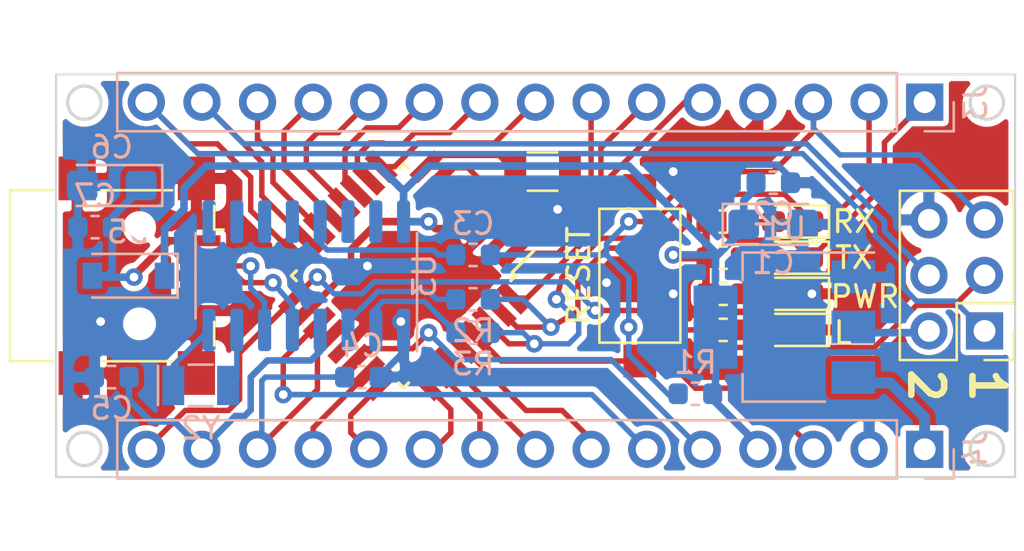
<source format=kicad_pcb>
(kicad_pcb (version 20171130) (host pcbnew 5.1.6)

  (general
    (thickness 1.6)
    (drawings 10)
    (tracks 379)
    (zones 0)
    (modules 29)
    (nets 50)
  )

  (page A4)
  (layers
    (0 F.Cu signal)
    (31 B.Cu signal)
    (32 B.Adhes user hide)
    (33 F.Adhes user hide)
    (34 B.Paste user)
    (35 F.Paste user hide)
    (36 B.SilkS user)
    (37 F.SilkS user hide)
    (38 B.Mask user)
    (39 F.Mask user hide)
    (40 Dwgs.User user hide)
    (41 Cmts.User user hide)
    (42 Eco1.User user hide)
    (43 Eco2.User user hide)
    (44 Edge.Cuts user)
    (45 Margin user hide)
    (46 B.CrtYd user)
    (47 F.CrtYd user hide)
    (48 B.Fab user)
    (49 F.Fab user hide)
  )

  (setup
    (last_trace_width 0.25)
    (trace_clearance 0.2)
    (zone_clearance 0.254)
    (zone_45_only no)
    (trace_min 0.2)
    (via_size 0.8)
    (via_drill 0.4)
    (via_min_size 0.4)
    (via_min_drill 0.3)
    (uvia_size 0.3)
    (uvia_drill 0.1)
    (uvias_allowed no)
    (uvia_min_size 0.2)
    (uvia_min_drill 0.1)
    (edge_width 0.05)
    (segment_width 0.2)
    (pcb_text_width 0.3)
    (pcb_text_size 1.5 1.5)
    (mod_edge_width 0.12)
    (mod_text_size 1 1)
    (mod_text_width 0.15)
    (pad_size 1.6 0.55)
    (pad_drill 0)
    (pad_to_mask_clearance 0.05)
    (aux_axis_origin 0 0)
    (visible_elements FFFFFF7F)
    (pcbplotparams
      (layerselection 0x010fc_ffffffff)
      (usegerberextensions false)
      (usegerberattributes true)
      (usegerberadvancedattributes true)
      (creategerberjobfile true)
      (excludeedgelayer true)
      (linewidth 0.100000)
      (plotframeref false)
      (viasonmask false)
      (mode 1)
      (useauxorigin false)
      (hpglpennumber 1)
      (hpglpenspeed 20)
      (hpglpendiameter 15.000000)
      (psnegative false)
      (psa4output false)
      (plotreference true)
      (plotvalue true)
      (plotinvisibletext false)
      (padsonsilk false)
      (subtractmaskfromsilk false)
      (outputformat 1)
      (mirror false)
      (drillshape 1)
      (scaleselection 1)
      (outputdirectory ""))
  )

  (net 0 "")
  (net 1 +5V)
  (net 2 GND)
  (net 3 RST)
  (net 4 DTR)
  (net 5 AREF)
  (net 6 3V3)
  (net 7 VUSB)
  (net 8 RX0)
  (net 9 "Net-(D1-Pad2)")
  (net 10 "Net-(D2-Pad2)")
  (net 11 TX1)
  (net 12 "Net-(D3-Pad2)")
  (net 13 "Net-(D4-Pad2)")
  (net 14 D-)
  (net 15 D+)
  (net 16 "Net-(J1-Pad4)")
  (net 17 D12)
  (net 18 D13)
  (net 19 D11)
  (net 20 D10)
  (net 21 D9)
  (net 22 D8)
  (net 23 D7)
  (net 24 D6)
  (net 25 D5)
  (net 26 D4)
  (net 27 D3)
  (net 28 D2)
  (net 29 VIN)
  (net 30 A7)
  (net 31 A6)
  (net 32 A5)
  (net 33 A4)
  (net 34 A3)
  (net 35 A2)
  (net 36 A1)
  (net 37 A0)
  (net 38 RXD)
  (net 39 TXD)
  (net 40 XTAL1)
  (net 41 XTAL2)
  (net 42 "Net-(U3-Pad15)")
  (net 43 "Net-(U3-Pad14)")
  (net 44 "Net-(U3-Pad12)")
  (net 45 "Net-(U3-Pad11)")
  (net 46 "Net-(U3-Pad10)")
  (net 47 "Net-(U3-Pad9)")
  (net 48 XO)
  (net 49 XI)

  (net_class Default "This is the default net class."
    (clearance 0.2)
    (trace_width 0.25)
    (via_dia 0.8)
    (via_drill 0.4)
    (uvia_dia 0.3)
    (uvia_drill 0.1)
    (add_net A0)
    (add_net A1)
    (add_net A2)
    (add_net A3)
    (add_net A4)
    (add_net A5)
    (add_net A6)
    (add_net A7)
    (add_net AREF)
    (add_net D+)
    (add_net D-)
    (add_net D10)
    (add_net D11)
    (add_net D12)
    (add_net D13)
    (add_net D2)
    (add_net D3)
    (add_net D4)
    (add_net D5)
    (add_net D6)
    (add_net D7)
    (add_net D8)
    (add_net D9)
    (add_net DTR)
    (add_net "Net-(D1-Pad2)")
    (add_net "Net-(D2-Pad2)")
    (add_net "Net-(D3-Pad2)")
    (add_net "Net-(D4-Pad2)")
    (add_net "Net-(J1-Pad4)")
    (add_net "Net-(U3-Pad10)")
    (add_net "Net-(U3-Pad11)")
    (add_net "Net-(U3-Pad12)")
    (add_net "Net-(U3-Pad14)")
    (add_net "Net-(U3-Pad15)")
    (add_net "Net-(U3-Pad9)")
    (add_net RST)
    (add_net RX0)
    (add_net RXD)
    (add_net TX1)
    (add_net TXD)
    (add_net XI)
    (add_net XO)
    (add_net XTAL1)
    (add_net XTAL2)
  )

  (net_class Power ""
    (clearance 0.2)
    (trace_width 0.3)
    (via_dia 0.8)
    (via_drill 0.4)
    (uvia_dia 0.3)
    (uvia_drill 0.1)
    (add_net +5V)
    (add_net 3V3)
    (add_net GND)
    (add_net VUSB)
  )

  (net_class VIN ""
    (clearance 0.2)
    (trace_width 0.5)
    (via_dia 0.8)
    (via_drill 0.4)
    (uvia_dia 0.3)
    (uvia_drill 0.1)
    (add_net VIN)
  )

  (module igorkelvin:SOT-223-3_TabPin2 (layer B.Cu) (tedit 5F23CEC6) (tstamp 5F239FC6)
    (at 110.744 59.182 180)
    (descr "module CMS SOT223 4 pins")
    (tags "CMS SOT")
    (path /5F24CBCC)
    (attr smd)
    (fp_text reference U1 (at 0 4.5) (layer B.SilkS)
      (effects (font (size 1 1) (thickness 0.15)) (justify mirror))
    )
    (fp_text value AMS1117-5.0 (at 0 -4.5) (layer B.Fab)
      (effects (font (size 1 1) (thickness 0.15)) (justify mirror))
    )
    (fp_line (start 2.286 -2.032) (end 4.318 -2.032) (layer B.CrtYd) (width 0.05))
    (fp_line (start 2.286 -3.6) (end 2.286 -2.032) (layer B.CrtYd) (width 0.05))
    (fp_line (start 2.286 3.6) (end 2.286 3.556) (layer B.CrtYd) (width 0.05))
    (fp_line (start 2.032 3.6) (end 2.286 3.6) (layer B.CrtYd) (width 0.05))
    (fp_line (start 2.286 2.032) (end 2.286 3.556) (layer B.CrtYd) (width 0.05))
    (fp_line (start 4.318 2.032) (end 2.286 2.032) (layer B.CrtYd) (width 0.05))
    (fp_line (start 1.91 -3.41) (end 1.91 -2.15) (layer B.SilkS) (width 0.12))
    (fp_line (start 1.91 3.41) (end 1.91 2.15) (layer B.SilkS) (width 0.12))
    (fp_line (start 2.032 3.6) (end -4.4 3.6) (layer B.CrtYd) (width 0.05))
    (fp_line (start 4.318 -2.032) (end 4.318 2.032) (layer B.CrtYd) (width 0.05))
    (fp_line (start -4.4 -3.6) (end 2.286 -3.6) (layer B.CrtYd) (width 0.05))
    (fp_line (start -4.4 3.6) (end -4.4 -3.6) (layer B.CrtYd) (width 0.05))
    (fp_line (start -1.85 2.35) (end -0.85 3.35) (layer B.Fab) (width 0.1))
    (fp_line (start -1.85 2.35) (end -1.85 -3.35) (layer B.Fab) (width 0.1))
    (fp_line (start -1.85 -3.41) (end 1.91 -3.41) (layer B.SilkS) (width 0.12))
    (fp_line (start -0.85 3.35) (end 1.85 3.35) (layer B.Fab) (width 0.1))
    (fp_line (start -4.1 3.41) (end 1.91 3.41) (layer B.SilkS) (width 0.12))
    (fp_line (start -1.85 -3.35) (end 1.85 -3.35) (layer B.Fab) (width 0.1))
    (fp_line (start 1.85 3.35) (end 1.85 -3.35) (layer B.Fab) (width 0.1))
    (fp_text user %R (at 0 0 270) (layer B.Fab)
      (effects (font (size 0.8 0.8) (thickness 0.12)) (justify mirror))
    )
    (pad 2 smd rect (at 3.15 0 180) (size 2 3.8) (layers B.Cu B.Paste B.Mask)
      (net 1 +5V))
    (pad 2 smd rect (at -3.15 0 180) (size 2 1.5) (layers B.Cu B.Paste B.Mask)
      (net 1 +5V))
    (pad 3 smd rect (at -3.15 -2.3 180) (size 2 1.5) (layers B.Cu B.Paste B.Mask)
      (net 29 VIN))
    (pad 1 smd rect (at -3.15 2.3 180) (size 2 1.5) (layers B.Cu B.Paste B.Mask)
      (net 2 GND))
    (model ${KISYS3DMOD}/Package_TO_SOT_SMD.3dshapes/SOT-223.wrl
      (at (xyz 0 0 0))
      (scale (xyz 1 1 1))
      (rotate (xyz 0 0 0))
    )
  )

  (module Package_QFP:TQFP-32_7x7mm_P0.8mm (layer F.Cu) (tedit 5F236DC7) (tstamp 5F23B05A)
    (at 93.345 56.8325 225)
    (descr "32-Lead Plastic Thin Quad Flatpack (PT) - 7x7x1.0 mm Body, 2.00 mm [TQFP] (see Microchip Packaging Specification 00000049BS.pdf)")
    (tags "QFP 0.8")
    (path /5F226888)
    (attr smd)
    (fp_text reference U2 (at 0 -6.05 45) (layer F.SilkS) hide
      (effects (font (size 1 1) (thickness 0.15)))
    )
    (fp_text value ATmega328P-AU (at 0 6.05 45) (layer F.Fab)
      (effects (font (size 1 1) (thickness 0.15)))
    )
    (fp_line (start -3.625 -3.4) (end -5.05 -3.4) (layer F.SilkS) (width 0.15))
    (fp_line (start 3.625 -3.625) (end 3.3 -3.625) (layer F.SilkS) (width 0.15))
    (fp_line (start 3.625 3.625) (end 3.3 3.625) (layer F.SilkS) (width 0.15))
    (fp_line (start -3.625 3.625) (end -3.3 3.625) (layer F.SilkS) (width 0.15))
    (fp_line (start -3.625 -3.625) (end -3.3 -3.625) (layer F.SilkS) (width 0.15))
    (fp_line (start -3.625 3.625) (end -3.625 3.3) (layer F.SilkS) (width 0.15))
    (fp_line (start 3.625 3.625) (end 3.625 3.3) (layer F.SilkS) (width 0.15))
    (fp_line (start 3.625 -3.625) (end 3.625 -3.3) (layer F.SilkS) (width 0.15))
    (fp_line (start -3.625 -3.625) (end -3.625 -3.4) (layer F.SilkS) (width 0.15))
    (fp_line (start -5.3 5.3) (end 5.3 5.3) (layer F.CrtYd) (width 0.05))
    (fp_line (start -5.3 -5.3) (end 5.3 -5.3) (layer F.CrtYd) (width 0.05))
    (fp_line (start 5.3 -5.3) (end 5.3 5.3) (layer F.CrtYd) (width 0.05))
    (fp_line (start -5.3 -5.3) (end -5.3 5.3) (layer F.CrtYd) (width 0.05))
    (fp_line (start -3.5 -2.5) (end -2.5 -3.5) (layer F.Fab) (width 0.15))
    (fp_line (start -3.5 3.5) (end -3.5 -2.5) (layer F.Fab) (width 0.15))
    (fp_line (start 3.5 3.5) (end -3.5 3.5) (layer F.Fab) (width 0.15))
    (fp_line (start 3.5 -3.5) (end 3.5 3.5) (layer F.Fab) (width 0.15))
    (fp_line (start -2.5 -3.5) (end 3.5 -3.5) (layer F.Fab) (width 0.15))
    (fp_text user %R (at 0 0 45) (layer F.Fab)
      (effects (font (size 1 1) (thickness 0.15)))
    )
    (pad 1 smd rect (at -4.25 -2.8 225) (size 1.6 0.55) (layers F.Cu F.Paste F.Mask)
      (net 27 D3))
    (pad 2 smd rect (at -4.25 -2 225) (size 1.6 0.55) (layers F.Cu F.Paste F.Mask)
      (net 26 D4))
    (pad 3 smd rect (at -4.25 -1.2 225) (size 1.6 0.55) (layers F.Cu F.Paste F.Mask)
      (net 2 GND))
    (pad 4 smd rect (at -4.25 -0.4 225) (size 1.6 0.55) (layers F.Cu F.Paste F.Mask)
      (net 1 +5V))
    (pad 5 smd rect (at -4.25 0.4 225) (size 1.6 0.55) (layers F.Cu F.Paste F.Mask))
    (pad 6 smd rect (at -4.25 1.2 225) (size 1.6 0.55) (layers F.Cu F.Paste F.Mask))
    (pad 7 smd rect (at -4.25 2 225) (size 1.6 0.55) (layers F.Cu F.Paste F.Mask)
      (net 40 XTAL1))
    (pad 8 smd rect (at -4.25 2.8 225) (size 1.6 0.55) (layers F.Cu F.Paste F.Mask)
      (net 41 XTAL2))
    (pad 9 smd rect (at -2.8 4.25 315) (size 1.6 0.55) (layers F.Cu F.Paste F.Mask)
      (net 25 D5))
    (pad 10 smd rect (at -2 4.25 315) (size 1.6 0.55) (layers F.Cu F.Paste F.Mask)
      (net 24 D6))
    (pad 11 smd rect (at -1.2 4.25 315) (size 1.6 0.55) (layers F.Cu F.Paste F.Mask)
      (net 23 D7))
    (pad 12 smd rect (at -0.4 4.25 315) (size 1.6 0.55) (layers F.Cu F.Paste F.Mask)
      (net 22 D8))
    (pad 13 smd rect (at 0.4 4.25 315) (size 1.6 0.55) (layers F.Cu F.Paste F.Mask)
      (net 21 D9))
    (pad 14 smd rect (at 1.2 4.25 315) (size 1.6 0.55) (layers F.Cu F.Paste F.Mask)
      (net 20 D10))
    (pad 15 smd rect (at 2 4.25 315) (size 1.6 0.55) (layers F.Cu F.Paste F.Mask)
      (net 19 D11))
    (pad 16 smd rect (at 2.8 4.25 315) (size 1.6 0.55) (layers F.Cu F.Paste F.Mask)
      (net 17 D12))
    (pad 17 smd rect (at 4.25 2.8 225) (size 1.6 0.55) (layers F.Cu F.Paste F.Mask)
      (net 18 D13))
    (pad 18 smd rect (at 4.25 2 225) (size 1.6 0.55) (layers F.Cu F.Paste F.Mask)
      (net 1 +5V))
    (pad 19 smd rect (at 4.25 1.2 225) (size 1.6 0.55) (layers F.Cu F.Paste F.Mask)
      (net 31 A6))
    (pad 20 smd rect (at 4.25 0.4 225) (size 1.6 0.55) (layers F.Cu F.Paste F.Mask)
      (net 5 AREF))
    (pad 21 smd rect (at 4.25 -0.4 225) (size 1.6 0.55) (layers F.Cu F.Paste F.Mask)
      (net 2 GND))
    (pad 22 smd rect (at 4.25 -1.2 225) (size 1.6 0.55) (layers F.Cu F.Paste F.Mask)
      (net 30 A7))
    (pad 23 smd rect (at 4.25 -2 225) (size 1.6 0.55) (layers F.Cu F.Paste F.Mask)
      (net 37 A0))
    (pad 24 smd rect (at 4.25 -2.8 225) (size 1.6 0.55) (layers F.Cu F.Paste F.Mask)
      (net 36 A1))
    (pad 25 smd rect (at 2.8 -4.25 315) (size 1.6 0.55) (layers F.Cu F.Paste F.Mask)
      (net 35 A2))
    (pad 26 smd rect (at 2 -4.25 315) (size 1.6 0.55) (layers F.Cu F.Paste F.Mask)
      (net 34 A3))
    (pad 27 smd rect (at 1.2 -4.25 315) (size 1.6 0.55) (layers F.Cu F.Paste F.Mask)
      (net 33 A4))
    (pad 28 smd rect (at 0.4 -4.25 315) (size 1.6 0.55) (layers F.Cu F.Paste F.Mask)
      (net 32 A5))
    (pad 29 smd rect (at -0.4 -4.25 315) (size 1.6 0.55) (layers F.Cu F.Paste F.Mask)
      (net 3 RST))
    (pad 30 smd rect (at -1.2 -4.25 315) (size 1.6 0.55) (layers F.Cu F.Paste F.Mask)
      (net 8 RX0))
    (pad 31 smd rect (at -2 -4.25 315) (size 1.6 0.55) (layers F.Cu F.Paste F.Mask)
      (net 11 TX1))
    (pad 32 smd rect (at -2.8 -4.25 315) (size 1.6 0.55) (layers F.Cu F.Paste F.Mask)
      (net 28 D2))
    (model ${KISYS3DMOD}/Package_QFP.3dshapes/TQFP-32_7x7mm_P0.8mm.wrl
      (at (xyz 0 0 0))
      (scale (xyz 1 1 1))
      (rotate (xyz 0 0 0))
    )
  )

  (module Crystal:Crystal_SMD_MicroCrystal_CC7V-T1A-2Pin_3.2x1.5mm (layer B.Cu) (tedit 5D24C08C) (tstamp 5F23DD45)
    (at 84.074 61.849)
    (descr "SMD Crystal MicroCrystal CC7V-T1A/CM7V-T1A series https://www.microcrystal.com/fileadmin/Media/Products/32kHz/Datasheet/CC7V-T1A.pdf, 3.2x1.5mm^2 package")
    (tags "SMD SMT crystal")
    (path /5F262E8B)
    (attr smd)
    (fp_text reference Y2 (at 0 1.95) (layer B.SilkS)
      (effects (font (size 1 1) (thickness 0.15)) (justify mirror))
    )
    (fp_text value Crystal (at 0 -1.95) (layer B.Fab)
      (effects (font (size 1 1) (thickness 0.15)) (justify mirror))
    )
    (fp_line (start 2 1.2) (end -2 1.2) (layer B.CrtYd) (width 0.05))
    (fp_line (start 2 -1.2) (end 2 1.2) (layer B.CrtYd) (width 0.05))
    (fp_line (start -2 -1.2) (end 2 -1.2) (layer B.CrtYd) (width 0.05))
    (fp_line (start -2 1.2) (end -2 -1.2) (layer B.CrtYd) (width 0.05))
    (fp_line (start -1.95 0.9) (end -1.95 -0.9) (layer B.SilkS) (width 0.12))
    (fp_line (start -0.55 -0.95) (end 0.55 -0.95) (layer B.SilkS) (width 0.12))
    (fp_line (start -0.55 0.95) (end 0.55 0.95) (layer B.SilkS) (width 0.12))
    (fp_line (start -1.6 -0.25) (end -1.1 -0.75) (layer B.Fab) (width 0.1))
    (fp_line (start 1.6 0.75) (end -1.6 0.75) (layer B.Fab) (width 0.1))
    (fp_line (start 1.6 -0.75) (end 1.6 0.75) (layer B.Fab) (width 0.1))
    (fp_line (start -1.6 -0.75) (end 1.6 -0.75) (layer B.Fab) (width 0.1))
    (fp_line (start -1.6 0.75) (end -1.6 -0.75) (layer B.Fab) (width 0.1))
    (fp_text user %R (at 0 0) (layer B.Fab)
      (effects (font (size 0.7 0.7) (thickness 0.105)) (justify mirror))
    )
    (pad 1 smd rect (at -1.25 0) (size 1 1.8) (layers B.Cu B.Paste B.Mask)
      (net 48 XO))
    (pad 2 smd rect (at 1.25 0) (size 1 1.8) (layers B.Cu B.Paste B.Mask)
      (net 49 XI))
    (model ${KISYS3DMOD}/Crystal.3dshapes/Crystal_SMD_MicroCrystal_CC7V-T1A-2Pin_3.2x1.5mm.wrl
      (at (xyz 0 0 0))
      (scale (xyz 1 1 1))
      (rotate (xyz 0 0 0))
    )
  )

  (module Capacitor_SMD:C_0603_1608Metric (layer B.Cu) (tedit 5B301BBE) (tstamp 5F23D4F2)
    (at 110.236 52.578)
    (descr "Capacitor SMD 0603 (1608 Metric), square (rectangular) end terminal, IPC_7351 nominal, (Body size source: http://www.tortai-tech.com/upload/download/2011102023233369053.pdf), generated with kicad-footprint-generator")
    (tags capacitor)
    (path /5F252C39)
    (attr smd)
    (fp_text reference C2 (at 0 1.43) (layer B.SilkS)
      (effects (font (size 1 1) (thickness 0.15)) (justify mirror))
    )
    (fp_text value C (at 0 -1.43) (layer B.Fab)
      (effects (font (size 1 1) (thickness 0.15)) (justify mirror))
    )
    (fp_line (start 1.48 -0.73) (end -1.48 -0.73) (layer B.CrtYd) (width 0.05))
    (fp_line (start 1.48 0.73) (end 1.48 -0.73) (layer B.CrtYd) (width 0.05))
    (fp_line (start -1.48 0.73) (end 1.48 0.73) (layer B.CrtYd) (width 0.05))
    (fp_line (start -1.48 -0.73) (end -1.48 0.73) (layer B.CrtYd) (width 0.05))
    (fp_line (start -0.162779 -0.51) (end 0.162779 -0.51) (layer B.SilkS) (width 0.12))
    (fp_line (start -0.162779 0.51) (end 0.162779 0.51) (layer B.SilkS) (width 0.12))
    (fp_line (start 0.8 -0.4) (end -0.8 -0.4) (layer B.Fab) (width 0.1))
    (fp_line (start 0.8 0.4) (end 0.8 -0.4) (layer B.Fab) (width 0.1))
    (fp_line (start -0.8 0.4) (end 0.8 0.4) (layer B.Fab) (width 0.1))
    (fp_line (start -0.8 -0.4) (end -0.8 0.4) (layer B.Fab) (width 0.1))
    (fp_text user %R (at 0 0) (layer B.Fab)
      (effects (font (size 0.4 0.4) (thickness 0.06)) (justify mirror))
    )
    (pad 1 smd roundrect (at -0.7875 0) (size 0.875 0.95) (layers B.Cu B.Paste B.Mask) (roundrect_rratio 0.25)
      (net 1 +5V))
    (pad 2 smd roundrect (at 0.7875 0) (size 0.875 0.95) (layers B.Cu B.Paste B.Mask) (roundrect_rratio 0.25)
      (net 2 GND))
    (model ${KISYS3DMOD}/Capacitor_SMD.3dshapes/C_0603_1608Metric.wrl
      (at (xyz 0 0 0))
      (scale (xyz 1 1 1))
      (rotate (xyz 0 0 0))
    )
  )

  (module Capacitor_Tantalum_SMD:CP_EIA-3216-10_Kemet-I (layer B.Cu) (tedit 5B301BBE) (tstamp 5F23D232)
    (at 110.236 54.483)
    (descr "Tantalum Capacitor SMD Kemet-I (3216-10 Metric), IPC_7351 nominal, (Body size from: http://www.kemet.com/Lists/ProductCatalog/Attachments/253/KEM_TC101_STD.pdf), generated with kicad-footprint-generator")
    (tags "capacitor tantalum")
    (path /5F24E605)
    (attr smd)
    (fp_text reference C1 (at 0 1.75) (layer B.SilkS)
      (effects (font (size 1 1) (thickness 0.15)) (justify mirror))
    )
    (fp_text value CP (at 0 -1.75) (layer B.Fab)
      (effects (font (size 1 1) (thickness 0.15)) (justify mirror))
    )
    (fp_line (start 2.3 -1.05) (end -2.3 -1.05) (layer B.CrtYd) (width 0.05))
    (fp_line (start 2.3 1.05) (end 2.3 -1.05) (layer B.CrtYd) (width 0.05))
    (fp_line (start -2.3 1.05) (end 2.3 1.05) (layer B.CrtYd) (width 0.05))
    (fp_line (start -2.3 -1.05) (end -2.3 1.05) (layer B.CrtYd) (width 0.05))
    (fp_line (start -2.31 -0.935) (end 1.6 -0.935) (layer B.SilkS) (width 0.12))
    (fp_line (start -2.31 0.935) (end -2.31 -0.935) (layer B.SilkS) (width 0.12))
    (fp_line (start 1.6 0.935) (end -2.31 0.935) (layer B.SilkS) (width 0.12))
    (fp_line (start 1.6 -0.8) (end 1.6 0.8) (layer B.Fab) (width 0.1))
    (fp_line (start -1.6 -0.8) (end 1.6 -0.8) (layer B.Fab) (width 0.1))
    (fp_line (start -1.6 0.4) (end -1.6 -0.8) (layer B.Fab) (width 0.1))
    (fp_line (start -1.2 0.8) (end -1.6 0.4) (layer B.Fab) (width 0.1))
    (fp_line (start 1.6 0.8) (end -1.2 0.8) (layer B.Fab) (width 0.1))
    (fp_text user %R (at 0 0) (layer B.Fab)
      (effects (font (size 0.8 0.8) (thickness 0.12)) (justify mirror))
    )
    (pad 1 smd roundrect (at -1.35 0) (size 1.4 1.35) (layers B.Cu B.Paste B.Mask) (roundrect_rratio 0.185185)
      (net 1 +5V))
    (pad 2 smd roundrect (at 1.35 0) (size 1.4 1.35) (layers B.Cu B.Paste B.Mask) (roundrect_rratio 0.185185)
      (net 2 GND))
    (model ${KISYS3DMOD}/Capacitor_Tantalum_SMD.3dshapes/CP_EIA-3216-10_Kemet-I.wrl
      (at (xyz 0 0 0))
      (scale (xyz 1 1 1))
      (rotate (xyz 0 0 0))
    )
  )

  (module Capacitor_Tantalum_SMD:CP_EIA-3216-10_Kemet-I (layer B.Cu) (tedit 5B301BBE) (tstamp 5F23D08F)
    (at 80.01 52.705 180)
    (descr "Tantalum Capacitor SMD Kemet-I (3216-10 Metric), IPC_7351 nominal, (Body size from: http://www.kemet.com/Lists/ProductCatalog/Attachments/253/KEM_TC101_STD.pdf), generated with kicad-footprint-generator")
    (tags "capacitor tantalum")
    (path /5F24F73C)
    (attr smd)
    (fp_text reference C6 (at 0 1.75) (layer B.SilkS)
      (effects (font (size 1 1) (thickness 0.15)) (justify mirror))
    )
    (fp_text value CP (at 0 -1.75) (layer B.Fab)
      (effects (font (size 1 1) (thickness 0.15)) (justify mirror))
    )
    (fp_line (start 2.3 -1.05) (end -2.3 -1.05) (layer B.CrtYd) (width 0.05))
    (fp_line (start 2.3 1.05) (end 2.3 -1.05) (layer B.CrtYd) (width 0.05))
    (fp_line (start -2.3 1.05) (end 2.3 1.05) (layer B.CrtYd) (width 0.05))
    (fp_line (start -2.3 -1.05) (end -2.3 1.05) (layer B.CrtYd) (width 0.05))
    (fp_line (start -2.31 -0.935) (end 1.6 -0.935) (layer B.SilkS) (width 0.12))
    (fp_line (start -2.31 0.935) (end -2.31 -0.935) (layer B.SilkS) (width 0.12))
    (fp_line (start 1.6 0.935) (end -2.31 0.935) (layer B.SilkS) (width 0.12))
    (fp_line (start 1.6 -0.8) (end 1.6 0.8) (layer B.Fab) (width 0.1))
    (fp_line (start -1.6 -0.8) (end 1.6 -0.8) (layer B.Fab) (width 0.1))
    (fp_line (start -1.6 0.4) (end -1.6 -0.8) (layer B.Fab) (width 0.1))
    (fp_line (start -1.2 0.8) (end -1.6 0.4) (layer B.Fab) (width 0.1))
    (fp_line (start 1.6 0.8) (end -1.2 0.8) (layer B.Fab) (width 0.1))
    (fp_text user %R (at 0 0) (layer B.Fab)
      (effects (font (size 0.8 0.8) (thickness 0.12)) (justify mirror))
    )
    (pad 1 smd roundrect (at -1.35 0 180) (size 1.4 1.35) (layers B.Cu B.Paste B.Mask) (roundrect_rratio 0.185185)
      (net 7 VUSB))
    (pad 2 smd roundrect (at 1.35 0 180) (size 1.4 1.35) (layers B.Cu B.Paste B.Mask) (roundrect_rratio 0.185185)
      (net 2 GND))
    (model ${KISYS3DMOD}/Capacitor_Tantalum_SMD.3dshapes/CP_EIA-3216-10_Kemet-I.wrl
      (at (xyz 0 0 0))
      (scale (xyz 1 1 1))
      (rotate (xyz 0 0 0))
    )
  )

  (module Capacitor_SMD:C_0603_1608Metric (layer B.Cu) (tedit 5B301BBE) (tstamp 5F23C2C8)
    (at 79.248 54.61 180)
    (descr "Capacitor SMD 0603 (1608 Metric), square (rectangular) end terminal, IPC_7351 nominal, (Body size source: http://www.tortai-tech.com/upload/download/2011102023233369053.pdf), generated with kicad-footprint-generator")
    (tags capacitor)
    (path /5F26665B)
    (attr smd)
    (fp_text reference C7 (at 0 1.43) (layer B.SilkS)
      (effects (font (size 1 1) (thickness 0.15)) (justify mirror))
    )
    (fp_text value C (at 0 -1.43) (layer B.Fab)
      (effects (font (size 1 1) (thickness 0.15)) (justify mirror))
    )
    (fp_line (start 1.48 -0.73) (end -1.48 -0.73) (layer B.CrtYd) (width 0.05))
    (fp_line (start 1.48 0.73) (end 1.48 -0.73) (layer B.CrtYd) (width 0.05))
    (fp_line (start -1.48 0.73) (end 1.48 0.73) (layer B.CrtYd) (width 0.05))
    (fp_line (start -1.48 -0.73) (end -1.48 0.73) (layer B.CrtYd) (width 0.05))
    (fp_line (start -0.162779 -0.51) (end 0.162779 -0.51) (layer B.SilkS) (width 0.12))
    (fp_line (start -0.162779 0.51) (end 0.162779 0.51) (layer B.SilkS) (width 0.12))
    (fp_line (start 0.8 -0.4) (end -0.8 -0.4) (layer B.Fab) (width 0.1))
    (fp_line (start 0.8 0.4) (end 0.8 -0.4) (layer B.Fab) (width 0.1))
    (fp_line (start -0.8 0.4) (end 0.8 0.4) (layer B.Fab) (width 0.1))
    (fp_line (start -0.8 -0.4) (end -0.8 0.4) (layer B.Fab) (width 0.1))
    (fp_text user %R (at 0 0) (layer B.Fab)
      (effects (font (size 0.4 0.4) (thickness 0.06)) (justify mirror))
    )
    (pad 1 smd roundrect (at -0.7875 0 180) (size 0.875 0.95) (layers B.Cu B.Paste B.Mask) (roundrect_rratio 0.25)
      (net 7 VUSB))
    (pad 2 smd roundrect (at 0.7875 0 180) (size 0.875 0.95) (layers B.Cu B.Paste B.Mask) (roundrect_rratio 0.25)
      (net 2 GND))
    (model ${KISYS3DMOD}/Capacitor_SMD.3dshapes/C_0603_1608Metric.wrl
      (at (xyz 0 0 0))
      (scale (xyz 1 1 1))
      (rotate (xyz 0 0 0))
    )
  )

  (module Diode_SMD:D_SOD-123 (layer B.Cu) (tedit 58645DC7) (tstamp 5F23BB26)
    (at 80.772 56.8325 180)
    (descr SOD-123)
    (tags SOD-123)
    (path /5F265B07)
    (attr smd)
    (fp_text reference D5 (at 0 2) (layer B.SilkS)
      (effects (font (size 1 1) (thickness 0.15)) (justify mirror))
    )
    (fp_text value D_Schottky (at 0 -2.1) (layer B.Fab)
      (effects (font (size 1 1) (thickness 0.15)) (justify mirror))
    )
    (fp_line (start -2.25 1) (end 1.65 1) (layer B.SilkS) (width 0.12))
    (fp_line (start -2.25 -1) (end 1.65 -1) (layer B.SilkS) (width 0.12))
    (fp_line (start -2.35 1.15) (end -2.35 -1.15) (layer B.CrtYd) (width 0.05))
    (fp_line (start 2.35 -1.15) (end -2.35 -1.15) (layer B.CrtYd) (width 0.05))
    (fp_line (start 2.35 1.15) (end 2.35 -1.15) (layer B.CrtYd) (width 0.05))
    (fp_line (start -2.35 1.15) (end 2.35 1.15) (layer B.CrtYd) (width 0.05))
    (fp_line (start -1.4 0.9) (end 1.4 0.9) (layer B.Fab) (width 0.1))
    (fp_line (start 1.4 0.9) (end 1.4 -0.9) (layer B.Fab) (width 0.1))
    (fp_line (start 1.4 -0.9) (end -1.4 -0.9) (layer B.Fab) (width 0.1))
    (fp_line (start -1.4 -0.9) (end -1.4 0.9) (layer B.Fab) (width 0.1))
    (fp_line (start -0.75 0) (end -0.35 0) (layer B.Fab) (width 0.1))
    (fp_line (start -0.35 0) (end -0.35 0.55) (layer B.Fab) (width 0.1))
    (fp_line (start -0.35 0) (end -0.35 -0.55) (layer B.Fab) (width 0.1))
    (fp_line (start -0.35 0) (end 0.25 0.4) (layer B.Fab) (width 0.1))
    (fp_line (start 0.25 0.4) (end 0.25 -0.4) (layer B.Fab) (width 0.1))
    (fp_line (start 0.25 -0.4) (end -0.35 0) (layer B.Fab) (width 0.1))
    (fp_line (start 0.25 0) (end 0.75 0) (layer B.Fab) (width 0.1))
    (fp_line (start -2.25 1) (end -2.25 -1) (layer B.SilkS) (width 0.12))
    (fp_text user %R (at 0 2) (layer B.Fab)
      (effects (font (size 1 1) (thickness 0.15)) (justify mirror))
    )
    (pad 1 smd rect (at -1.65 0 180) (size 0.9 1.2) (layers B.Cu B.Paste B.Mask)
      (net 1 +5V))
    (pad 2 smd rect (at 1.65 0 180) (size 0.9 1.2) (layers B.Cu B.Paste B.Mask)
      (net 7 VUSB))
    (model ${KISYS3DMOD}/Diode_SMD.3dshapes/D_SOD-123.wrl
      (at (xyz 0 0 0))
      (scale (xyz 1 1 1))
      (rotate (xyz 0 0 0))
    )
  )

  (module Resistor_SMD:R_0603_1608Metric locked (layer B.Cu) (tedit 5B301BBD) (tstamp 5F23A3F6)
    (at 96.52 57.912)
    (descr "Resistor SMD 0603 (1608 Metric), square (rectangular) end terminal, IPC_7351 nominal, (Body size source: http://www.tortai-tech.com/upload/download/2011102023233369053.pdf), generated with kicad-footprint-generator")
    (tags resistor)
    (path /5F2553EA)
    (attr smd)
    (fp_text reference R2 (at 0 1.43) (layer B.SilkS)
      (effects (font (size 1 1) (thickness 0.15)) (justify mirror))
    )
    (fp_text value R (at 0 -1.43) (layer B.Fab)
      (effects (font (size 1 1) (thickness 0.15)) (justify mirror))
    )
    (fp_line (start 1.48 -0.73) (end -1.48 -0.73) (layer B.CrtYd) (width 0.05))
    (fp_line (start 1.48 0.73) (end 1.48 -0.73) (layer B.CrtYd) (width 0.05))
    (fp_line (start -1.48 0.73) (end 1.48 0.73) (layer B.CrtYd) (width 0.05))
    (fp_line (start -1.48 -0.73) (end -1.48 0.73) (layer B.CrtYd) (width 0.05))
    (fp_line (start -0.162779 -0.51) (end 0.162779 -0.51) (layer B.SilkS) (width 0.12))
    (fp_line (start -0.162779 0.51) (end 0.162779 0.51) (layer B.SilkS) (width 0.12))
    (fp_line (start 0.8 -0.4) (end -0.8 -0.4) (layer B.Fab) (width 0.1))
    (fp_line (start 0.8 0.4) (end 0.8 -0.4) (layer B.Fab) (width 0.1))
    (fp_line (start -0.8 0.4) (end 0.8 0.4) (layer B.Fab) (width 0.1))
    (fp_line (start -0.8 -0.4) (end -0.8 0.4) (layer B.Fab) (width 0.1))
    (fp_text user %R (at 0 0) (layer B.Fab)
      (effects (font (size 0.4 0.4) (thickness 0.06)) (justify mirror))
    )
    (pad 1 smd roundrect (at -0.7875 0) (size 0.875 0.95) (layers B.Cu B.Paste B.Mask) (roundrect_rratio 0.25)
      (net 38 RXD))
    (pad 2 smd roundrect (at 0.7875 0) (size 0.875 0.95) (layers B.Cu B.Paste B.Mask) (roundrect_rratio 0.25)
      (net 11 TX1))
    (model ${KISYS3DMOD}/Resistor_SMD.3dshapes/R_0603_1608Metric.wrl
      (at (xyz 0 0 0))
      (scale (xyz 1 1 1))
      (rotate (xyz 0 0 0))
    )
  )

  (module Resistor_SMD:R_0603_1608Metric locked (layer B.Cu) (tedit 5B301BBD) (tstamp 5F23A39C)
    (at 96.52 59.436)
    (descr "Resistor SMD 0603 (1608 Metric), square (rectangular) end terminal, IPC_7351 nominal, (Body size source: http://www.tortai-tech.com/upload/download/2011102023233369053.pdf), generated with kicad-footprint-generator")
    (tags resistor)
    (path /5F255F0C)
    (attr smd)
    (fp_text reference R3 (at 0 1.43) (layer B.SilkS)
      (effects (font (size 1 1) (thickness 0.15)) (justify mirror))
    )
    (fp_text value R (at 0 -1.43) (layer B.Fab)
      (effects (font (size 1 1) (thickness 0.15)) (justify mirror))
    )
    (fp_line (start 1.48 -0.73) (end -1.48 -0.73) (layer B.CrtYd) (width 0.05))
    (fp_line (start 1.48 0.73) (end 1.48 -0.73) (layer B.CrtYd) (width 0.05))
    (fp_line (start -1.48 0.73) (end 1.48 0.73) (layer B.CrtYd) (width 0.05))
    (fp_line (start -1.48 -0.73) (end -1.48 0.73) (layer B.CrtYd) (width 0.05))
    (fp_line (start -0.162779 -0.51) (end 0.162779 -0.51) (layer B.SilkS) (width 0.12))
    (fp_line (start -0.162779 0.51) (end 0.162779 0.51) (layer B.SilkS) (width 0.12))
    (fp_line (start 0.8 -0.4) (end -0.8 -0.4) (layer B.Fab) (width 0.1))
    (fp_line (start 0.8 0.4) (end 0.8 -0.4) (layer B.Fab) (width 0.1))
    (fp_line (start -0.8 0.4) (end 0.8 0.4) (layer B.Fab) (width 0.1))
    (fp_line (start -0.8 -0.4) (end -0.8 0.4) (layer B.Fab) (width 0.1))
    (fp_text user %R (at 0 0) (layer B.Fab)
      (effects (font (size 0.4 0.4) (thickness 0.06)) (justify mirror))
    )
    (pad 1 smd roundrect (at -0.7875 0) (size 0.875 0.95) (layers B.Cu B.Paste B.Mask) (roundrect_rratio 0.25)
      (net 39 TXD))
    (pad 2 smd roundrect (at 0.7875 0) (size 0.875 0.95) (layers B.Cu B.Paste B.Mask) (roundrect_rratio 0.25)
      (net 8 RX0))
    (model ${KISYS3DMOD}/Resistor_SMD.3dshapes/R_0603_1608Metric.wrl
      (at (xyz 0 0 0))
      (scale (xyz 1 1 1))
      (rotate (xyz 0 0 0))
    )
  )

  (module Resistor_SMD:R_0603_1608Metric (layer B.Cu) (tedit 5B301BBD) (tstamp 5F23A253)
    (at 106.68 62.23 180)
    (descr "Resistor SMD 0603 (1608 Metric), square (rectangular) end terminal, IPC_7351 nominal, (Body size source: http://www.tortai-tech.com/upload/download/2011102023233369053.pdf), generated with kicad-footprint-generator")
    (tags resistor)
    (path /5F26AACA)
    (attr smd)
    (fp_text reference R1 (at 0 1.43) (layer B.SilkS)
      (effects (font (size 1 1) (thickness 0.15)) (justify mirror))
    )
    (fp_text value 103 (at 0 -1.43) (layer B.Fab)
      (effects (font (size 1 1) (thickness 0.15)) (justify mirror))
    )
    (fp_line (start 1.48 -0.73) (end -1.48 -0.73) (layer B.CrtYd) (width 0.05))
    (fp_line (start 1.48 0.73) (end 1.48 -0.73) (layer B.CrtYd) (width 0.05))
    (fp_line (start -1.48 0.73) (end 1.48 0.73) (layer B.CrtYd) (width 0.05))
    (fp_line (start -1.48 -0.73) (end -1.48 0.73) (layer B.CrtYd) (width 0.05))
    (fp_line (start -0.162779 -0.51) (end 0.162779 -0.51) (layer B.SilkS) (width 0.12))
    (fp_line (start -0.162779 0.51) (end 0.162779 0.51) (layer B.SilkS) (width 0.12))
    (fp_line (start 0.8 -0.4) (end -0.8 -0.4) (layer B.Fab) (width 0.1))
    (fp_line (start 0.8 0.4) (end 0.8 -0.4) (layer B.Fab) (width 0.1))
    (fp_line (start -0.8 0.4) (end 0.8 0.4) (layer B.Fab) (width 0.1))
    (fp_line (start -0.8 -0.4) (end -0.8 0.4) (layer B.Fab) (width 0.1))
    (fp_text user %R (at 0 0) (layer B.Fab)
      (effects (font (size 0.4 0.4) (thickness 0.06)) (justify mirror))
    )
    (pad 1 smd roundrect (at -0.7875 0 180) (size 0.875 0.95) (layers B.Cu B.Paste B.Mask) (roundrect_rratio 0.25)
      (net 1 +5V))
    (pad 2 smd roundrect (at 0.7875 0 180) (size 0.875 0.95) (layers B.Cu B.Paste B.Mask) (roundrect_rratio 0.25)
      (net 3 RST))
    (model ${KISYS3DMOD}/Resistor_SMD.3dshapes/R_0603_1608Metric.wrl
      (at (xyz 0 0 0))
      (scale (xyz 1 1 1))
      (rotate (xyz 0 0 0))
    )
  )

  (module Resistor_SMD:R_0603_1608Metric (layer F.Cu) (tedit 5B301BBD) (tstamp 5F230ADD)
    (at 107.95 59.308998 180)
    (descr "Resistor SMD 0603 (1608 Metric), square (rectangular) end terminal, IPC_7351 nominal, (Body size source: http://www.tortai-tech.com/upload/download/2011102023233369053.pdf), generated with kicad-footprint-generator")
    (tags resistor)
    (path /5F2368BC)
    (attr smd)
    (fp_text reference R7 (at 0 -1.43) (layer F.SilkS) hide
      (effects (font (size 1 1) (thickness 0.15)))
    )
    (fp_text value 102 (at 0 1.43) (layer F.Fab)
      (effects (font (size 1 1) (thickness 0.15)))
    )
    (fp_line (start 1.48 0.73) (end -1.48 0.73) (layer F.CrtYd) (width 0.05))
    (fp_line (start 1.48 -0.73) (end 1.48 0.73) (layer F.CrtYd) (width 0.05))
    (fp_line (start -1.48 -0.73) (end 1.48 -0.73) (layer F.CrtYd) (width 0.05))
    (fp_line (start -1.48 0.73) (end -1.48 -0.73) (layer F.CrtYd) (width 0.05))
    (fp_line (start -0.162779 0.51) (end 0.162779 0.51) (layer F.SilkS) (width 0.12))
    (fp_line (start -0.162779 -0.51) (end 0.162779 -0.51) (layer F.SilkS) (width 0.12))
    (fp_line (start 0.8 0.4) (end -0.8 0.4) (layer F.Fab) (width 0.1))
    (fp_line (start 0.8 -0.4) (end 0.8 0.4) (layer F.Fab) (width 0.1))
    (fp_line (start -0.8 -0.4) (end 0.8 -0.4) (layer F.Fab) (width 0.1))
    (fp_line (start -0.8 0.4) (end -0.8 -0.4) (layer F.Fab) (width 0.1))
    (fp_text user %R (at 0 0) (layer F.Fab)
      (effects (font (size 0.4 0.4) (thickness 0.06)))
    )
    (pad 1 smd roundrect (at -0.7875 0 180) (size 0.875 0.95) (layers F.Cu F.Paste F.Mask) (roundrect_rratio 0.25)
      (net 13 "Net-(D4-Pad2)"))
    (pad 2 smd roundrect (at 0.7875 0 180) (size 0.875 0.95) (layers F.Cu F.Paste F.Mask) (roundrect_rratio 0.25)
      (net 18 D13))
    (model ${KISYS3DMOD}/Resistor_SMD.3dshapes/R_0603_1608Metric.wrl
      (at (xyz 0 0 0))
      (scale (xyz 1 1 1))
      (rotate (xyz 0 0 0))
    )
  )

  (module Resistor_SMD:R_0603_1608Metric (layer F.Cu) (tedit 5B301BBD) (tstamp 5F23055D)
    (at 107.95 57.657998 180)
    (descr "Resistor SMD 0603 (1608 Metric), square (rectangular) end terminal, IPC_7351 nominal, (Body size source: http://www.tortai-tech.com/upload/download/2011102023233369053.pdf), generated with kicad-footprint-generator")
    (tags resistor)
    (path /5F2365A2)
    (attr smd)
    (fp_text reference R6 (at 0 -1.43) (layer F.SilkS) hide
      (effects (font (size 1 1) (thickness 0.15)))
    )
    (fp_text value 102 (at 0 1.43) (layer F.Fab)
      (effects (font (size 1 1) (thickness 0.15)))
    )
    (fp_line (start 1.48 0.73) (end -1.48 0.73) (layer F.CrtYd) (width 0.05))
    (fp_line (start 1.48 -0.73) (end 1.48 0.73) (layer F.CrtYd) (width 0.05))
    (fp_line (start -1.48 -0.73) (end 1.48 -0.73) (layer F.CrtYd) (width 0.05))
    (fp_line (start -1.48 0.73) (end -1.48 -0.73) (layer F.CrtYd) (width 0.05))
    (fp_line (start -0.162779 0.51) (end 0.162779 0.51) (layer F.SilkS) (width 0.12))
    (fp_line (start -0.162779 -0.51) (end 0.162779 -0.51) (layer F.SilkS) (width 0.12))
    (fp_line (start 0.8 0.4) (end -0.8 0.4) (layer F.Fab) (width 0.1))
    (fp_line (start 0.8 -0.4) (end 0.8 0.4) (layer F.Fab) (width 0.1))
    (fp_line (start -0.8 -0.4) (end 0.8 -0.4) (layer F.Fab) (width 0.1))
    (fp_line (start -0.8 0.4) (end -0.8 -0.4) (layer F.Fab) (width 0.1))
    (fp_text user %R (at 0 0) (layer F.Fab)
      (effects (font (size 0.4 0.4) (thickness 0.06)))
    )
    (pad 1 smd roundrect (at -0.7875 0 180) (size 0.875 0.95) (layers F.Cu F.Paste F.Mask) (roundrect_rratio 0.25)
      (net 12 "Net-(D3-Pad2)"))
    (pad 2 smd roundrect (at 0.7875 0 180) (size 0.875 0.95) (layers F.Cu F.Paste F.Mask) (roundrect_rratio 0.25)
      (net 1 +5V))
    (model ${KISYS3DMOD}/Resistor_SMD.3dshapes/R_0603_1608Metric.wrl
      (at (xyz 0 0 0))
      (scale (xyz 1 1 1))
      (rotate (xyz 0 0 0))
    )
  )

  (module Resistor_SMD:R_0603_1608Metric (layer F.Cu) (tedit 5B301BBD) (tstamp 5F23052C)
    (at 107.95 56.006999 180)
    (descr "Resistor SMD 0603 (1608 Metric), square (rectangular) end terminal, IPC_7351 nominal, (Body size source: http://www.tortai-tech.com/upload/download/2011102023233369053.pdf), generated with kicad-footprint-generator")
    (tags resistor)
    (path /5F236336)
    (attr smd)
    (fp_text reference R5 (at 0 -1.43) (layer F.SilkS) hide
      (effects (font (size 1 1) (thickness 0.15)))
    )
    (fp_text value 102 (at 0 1.43) (layer F.Fab)
      (effects (font (size 1 1) (thickness 0.15)))
    )
    (fp_line (start 1.48 0.73) (end -1.48 0.73) (layer F.CrtYd) (width 0.05))
    (fp_line (start 1.48 -0.73) (end 1.48 0.73) (layer F.CrtYd) (width 0.05))
    (fp_line (start -1.48 -0.73) (end 1.48 -0.73) (layer F.CrtYd) (width 0.05))
    (fp_line (start -1.48 0.73) (end -1.48 -0.73) (layer F.CrtYd) (width 0.05))
    (fp_line (start -0.162779 0.51) (end 0.162779 0.51) (layer F.SilkS) (width 0.12))
    (fp_line (start -0.162779 -0.51) (end 0.162779 -0.51) (layer F.SilkS) (width 0.12))
    (fp_line (start 0.8 0.4) (end -0.8 0.4) (layer F.Fab) (width 0.1))
    (fp_line (start 0.8 -0.4) (end 0.8 0.4) (layer F.Fab) (width 0.1))
    (fp_line (start -0.8 -0.4) (end 0.8 -0.4) (layer F.Fab) (width 0.1))
    (fp_line (start -0.8 0.4) (end -0.8 -0.4) (layer F.Fab) (width 0.1))
    (fp_text user %R (at 0 0) (layer F.Fab)
      (effects (font (size 0.4 0.4) (thickness 0.06)))
    )
    (pad 1 smd roundrect (at -0.7875 0 180) (size 0.875 0.95) (layers F.Cu F.Paste F.Mask) (roundrect_rratio 0.25)
      (net 10 "Net-(D2-Pad2)"))
    (pad 2 smd roundrect (at 0.7875 0 180) (size 0.875 0.95) (layers F.Cu F.Paste F.Mask) (roundrect_rratio 0.25)
      (net 1 +5V))
    (model ${KISYS3DMOD}/Resistor_SMD.3dshapes/R_0603_1608Metric.wrl
      (at (xyz 0 0 0))
      (scale (xyz 1 1 1))
      (rotate (xyz 0 0 0))
    )
  )

  (module Resistor_SMD:R_0603_1608Metric (layer F.Cu) (tedit 5B301BBD) (tstamp 5F2304FB)
    (at 107.95 54.356 180)
    (descr "Resistor SMD 0603 (1608 Metric), square (rectangular) end terminal, IPC_7351 nominal, (Body size source: http://www.tortai-tech.com/upload/download/2011102023233369053.pdf), generated with kicad-footprint-generator")
    (tags resistor)
    (path /5F235EA7)
    (attr smd)
    (fp_text reference R4 (at 0 -1.43) (layer F.SilkS) hide
      (effects (font (size 1 1) (thickness 0.15)))
    )
    (fp_text value 102 (at 0 1.43) (layer F.Fab)
      (effects (font (size 1 1) (thickness 0.15)))
    )
    (fp_line (start 1.48 0.73) (end -1.48 0.73) (layer F.CrtYd) (width 0.05))
    (fp_line (start 1.48 -0.73) (end 1.48 0.73) (layer F.CrtYd) (width 0.05))
    (fp_line (start -1.48 -0.73) (end 1.48 -0.73) (layer F.CrtYd) (width 0.05))
    (fp_line (start -1.48 0.73) (end -1.48 -0.73) (layer F.CrtYd) (width 0.05))
    (fp_line (start -0.162779 0.51) (end 0.162779 0.51) (layer F.SilkS) (width 0.12))
    (fp_line (start -0.162779 -0.51) (end 0.162779 -0.51) (layer F.SilkS) (width 0.12))
    (fp_line (start 0.8 0.4) (end -0.8 0.4) (layer F.Fab) (width 0.1))
    (fp_line (start 0.8 -0.4) (end 0.8 0.4) (layer F.Fab) (width 0.1))
    (fp_line (start -0.8 -0.4) (end 0.8 -0.4) (layer F.Fab) (width 0.1))
    (fp_line (start -0.8 0.4) (end -0.8 -0.4) (layer F.Fab) (width 0.1))
    (fp_text user %R (at 0 0) (layer F.Fab)
      (effects (font (size 0.4 0.4) (thickness 0.06)))
    )
    (pad 1 smd roundrect (at -0.7875 0 180) (size 0.875 0.95) (layers F.Cu F.Paste F.Mask) (roundrect_rratio 0.25)
      (net 9 "Net-(D1-Pad2)"))
    (pad 2 smd roundrect (at 0.7875 0 180) (size 0.875 0.95) (layers F.Cu F.Paste F.Mask) (roundrect_rratio 0.25)
      (net 1 +5V))
    (model ${KISYS3DMOD}/Resistor_SMD.3dshapes/R_0603_1608Metric.wrl
      (at (xyz 0 0 0))
      (scale (xyz 1 1 1))
      (rotate (xyz 0 0 0))
    )
  )

  (module Capacitor_SMD:C_0603_1608Metric (layer B.Cu) (tedit 5B301BBE) (tstamp 5F23B277)
    (at 80.01 61.468)
    (descr "Capacitor SMD 0603 (1608 Metric), square (rectangular) end terminal, IPC_7351 nominal, (Body size source: http://www.tortai-tech.com/upload/download/2011102023233369053.pdf), generated with kicad-footprint-generator")
    (tags capacitor)
    (path /5F2652A6)
    (attr smd)
    (fp_text reference C5 (at 0 1.43) (layer B.SilkS)
      (effects (font (size 1 1) (thickness 0.15)) (justify mirror))
    )
    (fp_text value C (at 0 -1.43) (layer B.Fab)
      (effects (font (size 1 1) (thickness 0.15)) (justify mirror))
    )
    (fp_line (start 1.48 -0.73) (end -1.48 -0.73) (layer B.CrtYd) (width 0.05))
    (fp_line (start 1.48 0.73) (end 1.48 -0.73) (layer B.CrtYd) (width 0.05))
    (fp_line (start -1.48 0.73) (end 1.48 0.73) (layer B.CrtYd) (width 0.05))
    (fp_line (start -1.48 -0.73) (end -1.48 0.73) (layer B.CrtYd) (width 0.05))
    (fp_line (start -0.162779 -0.51) (end 0.162779 -0.51) (layer B.SilkS) (width 0.12))
    (fp_line (start -0.162779 0.51) (end 0.162779 0.51) (layer B.SilkS) (width 0.12))
    (fp_line (start 0.8 -0.4) (end -0.8 -0.4) (layer B.Fab) (width 0.1))
    (fp_line (start 0.8 0.4) (end 0.8 -0.4) (layer B.Fab) (width 0.1))
    (fp_line (start -0.8 0.4) (end 0.8 0.4) (layer B.Fab) (width 0.1))
    (fp_line (start -0.8 -0.4) (end -0.8 0.4) (layer B.Fab) (width 0.1))
    (fp_text user %R (at 0 0) (layer B.Fab)
      (effects (font (size 0.4 0.4) (thickness 0.06)) (justify mirror))
    )
    (pad 1 smd roundrect (at -0.7875 0) (size 0.875 0.95) (layers B.Cu B.Paste B.Mask) (roundrect_rratio 0.25)
      (net 2 GND))
    (pad 2 smd roundrect (at 0.7875 0) (size 0.875 0.95) (layers B.Cu B.Paste B.Mask) (roundrect_rratio 0.25)
      (net 6 3V3))
    (model ${KISYS3DMOD}/Capacitor_SMD.3dshapes/C_0603_1608Metric.wrl
      (at (xyz 0 0 0))
      (scale (xyz 1 1 1))
      (rotate (xyz 0 0 0))
    )
  )

  (module Capacitor_SMD:C_0603_1608Metric locked (layer B.Cu) (tedit 5B301BBE) (tstamp 5F23AD24)
    (at 91.44 61.468 180)
    (descr "Capacitor SMD 0603 (1608 Metric), square (rectangular) end terminal, IPC_7351 nominal, (Body size source: http://www.tortai-tech.com/upload/download/2011102023233369053.pdf), generated with kicad-footprint-generator")
    (tags capacitor)
    (path /5F25DF4B)
    (attr smd)
    (fp_text reference C4 (at 0 1.43) (layer B.SilkS)
      (effects (font (size 1 1) (thickness 0.15)) (justify mirror))
    )
    (fp_text value C (at 0 -1.43) (layer B.Fab)
      (effects (font (size 1 1) (thickness 0.15)) (justify mirror))
    )
    (fp_line (start 1.48 -0.73) (end -1.48 -0.73) (layer B.CrtYd) (width 0.05))
    (fp_line (start 1.48 0.73) (end 1.48 -0.73) (layer B.CrtYd) (width 0.05))
    (fp_line (start -1.48 0.73) (end 1.48 0.73) (layer B.CrtYd) (width 0.05))
    (fp_line (start -1.48 -0.73) (end -1.48 0.73) (layer B.CrtYd) (width 0.05))
    (fp_line (start -0.162779 -0.51) (end 0.162779 -0.51) (layer B.SilkS) (width 0.12))
    (fp_line (start -0.162779 0.51) (end 0.162779 0.51) (layer B.SilkS) (width 0.12))
    (fp_line (start 0.8 -0.4) (end -0.8 -0.4) (layer B.Fab) (width 0.1))
    (fp_line (start 0.8 0.4) (end 0.8 -0.4) (layer B.Fab) (width 0.1))
    (fp_line (start -0.8 0.4) (end 0.8 0.4) (layer B.Fab) (width 0.1))
    (fp_line (start -0.8 -0.4) (end -0.8 0.4) (layer B.Fab) (width 0.1))
    (fp_text user %R (at 0 0) (layer B.Fab)
      (effects (font (size 0.4 0.4) (thickness 0.06)) (justify mirror))
    )
    (pad 1 smd roundrect (at -0.7875 0 180) (size 0.875 0.95) (layers B.Cu B.Paste B.Mask) (roundrect_rratio 0.25)
      (net 2 GND))
    (pad 2 smd roundrect (at 0.7875 0 180) (size 0.875 0.95) (layers B.Cu B.Paste B.Mask) (roundrect_rratio 0.25)
      (net 5 AREF))
    (model ${KISYS3DMOD}/Capacitor_SMD.3dshapes/C_0603_1608Metric.wrl
      (at (xyz 0 0 0))
      (scale (xyz 1 1 1))
      (rotate (xyz 0 0 0))
    )
  )

  (module Capacitor_SMD:C_0603_1608Metric locked (layer B.Cu) (tedit 5B301BBE) (tstamp 5F23AA86)
    (at 96.52 55.88 180)
    (descr "Capacitor SMD 0603 (1608 Metric), square (rectangular) end terminal, IPC_7351 nominal, (Body size source: http://www.tortai-tech.com/upload/download/2011102023233369053.pdf), generated with kicad-footprint-generator")
    (tags capacitor)
    (path /5F254960)
    (attr smd)
    (fp_text reference C3 (at 0 1.43) (layer B.SilkS)
      (effects (font (size 1 1) (thickness 0.15)) (justify mirror))
    )
    (fp_text value C (at 0 -1.43) (layer B.Fab)
      (effects (font (size 1 1) (thickness 0.15)) (justify mirror))
    )
    (fp_line (start 1.48 -0.73) (end -1.48 -0.73) (layer B.CrtYd) (width 0.05))
    (fp_line (start 1.48 0.73) (end 1.48 -0.73) (layer B.CrtYd) (width 0.05))
    (fp_line (start -1.48 0.73) (end 1.48 0.73) (layer B.CrtYd) (width 0.05))
    (fp_line (start -1.48 -0.73) (end -1.48 0.73) (layer B.CrtYd) (width 0.05))
    (fp_line (start -0.162779 -0.51) (end 0.162779 -0.51) (layer B.SilkS) (width 0.12))
    (fp_line (start -0.162779 0.51) (end 0.162779 0.51) (layer B.SilkS) (width 0.12))
    (fp_line (start 0.8 -0.4) (end -0.8 -0.4) (layer B.Fab) (width 0.1))
    (fp_line (start 0.8 0.4) (end 0.8 -0.4) (layer B.Fab) (width 0.1))
    (fp_line (start -0.8 0.4) (end 0.8 0.4) (layer B.Fab) (width 0.1))
    (fp_line (start -0.8 -0.4) (end -0.8 0.4) (layer B.Fab) (width 0.1))
    (fp_text user %R (at 0 0) (layer B.Fab)
      (effects (font (size 0.4 0.4) (thickness 0.06)) (justify mirror))
    )
    (pad 1 smd roundrect (at -0.7875 0 180) (size 0.875 0.95) (layers B.Cu B.Paste B.Mask) (roundrect_rratio 0.25)
      (net 3 RST))
    (pad 2 smd roundrect (at 0.7875 0 180) (size 0.875 0.95) (layers B.Cu B.Paste B.Mask) (roundrect_rratio 0.25)
      (net 4 DTR))
    (model ${KISYS3DMOD}/Capacitor_SMD.3dshapes/C_0603_1608Metric.wrl
      (at (xyz 0 0 0))
      (scale (xyz 1 1 1))
      (rotate (xyz 0 0 0))
    )
  )

  (module Package_SO:SOIC-16_3.9x9.9mm_P1.27mm locked (layer B.Cu) (tedit 5D9F72B1) (tstamp 5F238537)
    (at 88.9 56.8325 90)
    (descr "SOIC, 16 Pin (JEDEC MS-012AC, https://www.analog.com/media/en/package-pcb-resources/package/pkg_pdf/soic_narrow-r/r_16.pdf), generated with kicad-footprint-generator ipc_gullwing_generator.py")
    (tags "SOIC SO")
    (path /5F257730)
    (attr smd)
    (fp_text reference U3 (at 0 5.4 270) (layer B.SilkS)
      (effects (font (size 1 1) (thickness 0.15)) (justify mirror))
    )
    (fp_text value CH340G (at 0 -5.4 270) (layer B.Fab)
      (effects (font (size 1 1) (thickness 0.15)) (justify mirror))
    )
    (fp_line (start 0 -5.06) (end 1.95 -5.06) (layer B.SilkS) (width 0.12))
    (fp_line (start 0 -5.06) (end -1.95 -5.06) (layer B.SilkS) (width 0.12))
    (fp_line (start 0 5.06) (end 1.95 5.06) (layer B.SilkS) (width 0.12))
    (fp_line (start 0 5.06) (end -3.45 5.06) (layer B.SilkS) (width 0.12))
    (fp_line (start -0.975 4.95) (end 1.95 4.95) (layer B.Fab) (width 0.1))
    (fp_line (start 1.95 4.95) (end 1.95 -4.95) (layer B.Fab) (width 0.1))
    (fp_line (start 1.95 -4.95) (end -1.95 -4.95) (layer B.Fab) (width 0.1))
    (fp_line (start -1.95 -4.95) (end -1.95 3.975) (layer B.Fab) (width 0.1))
    (fp_line (start -1.95 3.975) (end -0.975 4.95) (layer B.Fab) (width 0.1))
    (fp_line (start -3.7 5.2) (end -3.7 -5.2) (layer B.CrtYd) (width 0.05))
    (fp_line (start -3.7 -5.2) (end 3.7 -5.2) (layer B.CrtYd) (width 0.05))
    (fp_line (start 3.7 -5.2) (end 3.7 5.2) (layer B.CrtYd) (width 0.05))
    (fp_line (start 3.7 5.2) (end -3.7 5.2) (layer B.CrtYd) (width 0.05))
    (fp_text user %R (at 0 0 270) (layer B.Fab)
      (effects (font (size 0.8 0.8) (thickness 0.15)) (justify mirror))
    )
    (pad 16 smd roundrect (at 2.475 4.445 90) (size 1.95 0.6) (layers B.Cu B.Paste B.Mask) (roundrect_rratio 0.25)
      (net 1 +5V))
    (pad 15 smd roundrect (at 2.475 3.175 90) (size 1.95 0.6) (layers B.Cu B.Paste B.Mask) (roundrect_rratio 0.25)
      (net 42 "Net-(U3-Pad15)"))
    (pad 14 smd roundrect (at 2.475 1.905 90) (size 1.95 0.6) (layers B.Cu B.Paste B.Mask) (roundrect_rratio 0.25)
      (net 43 "Net-(U3-Pad14)"))
    (pad 13 smd roundrect (at 2.475 0.635 90) (size 1.95 0.6) (layers B.Cu B.Paste B.Mask) (roundrect_rratio 0.25)
      (net 4 DTR))
    (pad 12 smd roundrect (at 2.475 -0.635 90) (size 1.95 0.6) (layers B.Cu B.Paste B.Mask) (roundrect_rratio 0.25)
      (net 44 "Net-(U3-Pad12)"))
    (pad 11 smd roundrect (at 2.475 -1.905 90) (size 1.95 0.6) (layers B.Cu B.Paste B.Mask) (roundrect_rratio 0.25)
      (net 45 "Net-(U3-Pad11)"))
    (pad 10 smd roundrect (at 2.475 -3.175 90) (size 1.95 0.6) (layers B.Cu B.Paste B.Mask) (roundrect_rratio 0.25)
      (net 46 "Net-(U3-Pad10)"))
    (pad 9 smd roundrect (at 2.475 -4.445 90) (size 1.95 0.6) (layers B.Cu B.Paste B.Mask) (roundrect_rratio 0.25)
      (net 47 "Net-(U3-Pad9)"))
    (pad 8 smd roundrect (at -2.475 -4.445 90) (size 1.95 0.6) (layers B.Cu B.Paste B.Mask) (roundrect_rratio 0.25)
      (net 48 XO))
    (pad 7 smd roundrect (at -2.475 -3.175 90) (size 1.95 0.6) (layers B.Cu B.Paste B.Mask) (roundrect_rratio 0.25)
      (net 49 XI))
    (pad 6 smd roundrect (at -2.475 -1.905 90) (size 1.95 0.6) (layers B.Cu B.Paste B.Mask) (roundrect_rratio 0.25)
      (net 14 D-))
    (pad 5 smd roundrect (at -2.475 -0.635 90) (size 1.95 0.6) (layers B.Cu B.Paste B.Mask) (roundrect_rratio 0.25)
      (net 15 D+))
    (pad 4 smd roundrect (at -2.475 0.635 90) (size 1.95 0.6) (layers B.Cu B.Paste B.Mask) (roundrect_rratio 0.25)
      (net 6 3V3))
    (pad 3 smd roundrect (at -2.475 1.905 90) (size 1.95 0.6) (layers B.Cu B.Paste B.Mask) (roundrect_rratio 0.25)
      (net 38 RXD))
    (pad 2 smd roundrect (at -2.475 3.175 90) (size 1.95 0.6) (layers B.Cu B.Paste B.Mask) (roundrect_rratio 0.25)
      (net 39 TXD))
    (pad 1 smd roundrect (at -2.475 4.445 90) (size 1.95 0.6) (layers B.Cu B.Paste B.Mask) (roundrect_rratio 0.25)
      (net 2 GND))
    (model ${KISYS3DMOD}/Package_SO.3dshapes/SOIC-16_3.9x9.9mm_P1.27mm.wrl
      (at (xyz 0 0 0))
      (scale (xyz 1 1 1))
      (rotate (xyz 0 0 0))
    )
  )

  (module Connector_USB:USB_Mini-B_Lumberg_2486_01_Horizontal locked (layer F.Cu) (tedit 5AC6B535) (tstamp 5F22BB3F)
    (at 81.28 56.8325 270)
    (descr "USB Mini-B 5-pin SMD connector, http://downloads.lumberg.com/datenblaetter/en/2486_01.pdf")
    (tags "USB USB_B USB_Mini connector")
    (path /5F225341)
    (attr smd)
    (fp_text reference J1 (at 0 -5.25 90) (layer F.SilkS) hide
      (effects (font (size 1 1) (thickness 0.15)))
    )
    (fp_text value USB_B_Mini (at 0 7.35 90) (layer F.Fab)
      (effects (font (size 1 1) (thickness 0.15)))
    )
    (fp_line (start -4.35 6.35) (end -4.35 4.2) (layer F.CrtYd) (width 0.05))
    (fp_line (start -4.35 4.2) (end -5.95 4.2) (layer F.CrtYd) (width 0.05))
    (fp_line (start -5.95 1.5) (end -5.95 4.2) (layer F.CrtYd) (width 0.05))
    (fp_line (start -4.35 1.5) (end -5.95 1.5) (layer F.CrtYd) (width 0.05))
    (fp_line (start -4.35 -1.25) (end -4.35 1.5) (layer F.CrtYd) (width 0.05))
    (fp_line (start -4.35 -1.25) (end -5.95 -1.25) (layer F.CrtYd) (width 0.05))
    (fp_line (start -5.95 -3.95) (end -5.95 -1.25) (layer F.CrtYd) (width 0.05))
    (fp_line (start -5.95 -3.95) (end -2.35 -3.95) (layer F.CrtYd) (width 0.05))
    (fp_line (start -2.35 -3.95) (end -2.35 -4.2) (layer F.CrtYd) (width 0.05))
    (fp_line (start 5.95 -3.95) (end 5.95 -1.25) (layer F.CrtYd) (width 0.05))
    (fp_line (start 4.35 -1.25) (end 5.95 -1.25) (layer F.CrtYd) (width 0.05))
    (fp_line (start 4.35 -1.25) (end 4.35 1.5) (layer F.CrtYd) (width 0.05))
    (fp_line (start -1.95 -3.35) (end -1.6 -2.85) (layer F.Fab) (width 0.1))
    (fp_line (start 5.95 1.5) (end 5.95 4.2) (layer F.CrtYd) (width 0.05))
    (fp_line (start 5.95 -3.95) (end 2.35 -3.95) (layer F.CrtYd) (width 0.05))
    (fp_line (start -4.35 6.35) (end 4.35 6.35) (layer F.CrtYd) (width 0.05))
    (fp_line (start -3.85 -3.35) (end 3.85 -3.35) (layer F.Fab) (width 0.1))
    (fp_line (start -3.85 -3.35) (end -3.85 5.85) (layer F.Fab) (width 0.1))
    (fp_line (start -3.85 5.85) (end 3.85 5.85) (layer F.Fab) (width 0.1))
    (fp_line (start 3.85 5.85) (end 3.85 -3.35) (layer F.Fab) (width 0.1))
    (fp_line (start -3.91 5.91) (end -3.91 3.96) (layer F.SilkS) (width 0.12))
    (fp_line (start -3.91 1.74) (end -3.91 -1.49) (layer F.SilkS) (width 0.12))
    (fp_line (start -3.19 -3.41) (end -2.11 -3.41) (layer F.SilkS) (width 0.12))
    (fp_line (start 2.11 -3.41) (end 3.19 -3.41) (layer F.SilkS) (width 0.12))
    (fp_line (start 3.91 1.74) (end 3.91 -1.49) (layer F.SilkS) (width 0.12))
    (fp_line (start 3.91 5.91) (end 3.91 3.96) (layer F.SilkS) (width 0.12))
    (fp_line (start -2.11 -3.41) (end -2.11 -3.84) (layer F.SilkS) (width 0.12))
    (fp_line (start -1.6 -2.85) (end -1.25 -3.35) (layer F.Fab) (width 0.1))
    (fp_line (start 3.91 5.91) (end -3.91 5.91) (layer F.SilkS) (width 0.12))
    (fp_line (start 4.35 6.35) (end 4.35 4.2) (layer F.CrtYd) (width 0.05))
    (fp_line (start 4.35 4.2) (end 5.95 4.2) (layer F.CrtYd) (width 0.05))
    (fp_line (start 4.35 1.5) (end 5.95 1.5) (layer F.CrtYd) (width 0.05))
    (fp_line (start 2.35 -3.95) (end 2.35 -4.2) (layer F.CrtYd) (width 0.05))
    (fp_line (start 2.35 -4.2) (end -2.35 -4.2) (layer F.CrtYd) (width 0.05))
    (fp_text user %R (at 0 0 90) (layer F.Fab)
      (effects (font (size 1 1) (thickness 0.15)))
    )
    (pad 1 smd rect (at -1.6 -2.7 270) (size 0.5 2) (layers F.Cu F.Paste F.Mask)
      (net 7 VUSB))
    (pad 2 smd rect (at -0.8 -2.7 270) (size 0.5 2) (layers F.Cu F.Paste F.Mask)
      (net 14 D-))
    (pad 3 smd rect (at 0 -2.7 270) (size 0.5 2) (layers F.Cu F.Paste F.Mask)
      (net 15 D+))
    (pad 4 smd rect (at 0.8 -2.7 270) (size 0.5 2) (layers F.Cu F.Paste F.Mask)
      (net 16 "Net-(J1-Pad4)"))
    (pad 5 smd rect (at 1.6 -2.7 270) (size 0.5 2) (layers F.Cu F.Paste F.Mask)
      (net 2 GND))
    (pad 6 smd rect (at -4.45 -2.6 270) (size 2 1.7) (layers F.Cu F.Paste F.Mask)
      (net 2 GND))
    (pad 6 smd rect (at -4.45 2.85 270) (size 2 1.7) (layers F.Cu F.Paste F.Mask)
      (net 2 GND))
    (pad 6 smd rect (at 4.45 -2.6 270) (size 2 1.7) (layers F.Cu F.Paste F.Mask)
      (net 2 GND))
    (pad 6 smd rect (at 4.45 2.85 270) (size 2 1.7) (layers F.Cu F.Paste F.Mask)
      (net 2 GND))
    (pad "" np_thru_hole circle (at -2.2 0 270) (size 1 1) (drill 1) (layers *.Cu *.Mask))
    (pad "" np_thru_hole circle (at 2.2 0 270) (size 1 1) (drill 1) (layers *.Cu *.Mask))
    (model ${KISYS3DMOD}/Connector_USB.3dshapes/USB_Mini-B_Lumberg_2486_01_Horizontal.wrl
      (at (xyz 0 0 0))
      (scale (xyz 1 1 1))
      (rotate (xyz 0 0 0))
    )
  )

  (module Connector_PinHeader_2.54mm:PinHeader_2x03_P2.54mm_Vertical (layer F.Cu) (tedit 59FED5CC) (tstamp 5F23629E)
    (at 119.888 59.3575 180)
    (descr "Through hole straight pin header, 2x03, 2.54mm pitch, double rows")
    (tags "Through hole pin header THT 2x03 2.54mm double row")
    (path /5F23AE16)
    (fp_text reference J2 (at 1.27 -2.33) (layer F.SilkS) hide
      (effects (font (size 1 1) (thickness 0.15)))
    )
    (fp_text value ISP (at 1.27 7.41) (layer F.Fab)
      (effects (font (size 1 1) (thickness 0.15)))
    )
    (fp_line (start 4.35 -1.8) (end -1.8 -1.8) (layer F.CrtYd) (width 0.05))
    (fp_line (start 4.35 6.85) (end 4.35 -1.8) (layer F.CrtYd) (width 0.05))
    (fp_line (start -1.8 6.85) (end 4.35 6.85) (layer F.CrtYd) (width 0.05))
    (fp_line (start -1.8 -1.8) (end -1.8 6.85) (layer F.CrtYd) (width 0.05))
    (fp_line (start -1.33 -1.33) (end 0 -1.33) (layer F.SilkS) (width 0.12))
    (fp_line (start -1.33 0) (end -1.33 -1.33) (layer F.SilkS) (width 0.12))
    (fp_line (start 1.27 -1.33) (end 3.87 -1.33) (layer F.SilkS) (width 0.12))
    (fp_line (start 1.27 1.27) (end 1.27 -1.33) (layer F.SilkS) (width 0.12))
    (fp_line (start -1.33 1.27) (end 1.27 1.27) (layer F.SilkS) (width 0.12))
    (fp_line (start 3.87 -1.33) (end 3.87 6.41) (layer F.SilkS) (width 0.12))
    (fp_line (start -1.33 1.27) (end -1.33 6.41) (layer F.SilkS) (width 0.12))
    (fp_line (start -1.33 6.41) (end 3.87 6.41) (layer F.SilkS) (width 0.12))
    (fp_line (start -1.27 0) (end 0 -1.27) (layer F.Fab) (width 0.1))
    (fp_line (start -1.27 6.35) (end -1.27 0) (layer F.Fab) (width 0.1))
    (fp_line (start 3.81 6.35) (end -1.27 6.35) (layer F.Fab) (width 0.1))
    (fp_line (start 3.81 -1.27) (end 3.81 6.35) (layer F.Fab) (width 0.1))
    (fp_line (start 0 -1.27) (end 3.81 -1.27) (layer F.Fab) (width 0.1))
    (fp_text user %R (at 1.27 2.54 90) (layer F.Fab)
      (effects (font (size 1 1) (thickness 0.15)))
    )
    (pad 1 thru_hole rect (at 0 0 180) (size 1.7 1.7) (drill 1) (layers *.Cu *.Mask)
      (net 17 D12))
    (pad 2 thru_hole oval (at 2.54 0 180) (size 1.7 1.7) (drill 1) (layers *.Cu *.Mask)
      (net 1 +5V))
    (pad 3 thru_hole oval (at 0 2.54 180) (size 1.7 1.7) (drill 1) (layers *.Cu *.Mask)
      (net 18 D13))
    (pad 4 thru_hole oval (at 2.54 2.54 180) (size 1.7 1.7) (drill 1) (layers *.Cu *.Mask)
      (net 19 D11))
    (pad 5 thru_hole oval (at 0 5.08 180) (size 1.7 1.7) (drill 1) (layers *.Cu *.Mask)
      (net 3 RST))
    (pad 6 thru_hole oval (at 2.54 5.08 180) (size 1.7 1.7) (drill 1) (layers *.Cu *.Mask)
      (net 2 GND))
    (model ${KISYS3DMOD}/Connector_PinHeader_2.54mm.3dshapes/PinHeader_2x03_P2.54mm_Vertical.wrl
      (at (xyz 0 0 0))
      (scale (xyz 1 1 1))
      (rotate (xyz 0 0 0))
    )
  )

  (module Crystal:Crystal_SMD_3215-2Pin_3.2x1.5mm (layer F.Cu) (tedit 5A0FD1B2) (tstamp 5F231D87)
    (at 99.695 52.07)
    (descr "SMD Crystal FC-135 https://support.epson.biz/td/api/doc_check.php?dl=brief_FC-135R_en.pdf")
    (tags "SMD SMT Crystal")
    (path /5F235339)
    (attr smd)
    (fp_text reference Y1 (at 0 -2) (layer F.SilkS) hide
      (effects (font (size 1 1) (thickness 0.15)))
    )
    (fp_text value Crystal_Atmega (at 0 2) (layer F.Fab)
      (effects (font (size 1 1) (thickness 0.15)))
    )
    (fp_line (start 2 -1.15) (end 2 1.15) (layer F.CrtYd) (width 0.05))
    (fp_line (start -2 -1.15) (end -2 1.15) (layer F.CrtYd) (width 0.05))
    (fp_line (start -2 1.15) (end 2 1.15) (layer F.CrtYd) (width 0.05))
    (fp_line (start -1.6 0.75) (end 1.6 0.75) (layer F.Fab) (width 0.1))
    (fp_line (start -1.6 -0.75) (end 1.6 -0.75) (layer F.Fab) (width 0.1))
    (fp_line (start 1.6 -0.75) (end 1.6 0.75) (layer F.Fab) (width 0.1))
    (fp_line (start -0.675 -0.875) (end 0.675 -0.875) (layer F.SilkS) (width 0.12))
    (fp_line (start -0.675 0.875) (end 0.675 0.875) (layer F.SilkS) (width 0.12))
    (fp_line (start -1.6 -0.75) (end -1.6 0.75) (layer F.Fab) (width 0.1))
    (fp_line (start -2 -1.15) (end 2 -1.15) (layer F.CrtYd) (width 0.05))
    (fp_text user %R (at 0 -2) (layer F.Fab)
      (effects (font (size 1 1) (thickness 0.15)))
    )
    (pad 1 smd rect (at 1.25 0) (size 1 1.8) (layers F.Cu F.Paste F.Mask)
      (net 40 XTAL1))
    (pad 2 smd rect (at -1.25 0) (size 1 1.8) (layers F.Cu F.Paste F.Mask)
      (net 41 XTAL2))
    (model ${KISYS3DMOD}/Crystal.3dshapes/Crystal_SMD_3215-2Pin_3.2x1.5mm.wrl
      (at (xyz 0 0 0))
      (scale (xyz 1 1 1))
      (rotate (xyz 0 0 0))
    )
  )

  (module LED_SMD:LED_0603_1608Metric_Pad1.05x0.95mm_HandSolder (layer F.Cu) (tedit 5B4B45C9) (tstamp 5F2310BD)
    (at 111.125 59.309 180)
    (descr "LED SMD 0603 (1608 Metric), square (rectangular) end terminal, IPC_7351 nominal, (Body size source: http://www.tortai-tech.com/upload/download/2011102023233369053.pdf), generated with kicad-footprint-generator")
    (tags "LED handsolder")
    (path /5F237CB0)
    (attr smd)
    (fp_text reference D4 (at 3.81 0) (layer F.SilkS) hide
      (effects (font (size 1 1) (thickness 0.15)))
    )
    (fp_text value L (at -2.286 -0.127) (layer F.SilkS)
      (effects (font (size 1 1) (thickness 0.15)))
    )
    (fp_line (start 1.65 0.73) (end -1.65 0.73) (layer F.CrtYd) (width 0.05))
    (fp_line (start 1.65 -0.73) (end 1.65 0.73) (layer F.CrtYd) (width 0.05))
    (fp_line (start -1.65 -0.73) (end 1.65 -0.73) (layer F.CrtYd) (width 0.05))
    (fp_line (start -1.65 0.73) (end -1.65 -0.73) (layer F.CrtYd) (width 0.05))
    (fp_line (start -1.66 0.735) (end 0.8 0.735) (layer F.SilkS) (width 0.12))
    (fp_line (start -1.66 -0.735) (end -1.66 0.735) (layer F.SilkS) (width 0.12))
    (fp_line (start 0.8 -0.735) (end -1.66 -0.735) (layer F.SilkS) (width 0.12))
    (fp_line (start 0.8 0.4) (end 0.8 -0.4) (layer F.Fab) (width 0.1))
    (fp_line (start -0.8 0.4) (end 0.8 0.4) (layer F.Fab) (width 0.1))
    (fp_line (start -0.8 -0.1) (end -0.8 0.4) (layer F.Fab) (width 0.1))
    (fp_line (start -0.5 -0.4) (end -0.8 -0.1) (layer F.Fab) (width 0.1))
    (fp_line (start 0.8 -0.4) (end -0.5 -0.4) (layer F.Fab) (width 0.1))
    (fp_text user %R (at 0 0) (layer F.Fab) hide
      (effects (font (size 0.4 0.4) (thickness 0.06)))
    )
    (pad 2 smd roundrect (at 0.875 0 180) (size 1.05 0.95) (layers F.Cu F.Paste F.Mask) (roundrect_rratio 0.25)
      (net 13 "Net-(D4-Pad2)"))
    (pad 1 smd roundrect (at -0.875 0 180) (size 1.05 0.95) (layers F.Cu F.Paste F.Mask) (roundrect_rratio 0.25)
      (net 2 GND))
    (model ${KISYS3DMOD}/LED_SMD.3dshapes/LED_0603_1608Metric.wrl
      (at (xyz 0 0 0))
      (scale (xyz 1 1 1))
      (rotate (xyz 0 0 0))
    )
  )

  (module LED_SMD:LED_0603_1608Metric_Pad1.05x0.95mm_HandSolder (layer F.Cu) (tedit 5B4B45C9) (tstamp 5F2310BD)
    (at 111.125 57.658 180)
    (descr "LED SMD 0603 (1608 Metric), square (rectangular) end terminal, IPC_7351 nominal, (Body size source: http://www.tortai-tech.com/upload/download/2011102023233369053.pdf), generated with kicad-footprint-generator")
    (tags "LED handsolder")
    (path /5F237864)
    (attr smd)
    (fp_text reference D3 (at 3.81 0) (layer F.SilkS) hide
      (effects (font (size 1 1) (thickness 0.15)))
    )
    (fp_text value PWR (at -3.302 -0.127) (layer F.SilkS)
      (effects (font (size 1 1) (thickness 0.15)))
    )
    (fp_line (start 1.65 0.73) (end -1.65 0.73) (layer F.CrtYd) (width 0.05))
    (fp_line (start 1.65 -0.73) (end 1.65 0.73) (layer F.CrtYd) (width 0.05))
    (fp_line (start -1.65 -0.73) (end 1.65 -0.73) (layer F.CrtYd) (width 0.05))
    (fp_line (start -1.65 0.73) (end -1.65 -0.73) (layer F.CrtYd) (width 0.05))
    (fp_line (start -1.66 0.735) (end 0.8 0.735) (layer F.SilkS) (width 0.12))
    (fp_line (start -1.66 -0.735) (end -1.66 0.735) (layer F.SilkS) (width 0.12))
    (fp_line (start 0.8 -0.735) (end -1.66 -0.735) (layer F.SilkS) (width 0.12))
    (fp_line (start 0.8 0.4) (end 0.8 -0.4) (layer F.Fab) (width 0.1))
    (fp_line (start -0.8 0.4) (end 0.8 0.4) (layer F.Fab) (width 0.1))
    (fp_line (start -0.8 -0.1) (end -0.8 0.4) (layer F.Fab) (width 0.1))
    (fp_line (start -0.5 -0.4) (end -0.8 -0.1) (layer F.Fab) (width 0.1))
    (fp_line (start 0.8 -0.4) (end -0.5 -0.4) (layer F.Fab) (width 0.1))
    (fp_text user %R (at 0 0) (layer F.Fab) hide
      (effects (font (size 0.4 0.4) (thickness 0.06)))
    )
    (pad 2 smd roundrect (at 0.875 0 180) (size 1.05 0.95) (layers F.Cu F.Paste F.Mask) (roundrect_rratio 0.25)
      (net 12 "Net-(D3-Pad2)"))
    (pad 1 smd roundrect (at -0.875 0 180) (size 1.05 0.95) (layers F.Cu F.Paste F.Mask) (roundrect_rratio 0.25)
      (net 2 GND))
    (model ${KISYS3DMOD}/LED_SMD.3dshapes/LED_0603_1608Metric.wrl
      (at (xyz 0 0 0))
      (scale (xyz 1 1 1))
      (rotate (xyz 0 0 0))
    )
  )

  (module LED_SMD:LED_0603_1608Metric_Pad1.05x0.95mm_HandSolder (layer F.Cu) (tedit 5B4B45C9) (tstamp 5F2310BD)
    (at 111.111 56.007 180)
    (descr "LED SMD 0603 (1608 Metric), square (rectangular) end terminal, IPC_7351 nominal, (Body size source: http://www.tortai-tech.com/upload/download/2011102023233369053.pdf), generated with kicad-footprint-generator")
    (tags "LED handsolder")
    (path /5F2374FD)
    (attr smd)
    (fp_text reference D2 (at 3.81 0) (layer F.SilkS) hide
      (effects (font (size 1 1) (thickness 0.15)))
    )
    (fp_text value TX (at -2.808 0) (layer F.SilkS)
      (effects (font (size 1 1) (thickness 0.15)))
    )
    (fp_line (start 1.65 0.73) (end -1.65 0.73) (layer F.CrtYd) (width 0.05))
    (fp_line (start 1.65 -0.73) (end 1.65 0.73) (layer F.CrtYd) (width 0.05))
    (fp_line (start -1.65 -0.73) (end 1.65 -0.73) (layer F.CrtYd) (width 0.05))
    (fp_line (start -1.65 0.73) (end -1.65 -0.73) (layer F.CrtYd) (width 0.05))
    (fp_line (start -1.66 0.735) (end 0.8 0.735) (layer F.SilkS) (width 0.12))
    (fp_line (start -1.66 -0.735) (end -1.66 0.735) (layer F.SilkS) (width 0.12))
    (fp_line (start 0.8 -0.735) (end -1.66 -0.735) (layer F.SilkS) (width 0.12))
    (fp_line (start 0.8 0.4) (end 0.8 -0.4) (layer F.Fab) (width 0.1))
    (fp_line (start -0.8 0.4) (end 0.8 0.4) (layer F.Fab) (width 0.1))
    (fp_line (start -0.8 -0.1) (end -0.8 0.4) (layer F.Fab) (width 0.1))
    (fp_line (start -0.5 -0.4) (end -0.8 -0.1) (layer F.Fab) (width 0.1))
    (fp_line (start 0.8 -0.4) (end -0.5 -0.4) (layer F.Fab) (width 0.1))
    (fp_text user %R (at 0 0) (layer F.Fab) hide
      (effects (font (size 0.4 0.4) (thickness 0.06)))
    )
    (pad 2 smd roundrect (at 0.875 0 180) (size 1.05 0.95) (layers F.Cu F.Paste F.Mask) (roundrect_rratio 0.25)
      (net 10 "Net-(D2-Pad2)"))
    (pad 1 smd roundrect (at -0.875 0 180) (size 1.05 0.95) (layers F.Cu F.Paste F.Mask) (roundrect_rratio 0.25)
      (net 11 TX1))
    (model ${KISYS3DMOD}/LED_SMD.3dshapes/LED_0603_1608Metric.wrl
      (at (xyz 0 0 0))
      (scale (xyz 1 1 1))
      (rotate (xyz 0 0 0))
    )
  )

  (module LED_SMD:LED_0603_1608Metric_Pad1.05x0.95mm_HandSolder (layer F.Cu) (tedit 5B4B45C9) (tstamp 5F231082)
    (at 111.125 54.356 180)
    (descr "LED SMD 0603 (1608 Metric), square (rectangular) end terminal, IPC_7351 nominal, (Body size source: http://www.tortai-tech.com/upload/download/2011102023233369053.pdf), generated with kicad-footprint-generator")
    (tags "LED handsolder")
    (path /5F236EF1)
    (attr smd)
    (fp_text reference D1 (at 3.81 0) (layer F.SilkS) hide
      (effects (font (size 1 1) (thickness 0.15)))
    )
    (fp_text value RX (at -2.794 0) (layer F.SilkS)
      (effects (font (size 1 1) (thickness 0.15)))
    )
    (fp_line (start 1.65 0.73) (end -1.65 0.73) (layer F.CrtYd) (width 0.05))
    (fp_line (start 1.65 -0.73) (end 1.65 0.73) (layer F.CrtYd) (width 0.05))
    (fp_line (start -1.65 -0.73) (end 1.65 -0.73) (layer F.CrtYd) (width 0.05))
    (fp_line (start -1.65 0.73) (end -1.65 -0.73) (layer F.CrtYd) (width 0.05))
    (fp_line (start -1.66 0.735) (end 0.8 0.735) (layer F.SilkS) (width 0.12))
    (fp_line (start -1.66 -0.735) (end -1.66 0.735) (layer F.SilkS) (width 0.12))
    (fp_line (start 0.8 -0.735) (end -1.66 -0.735) (layer F.SilkS) (width 0.12))
    (fp_line (start 0.8 0.4) (end 0.8 -0.4) (layer F.Fab) (width 0.1))
    (fp_line (start -0.8 0.4) (end 0.8 0.4) (layer F.Fab) (width 0.1))
    (fp_line (start -0.8 -0.1) (end -0.8 0.4) (layer F.Fab) (width 0.1))
    (fp_line (start -0.5 -0.4) (end -0.8 -0.1) (layer F.Fab) (width 0.1))
    (fp_line (start 0.8 -0.4) (end -0.5 -0.4) (layer F.Fab) (width 0.1))
    (fp_text user %R (at 0 0) (layer F.Fab) hide
      (effects (font (size 0.4 0.4) (thickness 0.06)))
    )
    (pad 1 smd roundrect (at -0.875 0 180) (size 1.05 0.95) (layers F.Cu F.Paste F.Mask) (roundrect_rratio 0.25)
      (net 8 RX0))
    (pad 2 smd roundrect (at 0.875 0 180) (size 1.05 0.95) (layers F.Cu F.Paste F.Mask) (roundrect_rratio 0.25)
      (net 9 "Net-(D1-Pad2)"))
    (model ${KISYS3DMOD}/LED_SMD.3dshapes/LED_0603_1608Metric.wrl
      (at (xyz 0 0 0))
      (scale (xyz 1 1 1))
      (rotate (xyz 0 0 0))
    )
  )

  (module Button_Switch_SMD:SW_SPST_CK_RS282G05A3 (layer F.Cu) (tedit 5A7A67D2) (tstamp 5F22FF15)
    (at 104.14 56.8325 90)
    (descr https://www.mouser.com/ds/2/60/RS-282G05A-SM_RT-1159762.pdf)
    (tags "SPST button tactile switch")
    (path /5F23589B)
    (attr smd)
    (fp_text reference SW1 (at 0 -2.5 90) (layer F.SilkS) hide
      (effects (font (size 1 1) (thickness 0.15)))
    )
    (fp_text value RESET (at 0 -2.794 90) (layer F.SilkS)
      (effects (font (size 1 1) (thickness 0.15)))
    )
    (fp_line (start 3 -1.8) (end 3 1.8) (layer F.Fab) (width 0.1))
    (fp_line (start -3 -1.8) (end -3 1.8) (layer F.Fab) (width 0.1))
    (fp_line (start -3 -1.8) (end 3 -1.8) (layer F.Fab) (width 0.1))
    (fp_line (start -3 1.8) (end 3 1.8) (layer F.Fab) (width 0.1))
    (fp_line (start -1.5 -0.8) (end -1.5 0.8) (layer F.Fab) (width 0.1))
    (fp_line (start 1.5 -0.8) (end 1.5 0.8) (layer F.Fab) (width 0.1))
    (fp_line (start -1.5 -0.8) (end 1.5 -0.8) (layer F.Fab) (width 0.1))
    (fp_line (start -1.5 0.8) (end 1.5 0.8) (layer F.Fab) (width 0.1))
    (fp_line (start -3.06 1.85) (end -3.06 -1.85) (layer F.SilkS) (width 0.12))
    (fp_line (start 3.06 1.85) (end -3.06 1.85) (layer F.SilkS) (width 0.12))
    (fp_line (start 3.06 -1.85) (end 3.06 1.85) (layer F.SilkS) (width 0.12))
    (fp_line (start -3.06 -1.85) (end 3.06 -1.85) (layer F.SilkS) (width 0.12))
    (fp_line (start -1.75 1) (end -1.75 -1) (layer F.Fab) (width 0.1))
    (fp_line (start 1.75 1) (end -1.75 1) (layer F.Fab) (width 0.1))
    (fp_line (start 1.75 -1) (end 1.75 1) (layer F.Fab) (width 0.1))
    (fp_line (start -1.75 -1) (end 1.75 -1) (layer F.Fab) (width 0.1))
    (fp_line (start -4.9 -2.05) (end 4.9 -2.05) (layer F.CrtYd) (width 0.05))
    (fp_line (start 4.9 -2.05) (end 4.9 2.05) (layer F.CrtYd) (width 0.05))
    (fp_line (start 4.9 2.05) (end -4.9 2.05) (layer F.CrtYd) (width 0.05))
    (fp_line (start -4.9 2.05) (end -4.9 -2.05) (layer F.CrtYd) (width 0.05))
    (fp_text user %R (at 0 -2.5 90) (layer F.Fab) hide
      (effects (font (size 1 1) (thickness 0.15)))
    )
    (pad 1 smd rect (at -3.9 0 90) (size 1.5 1.5) (layers F.Cu F.Paste F.Mask)
      (net 3 RST))
    (pad 2 smd rect (at 3.9 0 90) (size 1.5 1.5) (layers F.Cu F.Paste F.Mask)
      (net 2 GND))
    (model ${KISYS3DMOD}/Button_Switch_SMD.3dshapes/SW_SPST_CK_RS282G05A3.wrl
      (at (xyz 0 0 0))
      (scale (xyz 1 1 1))
      (rotate (xyz 0 0 0))
    )
  )

  (module Connector_PinHeader_2.54mm:PinHeader_1x15_P2.54mm_Vertical (layer B.Cu) (tedit 59FED5CC) (tstamp 5F22995D)
    (at 117.1525 48.895 90)
    (descr "Through hole straight pin header, 1x15, 2.54mm pitch, single row")
    (tags "Through hole pin header THT 1x15 2.54mm single row")
    (path /5F238C21)
    (fp_text reference J3 (at 0 2.33 270) (layer B.SilkS)
      (effects (font (size 1 1) (thickness 0.15)) (justify mirror))
    )
    (fp_text value Conn_01x15 (at 0 -37.89 270) (layer B.Fab)
      (effects (font (size 1 1) (thickness 0.15)) (justify mirror))
    )
    (fp_line (start 1.8 1.8) (end -1.8 1.8) (layer B.CrtYd) (width 0.05))
    (fp_line (start 1.8 -37.35) (end 1.8 1.8) (layer B.CrtYd) (width 0.05))
    (fp_line (start -1.8 -37.35) (end 1.8 -37.35) (layer B.CrtYd) (width 0.05))
    (fp_line (start -1.8 1.8) (end -1.8 -37.35) (layer B.CrtYd) (width 0.05))
    (fp_line (start -1.33 1.33) (end 0 1.33) (layer B.SilkS) (width 0.12))
    (fp_line (start -1.33 0) (end -1.33 1.33) (layer B.SilkS) (width 0.12))
    (fp_line (start -1.33 -1.27) (end 1.33 -1.27) (layer B.SilkS) (width 0.12))
    (fp_line (start 1.33 -1.27) (end 1.33 -36.89) (layer B.SilkS) (width 0.12))
    (fp_line (start -1.33 -1.27) (end -1.33 -36.89) (layer B.SilkS) (width 0.12))
    (fp_line (start -1.33 -36.89) (end 1.33 -36.89) (layer B.SilkS) (width 0.12))
    (fp_line (start -1.27 0.635) (end -0.635 1.27) (layer B.Fab) (width 0.1))
    (fp_line (start -1.27 -36.83) (end -1.27 0.635) (layer B.Fab) (width 0.1))
    (fp_line (start 1.27 -36.83) (end -1.27 -36.83) (layer B.Fab) (width 0.1))
    (fp_line (start 1.27 1.27) (end 1.27 -36.83) (layer B.Fab) (width 0.1))
    (fp_line (start -0.635 1.27) (end 1.27 1.27) (layer B.Fab) (width 0.1))
    (fp_text user %R (at 0 -17.78) (layer B.Fab)
      (effects (font (size 1 1) (thickness 0.15)) (justify mirror))
    )
    (pad 15 thru_hole oval (at 0 -35.56 90) (size 1.7 1.7) (drill 1) (layers *.Cu *.Mask)
      (net 17 D12))
    (pad 14 thru_hole oval (at 0 -33.02 90) (size 1.7 1.7) (drill 1) (layers *.Cu *.Mask)
      (net 19 D11))
    (pad 13 thru_hole oval (at 0 -30.48 90) (size 1.7 1.7) (drill 1) (layers *.Cu *.Mask)
      (net 20 D10))
    (pad 12 thru_hole oval (at 0 -27.94 90) (size 1.7 1.7) (drill 1) (layers *.Cu *.Mask)
      (net 21 D9))
    (pad 11 thru_hole oval (at 0 -25.4 90) (size 1.7 1.7) (drill 1) (layers *.Cu *.Mask)
      (net 22 D8))
    (pad 10 thru_hole oval (at 0 -22.86 90) (size 1.7 1.7) (drill 1) (layers *.Cu *.Mask)
      (net 23 D7))
    (pad 9 thru_hole oval (at 0 -20.32 90) (size 1.7 1.7) (drill 1) (layers *.Cu *.Mask)
      (net 24 D6))
    (pad 8 thru_hole oval (at 0 -17.78 90) (size 1.7 1.7) (drill 1) (layers *.Cu *.Mask)
      (net 25 D5))
    (pad 7 thru_hole oval (at 0 -15.24 90) (size 1.7 1.7) (drill 1) (layers *.Cu *.Mask)
      (net 26 D4))
    (pad 6 thru_hole oval (at 0 -12.7 90) (size 1.7 1.7) (drill 1) (layers *.Cu *.Mask)
      (net 27 D3))
    (pad 5 thru_hole oval (at 0 -10.16 90) (size 1.7 1.7) (drill 1) (layers *.Cu *.Mask)
      (net 28 D2))
    (pad 4 thru_hole oval (at 0 -7.62 90) (size 1.7 1.7) (drill 1) (layers *.Cu *.Mask)
      (net 2 GND))
    (pad 3 thru_hole oval (at 0 -5.08 90) (size 1.7 1.7) (drill 1) (layers *.Cu *.Mask)
      (net 3 RST))
    (pad 2 thru_hole oval (at 0 -2.54 90) (size 1.7 1.7) (drill 1) (layers *.Cu *.Mask)
      (net 8 RX0))
    (pad 1 thru_hole rect (at 0 0 90) (size 1.7 1.7) (drill 1) (layers *.Cu *.Mask)
      (net 11 TX1))
    (model ${KISYS3DMOD}/Connector_PinHeader_2.54mm.3dshapes/PinHeader_1x15_P2.54mm_Vertical.wrl
      (at (xyz 0 0 0))
      (scale (xyz 1 1 1))
      (rotate (xyz 0 0 0))
    )
  )

  (module Connector_PinHeader_2.54mm:PinHeader_1x15_P2.54mm_Vertical (layer B.Cu) (tedit 59FED5CC) (tstamp 5F22995B)
    (at 117.1525 64.77 90)
    (descr "Through hole straight pin header, 1x15, 2.54mm pitch, single row")
    (tags "Through hole pin header THT 1x15 2.54mm single row")
    (path /5F2398BC)
    (fp_text reference J4 (at 0 2.33 -90) (layer B.SilkS)
      (effects (font (size 1 1) (thickness 0.15)) (justify mirror))
    )
    (fp_text value Conn_01x15 (at 0 -37.89 -90) (layer B.Fab)
      (effects (font (size 1 1) (thickness 0.15)) (justify mirror))
    )
    (fp_line (start 1.8 1.8) (end -1.8 1.8) (layer B.CrtYd) (width 0.05))
    (fp_line (start 1.8 -37.35) (end 1.8 1.8) (layer B.CrtYd) (width 0.05))
    (fp_line (start -1.8 -37.35) (end 1.8 -37.35) (layer B.CrtYd) (width 0.05))
    (fp_line (start -1.8 1.8) (end -1.8 -37.35) (layer B.CrtYd) (width 0.05))
    (fp_line (start -1.33 1.33) (end 0 1.33) (layer B.SilkS) (width 0.12))
    (fp_line (start -1.33 0) (end -1.33 1.33) (layer B.SilkS) (width 0.12))
    (fp_line (start -1.33 -1.27) (end 1.33 -1.27) (layer B.SilkS) (width 0.12))
    (fp_line (start 1.33 -1.27) (end 1.33 -36.89) (layer B.SilkS) (width 0.12))
    (fp_line (start -1.33 -1.27) (end -1.33 -36.89) (layer B.SilkS) (width 0.12))
    (fp_line (start -1.33 -36.89) (end 1.33 -36.89) (layer B.SilkS) (width 0.12))
    (fp_line (start -1.27 0.635) (end -0.635 1.27) (layer B.Fab) (width 0.1))
    (fp_line (start -1.27 -36.83) (end -1.27 0.635) (layer B.Fab) (width 0.1))
    (fp_line (start 1.27 -36.83) (end -1.27 -36.83) (layer B.Fab) (width 0.1))
    (fp_line (start 1.27 1.27) (end 1.27 -36.83) (layer B.Fab) (width 0.1))
    (fp_line (start -0.635 1.27) (end 1.27 1.27) (layer B.Fab) (width 0.1))
    (fp_text user %R (at 0 -17.78) (layer B.Fab)
      (effects (font (size 1 1) (thickness 0.15)) (justify mirror))
    )
    (pad 1 thru_hole rect (at 0 0 90) (size 1.7 1.7) (drill 1) (layers *.Cu *.Mask)
      (net 29 VIN))
    (pad 2 thru_hole oval (at 0 -2.54 90) (size 1.7 1.7) (drill 1) (layers *.Cu *.Mask)
      (net 2 GND))
    (pad 3 thru_hole oval (at 0 -5.08 90) (size 1.7 1.7) (drill 1) (layers *.Cu *.Mask)
      (net 3 RST))
    (pad 4 thru_hole oval (at 0 -7.62 90) (size 1.7 1.7) (drill 1) (layers *.Cu *.Mask)
      (net 1 +5V))
    (pad 5 thru_hole oval (at 0 -10.16 90) (size 1.7 1.7) (drill 1) (layers *.Cu *.Mask)
      (net 30 A7))
    (pad 6 thru_hole oval (at 0 -12.7 90) (size 1.7 1.7) (drill 1) (layers *.Cu *.Mask)
      (net 31 A6))
    (pad 7 thru_hole oval (at 0 -15.24 90) (size 1.7 1.7) (drill 1) (layers *.Cu *.Mask)
      (net 32 A5))
    (pad 8 thru_hole oval (at 0 -17.78 90) (size 1.7 1.7) (drill 1) (layers *.Cu *.Mask)
      (net 33 A4))
    (pad 9 thru_hole oval (at 0 -20.32 90) (size 1.7 1.7) (drill 1) (layers *.Cu *.Mask)
      (net 34 A3))
    (pad 10 thru_hole oval (at 0 -22.86 90) (size 1.7 1.7) (drill 1) (layers *.Cu *.Mask)
      (net 35 A2))
    (pad 11 thru_hole oval (at 0 -25.4 90) (size 1.7 1.7) (drill 1) (layers *.Cu *.Mask)
      (net 36 A1))
    (pad 12 thru_hole oval (at 0 -27.94 90) (size 1.7 1.7) (drill 1) (layers *.Cu *.Mask)
      (net 37 A0))
    (pad 13 thru_hole oval (at 0 -30.48 90) (size 1.7 1.7) (drill 1) (layers *.Cu *.Mask)
      (net 5 AREF))
    (pad 14 thru_hole oval (at 0 -33.02 90) (size 1.7 1.7) (drill 1) (layers *.Cu *.Mask)
      (net 6 3V3))
    (pad 15 thru_hole oval (at 0 -35.56 90) (size 1.7 1.7) (drill 1) (layers *.Cu *.Mask)
      (net 18 D13))
    (model ${KISYS3DMOD}/Connector_PinHeader_2.54mm.3dshapes/PinHeader_1x15_P2.54mm_Vertical.wrl
      (at (xyz 0 0 0))
      (scale (xyz 1 1 1))
      (rotate (xyz 0 0 0))
    )
  )

  (gr_text 2 (at 117.221 61.849 270) (layer F.SilkS)
    (effects (font (size 1.5 1.5) (thickness 0.3)))
  )
  (gr_text 1 (at 120.015 61.849 270) (layer F.SilkS)
    (effects (font (size 1.5 1.5) (thickness 0.3)))
  )
  (gr_circle (center 78.759 48.914) (end 79.521 48.914) (layer Edge.Cuts) (width 0.15) (tstamp 5F229A3D))
  (gr_circle (center 78.759 64.751) (end 79.521 64.751) (layer Edge.Cuts) (width 0.15) (tstamp 5F229A3D))
  (gr_circle (center 119.996 64.751) (end 120.758 64.751) (layer Edge.Cuts) (width 0.15) (tstamp 5F229A3D))
  (gr_circle (center 119.996 48.914) (end 120.758 48.914) (layer Edge.Cuts) (width 0.15))
  (gr_line (start 121.285 47.625) (end 121.285 66.04) (layer Edge.Cuts) (width 0.1))
  (gr_line (start 77.47 47.625) (end 121.285 47.625) (layer Edge.Cuts) (width 0.1))
  (gr_line (start 121.285 66.04) (end 77.47 66.04) (layer Edge.Cuts) (width 0.1))
  (gr_line (start 77.47 66.04) (end 77.47 47.625) (layer Edge.Cuts) (width 0.1) (tstamp 5F22237C))

  (segment (start 88.89651 58.42349) (end 88.925583 58.42349) (width 0.25) (layer F.Cu) (net 1))
  (segment (start 107.1625 57.657998) (end 107.1625 54.356) (width 0.35) (layer F.Cu) (net 1))
  (segment (start 117.2695 59.436) (end 117.348 59.3575) (width 0.35) (layer B.Cu) (net 1))
  (segment (start 113.894 59.436) (end 117.2695 59.436) (width 0.35) (layer B.Cu) (net 1))
  (segment (start 109.5325 64.549) (end 107.4675 62.484) (width 0.35) (layer B.Cu) (net 1))
  (segment (start 109.5325 64.77) (end 109.5325 64.549) (width 0.35) (layer B.Cu) (net 1))
  (segment (start 107.594 62.3575) (end 107.4675 62.484) (width 0.35) (layer B.Cu) (net 1))
  (segment (start 107.594 59.436) (end 107.594 62.3575) (width 0.35) (layer B.Cu) (net 1))
  (segment (start 108.886 53.3945) (end 109.4485 52.832) (width 0.35) (layer B.Cu) (net 1))
  (segment (start 108.886 54.864) (end 108.886 53.3945) (width 0.35) (layer B.Cu) (net 1))
  (segment (start 108.886 54.864) (end 108.712 54.864) (width 0.35) (layer B.Cu) (net 1))
  (segment (start 107.594 55.982) (end 107.594 59.436) (width 0.35) (layer B.Cu) (net 1))
  (segment (start 108.712 54.864) (end 107.594 55.982) (width 0.35) (layer B.Cu) (net 1))
  (segment (start 107.594 55.982) (end 107.594 55.778) (width 0.35) (layer B.Cu) (net 1))
  (segment (start 107.594 55.778) (end 103.632 51.816) (width 0.35) (layer B.Cu) (net 1))
  (segment (start 103.632 51.816) (end 94.488 51.816) (width 0.35) (layer B.Cu) (net 1))
  (segment (start 93.345 52.959) (end 93.345 54.3575) (width 0.35) (layer B.Cu) (net 1))
  (segment (start 94.488 51.816) (end 93.345 52.959) (width 0.35) (layer B.Cu) (net 1))
  (segment (start 82.422 54.673022) (end 83.312 53.783022) (width 0.35) (layer B.Cu) (net 1))
  (segment (start 82.422 56.8325) (end 82.422 54.673022) (width 0.35) (layer B.Cu) (net 1))
  (segment (start 83.312 53.783022) (end 83.312 52.832) (width 0.35) (layer B.Cu) (net 1))
  (segment (start 83.312 52.832) (end 84.328 51.816) (width 0.35) (layer B.Cu) (net 1))
  (segment (start 92.202 51.816) (end 93.345 52.959) (width 0.35) (layer B.Cu) (net 1))
  (segment (start 84.328 51.816) (end 92.202 51.816) (width 0.35) (layer B.Cu) (net 1))
  (via (at 94.488 54.356) (size 0.8) (drill 0.4) (layers F.Cu B.Cu) (net 1))
  (segment (start 94.4865 54.3575) (end 94.488 54.356) (width 0.35) (layer B.Cu) (net 1))
  (segment (start 93.345 54.3575) (end 94.4865 54.3575) (width 0.35) (layer B.Cu) (net 1))
  (segment (start 94.811603 54.679603) (end 94.488 54.356) (width 0.35) (layer F.Cu) (net 1))
  (segment (start 95.851465 54.679603) (end 94.811603 54.679603) (width 0.35) (layer F.Cu) (net 1))
  (segment (start 96.420929 54.110139) (end 95.851465 54.679603) (width 0.35) (layer F.Cu) (net 1))
  (segment (start 96.633047 54.110139) (end 96.420929 54.110139) (width 0.35) (layer F.Cu) (net 1))
  (segment (start 94.488 54.356) (end 92.202 54.356) (width 0.35) (layer F.Cu) (net 1))
  (via (at 105.664 55.88) (size 0.8) (drill 0.4) (layers F.Cu B.Cu) (net 1))
  (segment (start 107.492 55.88) (end 107.594 55.982) (width 0.35) (layer B.Cu) (net 1))
  (segment (start 105.664 55.88) (end 107.492 55.88) (width 0.35) (layer B.Cu) (net 1))
  (segment (start 105.790999 56.006999) (end 105.664 55.88) (width 0.35) (layer F.Cu) (net 1))
  (segment (start 107.1625 56.006999) (end 105.790999 56.006999) (width 0.35) (layer F.Cu) (net 1))
  (segment (start 88.925583 58.42349) (end 89.173054 58.42349) (width 0.3) (layer F.Cu) (net 1))
  (segment (start 90.932 55.626) (end 91.186 55.372) (width 0.3) (layer F.Cu) (net 1))
  (segment (start 92.202 54.356) (end 91.186 55.372) (width 0.35) (layer F.Cu) (net 1))
  (segment (start 90.943999 55.614001) (end 91.186 55.372) (width 0.3) (layer F.Cu) (net 1))
  (segment (start 90.943999 56.470003) (end 90.943999 55.614001) (width 0.3) (layer F.Cu) (net 1))
  (segment (start 88.990512 58.42349) (end 90.943999 56.470003) (width 0.3) (layer F.Cu) (net 1))
  (segment (start 88.925583 58.42349) (end 88.990512 58.42349) (width 0.3) (layer F.Cu) (net 1))
  (via (at 93.218 58.928) (size 0.8) (drill 0.4) (layers F.Cu B.Cu) (net 2))
  (segment (start 83.98 58.4325) (end 84.8485 58.4325) (width 0.25) (layer F.Cu) (net 2))
  (segment (start 83.98 61.1825) (end 83.88 61.2825) (width 0.35) (layer F.Cu) (net 2))
  (segment (start 83.98 58.4325) (end 83.98 61.1825) (width 0.35) (layer F.Cu) (net 2))
  (segment (start 78.4605 53.0315) (end 78.66 52.832) (width 0.35) (layer B.Cu) (net 2))
  (segment (start 78.4605 54.61) (end 78.4605 53.0315) (width 0.35) (layer B.Cu) (net 2))
  (via (at 100.382989 53.795011) (size 0.8) (drill 0.4) (layers F.Cu B.Cu) (net 2))
  (segment (start 98.079545 53.795011) (end 100.382989 53.795011) (width 0.35) (layer F.Cu) (net 2))
  (segment (start 97.198732 54.675824) (end 98.079545 53.795011) (width 0.35) (layer F.Cu) (net 2))
  (via (at 105.664 52.07) (size 0.8) (drill 0.4) (layers F.Cu B.Cu) (net 2))
  (segment (start 105.664 52.07) (end 107.188 50.546) (width 0.35) (layer F.Cu) (net 2))
  (segment (start 107.188 50.546) (end 108.712 50.546) (width 0.35) (layer F.Cu) (net 2))
  (segment (start 109.5325 49.7255) (end 109.5325 48.895) (width 0.35) (layer F.Cu) (net 2))
  (segment (start 108.712 50.546) (end 109.5325 49.7255) (width 0.35) (layer F.Cu) (net 2))
  (segment (start 111.0235 52.832) (end 111.0235 52.3495) (width 0.35) (layer B.Cu) (net 2))
  (via (at 105.664 57.658) (size 0.8) (drill 0.4) (layers F.Cu B.Cu) (net 2))
  (segment (start 112 58.688) (end 112.014 58.674) (width 0.3) (layer F.Cu) (net 2))
  (segment (start 112 59.309) (end 112 58.688) (width 0.35) (layer F.Cu) (net 2))
  (segment (start 112 58.688) (end 112 57.658) (width 0.35) (layer F.Cu) (net 2))
  (segment (start 106.489008 58.483008) (end 105.664 57.658) (width 0.3) (layer F.Cu) (net 2))
  (segment (start 111.795008 58.483008) (end 106.489008 58.483008) (width 0.3) (layer F.Cu) (net 2))
  (segment (start 112 58.688) (end 111.795008 58.483008) (width 0.3) (layer F.Cu) (net 2))
  (segment (start 104.14 52.9325) (end 104.14 52.832) (width 0.3) (layer F.Cu) (net 2))
  (segment (start 104.902 52.07) (end 105.664 52.07) (width 0.3) (layer F.Cu) (net 2))
  (segment (start 104.14 52.832) (end 104.902 52.07) (width 0.3) (layer F.Cu) (net 2))
  (via (at 102.616 57.15) (size 0.8) (drill 0.4) (layers F.Cu B.Cu) (net 2))
  (via (at 91.694 56.388) (size 0.8) (drill 0.4) (layers F.Cu B.Cu) (net 2))
  (segment (start 86.581376 55.626) (end 86.138624 55.626) (width 0.3) (layer B.Cu) (net 2))
  (segment (start 86.637886 55.68251) (end 86.581376 55.626) (width 0.3) (layer B.Cu) (net 2))
  (segment (start 87.55347 55.68251) (end 86.637886 55.68251) (width 0.3) (layer B.Cu) (net 2))
  (segment (start 86.138624 55.626) (end 86.082114 55.68251) (width 0.3) (layer B.Cu) (net 2))
  (segment (start 88.00348 56.13252) (end 87.55347 55.68251) (width 0.3) (layer B.Cu) (net 2))
  (segment (start 89.754522 56.13252) (end 88.00348 56.13252) (width 0.3) (layer B.Cu) (net 2))
  (segment (start 90.010002 56.388) (end 89.754522 56.13252) (width 0.3) (layer B.Cu) (net 2))
  (segment (start 86.082114 55.68251) (end 85.79549 55.68251) (width 0.3) (layer B.Cu) (net 2))
  (segment (start 91.694 56.388) (end 90.010002 56.388) (width 0.3) (layer B.Cu) (net 2))
  (segment (start 112 57.658) (end 112 57.658) (width 0.35) (layer F.Cu) (net 2) (tstamp 5F245D82))
  (via (at 112 57.658) (size 0.8) (drill 0.4) (layers F.Cu B.Cu) (net 2))
  (via (at 79.502 58.928) (size 0.8) (drill 0.4) (layers F.Cu B.Cu) (net 2))
  (segment (start 92.2275 61.4425) (end 93.218 60.452) (width 0.3) (layer B.Cu) (net 2))
  (segment (start 92.2275 61.468) (end 92.2275 61.4425) (width 0.3) (layer B.Cu) (net 2))
  (segment (start 105.98398 51.75002) (end 105.664 52.07) (width 0.3) (layer B.Cu) (net 2))
  (segment (start 110.42402 51.75002) (end 105.98398 51.75002) (width 0.3) (layer B.Cu) (net 2))
  (segment (start 111.0235 52.3495) (end 110.42402 51.75002) (width 0.3) (layer B.Cu) (net 2))
  (segment (start 111.0235 52.578) (end 111.0235 52.3495) (width 0.3) (layer B.Cu) (net 2))
  (segment (start 104.14 60.7325) (end 105.4365 60.7325) (width 0.25) (layer F.Cu) (net 3))
  (segment (start 105.4365 60.7325) (end 106.68 61.976) (width 0.25) (layer F.Cu) (net 3))
  (segment (start 109.2785 61.976) (end 112.0725 64.77) (width 0.25) (layer F.Cu) (net 3))
  (segment (start 106.68 61.976) (end 109.2785 61.976) (width 0.25) (layer F.Cu) (net 3))
  (segment (start 97.810686 60.7325) (end 96.633047 59.554861) (width 0.25) (layer F.Cu) (net 3))
  (segment (start 104.14 60.7325) (end 97.810686 60.7325) (width 0.25) (layer F.Cu) (net 3))
  (segment (start 105.8925 62.484) (end 105.664 62.484) (width 0.25) (layer B.Cu) (net 3))
  (segment (start 105.664 62.484) (end 103.632 60.452) (width 0.25) (layer B.Cu) (net 3))
  (segment (start 103.632 60.452) (end 103.632 59.182) (width 0.25) (layer B.Cu) (net 3))
  (segment (start 119.888 54.2775) (end 116.9185 51.308) (width 0.25) (layer B.Cu) (net 3))
  (segment (start 116.9185 51.308) (end 113.284 51.308) (width 0.25) (layer B.Cu) (net 3))
  (segment (start 112.0725 50.0965) (end 112.0725 48.895) (width 0.25) (layer B.Cu) (net 3))
  (segment (start 113.284 51.308) (end 112.0725 50.0965) (width 0.25) (layer B.Cu) (net 3))
  (via (at 103.632 59.182) (size 0.8) (drill 0.4) (layers F.Cu B.Cu) (net 3))
  (segment (start 103.632 60.2245) (end 104.14 60.7325) (width 0.25) (layer F.Cu) (net 3))
  (segment (start 103.632 59.182) (end 103.632 60.2245) (width 0.25) (layer F.Cu) (net 3))
  (via (at 103.632 54.356) (size 0.8) (drill 0.4) (layers F.Cu B.Cu) (net 3))
  (segment (start 104.801502 54.356) (end 105.41 53.747502) (width 0.25) (layer F.Cu) (net 3))
  (segment (start 103.632 54.356) (end 104.801502 54.356) (width 0.25) (layer F.Cu) (net 3))
  (segment (start 102.616 55.88) (end 97.3075 55.88) (width 0.25) (layer B.Cu) (net 3))
  (segment (start 103.632 56.896) (end 102.616 55.88) (width 0.25) (layer B.Cu) (net 3))
  (segment (start 103.632 59.182) (end 103.632 56.896) (width 0.25) (layer B.Cu) (net 3))
  (segment (start 102.616 55.372) (end 103.632 54.356) (width 0.25) (layer B.Cu) (net 3))
  (segment (start 102.616 55.88) (end 102.616 55.372) (width 0.25) (layer B.Cu) (net 3))
  (segment (start 105.41 53.397002) (end 106.737002 52.07) (width 0.25) (layer F.Cu) (net 3))
  (segment (start 105.41 53.747502) (end 105.41 53.397002) (width 0.25) (layer F.Cu) (net 3))
  (segment (start 106.737002 52.07) (end 110.236 52.07) (width 0.25) (layer F.Cu) (net 3))
  (segment (start 112.0725 50.2335) (end 112.0725 48.895) (width 0.25) (layer F.Cu) (net 3))
  (segment (start 110.236 52.07) (end 112.0725 50.2335) (width 0.25) (layer F.Cu) (net 3))
  (segment (start 89.86001 55.65751) (end 94.71049 55.65751) (width 0.25) (layer B.Cu) (net 4))
  (segment (start 89.535 55.3325) (end 89.86001 55.65751) (width 0.25) (layer B.Cu) (net 4))
  (segment (start 89.535 54.3575) (end 89.535 55.3325) (width 0.25) (layer B.Cu) (net 4))
  (segment (start 94.93298 55.88) (end 95.7325 55.88) (width 0.25) (layer B.Cu) (net 4))
  (segment (start 94.71049 55.65751) (end 94.93298 55.88) (width 0.25) (layer B.Cu) (net 4))
  (segment (start 90.138122 61.468) (end 90.6525 61.468) (width 0.25) (layer B.Cu) (net 5))
  (segment (start 86.6725 64.77) (end 86.836122 64.77) (width 0.25) (layer B.Cu) (net 5))
  (segment (start 89.413814 60.198) (end 90.056953 59.554861) (width 0.25) (layer F.Cu) (net 5))
  (segment (start 89.408 60.198) (end 89.413814 60.198) (width 0.25) (layer F.Cu) (net 5))
  (segment (start 89.408 62.0345) (end 89.408 60.198) (width 0.25) (layer F.Cu) (net 5))
  (segment (start 86.6725 64.77) (end 89.408 62.0345) (width 0.25) (layer F.Cu) (net 5))
  (segment (start 87.031764 61.468) (end 90.6525 61.468) (width 0.25) (layer B.Cu) (net 5))
  (segment (start 86.868 61.631764) (end 87.031764 61.468) (width 0.25) (layer B.Cu) (net 5))
  (segment (start 86.868 64.5745) (end 86.868 61.631764) (width 0.25) (layer B.Cu) (net 5))
  (segment (start 86.6725 64.77) (end 86.868 64.5745) (width 0.25) (layer B.Cu) (net 5))
  (segment (start 80.7975 61.468) (end 80.7975 61.979502) (width 0.3) (layer B.Cu) (net 6))
  (segment (start 89.535 60.2825) (end 89.535 59.3075) (width 0.3) (layer B.Cu) (net 6))
  (segment (start 89.1115 60.706) (end 89.535 60.2825) (width 0.3) (layer B.Cu) (net 6))
  (segment (start 86.36 62.970002) (end 86.36 61.468) (width 0.3) (layer B.Cu) (net 6))
  (segment (start 87.122 60.706) (end 89.1115 60.706) (width 0.3) (layer B.Cu) (net 6))
  (segment (start 86.36 61.468) (end 87.122 60.706) (width 0.3) (layer B.Cu) (net 6))
  (segment (start 84.1325 64.77) (end 84.560002 64.77) (width 0.3) (layer B.Cu) (net 6))
  (segment (start 80.7975 62.5095) (end 80.7975 61.468) (width 0.3) (layer B.Cu) (net 6))
  (segment (start 81.788 63.5) (end 80.7975 62.5095) (width 0.3) (layer B.Cu) (net 6))
  (segment (start 82.8625 63.5) (end 81.788 63.5) (width 0.3) (layer B.Cu) (net 6))
  (segment (start 84.1325 64.77) (end 82.8625 63.5) (width 0.3) (layer B.Cu) (net 6))
  (segment (start 84.1325 64.77) (end 85.6565 63.246) (width 0.3) (layer B.Cu) (net 6))
  (segment (start 86.084002 63.246) (end 86.36 62.970002) (width 0.3) (layer B.Cu) (net 6))
  (segment (start 85.6565 63.246) (end 86.084002 63.246) (width 0.3) (layer B.Cu) (net 6))
  (via (at 81.026 56.896) (size 0.8) (drill 0.4) (layers F.Cu B.Cu) (net 7))
  (segment (start 79.122 56.8325) (end 79.8195 56.8325) (width 0.35) (layer B.Cu) (net 7))
  (segment (start 80.0355 56.6165) (end 80.0355 54.61) (width 0.35) (layer B.Cu) (net 7))
  (segment (start 79.8195 56.8325) (end 80.0355 56.6165) (width 0.35) (layer B.Cu) (net 7))
  (segment (start 80.0355 54.1565) (end 81.36 52.832) (width 0.35) (layer B.Cu) (net 7))
  (segment (start 80.0355 54.61) (end 80.0355 54.1565) (width 0.35) (layer B.Cu) (net 7))
  (segment (start 81.026 56.8365) (end 81.026 56.896) (width 0.35) (layer F.Cu) (net 7))
  (segment (start 82.63 55.2325) (end 81.026 56.8365) (width 0.35) (layer F.Cu) (net 7))
  (segment (start 83.98 55.2325) (end 82.63 55.2325) (width 0.35) (layer F.Cu) (net 7))
  (segment (start 79.1855 56.896) (end 79.122 56.8325) (width 0.35) (layer B.Cu) (net 7))
  (segment (start 81.026 56.896) (end 79.1855 56.896) (width 0.35) (layer B.Cu) (net 7))
  (via (at 99.314 59.944) (size 0.8) (drill 0.4) (layers F.Cu B.Cu) (net 8))
  (segment (start 112 54.356) (end 112.776 54.356) (width 0.25) (layer F.Cu) (net 8))
  (segment (start 114.6125 52.5195) (end 114.6125 48.895) (width 0.25) (layer F.Cu) (net 8))
  (segment (start 112.776 54.356) (end 114.6125 52.5195) (width 0.25) (layer F.Cu) (net 8))
  (segment (start 98.153556 59.944) (end 97.198732 58.989176) (width 0.25) (layer F.Cu) (net 8))
  (segment (start 99.314 59.944) (end 98.153556 59.944) (width 0.25) (layer F.Cu) (net 8))
  (segment (start 99.314 59.944) (end 98.806 59.436) (width 0.25) (layer B.Cu) (net 8))
  (segment (start 98.806 59.436) (end 97.3075 59.436) (width 0.25) (layer B.Cu) (net 8))
  (segment (start 105.86001 53.77499) (end 106.52902 53.10598) (width 0.25) (layer F.Cu) (net 8))
  (segment (start 105.86001 53.974578) (end 105.86001 53.77499) (width 0.25) (layer F.Cu) (net 8))
  (segment (start 106.52902 53.10598) (end 110.74998 53.10598) (width 0.25) (layer F.Cu) (net 8))
  (segment (start 104.716588 55.118) (end 105.86001 53.974578) (width 0.25) (layer F.Cu) (net 8))
  (segment (start 100.584 56.896) (end 102.362 55.118) (width 0.25) (layer F.Cu) (net 8))
  (segment (start 100.33 57.912) (end 100.584 56.896) (width 0.25) (layer F.Cu) (net 8))
  (segment (start 110.74998 53.10598) (end 112 54.356) (width 0.25) (layer F.Cu) (net 8))
  (segment (start 102.362 55.118) (end 104.716588 55.118) (width 0.25) (layer F.Cu) (net 8))
  (via (at 100.33 57.912) (size 0.8) (drill 0.4) (layers F.Cu B.Cu) (net 8))
  (segment (start 100.895002 59.944) (end 99.314 59.944) (width 0.25) (layer B.Cu) (net 8))
  (segment (start 101.346 59.493002) (end 100.895002 59.944) (width 0.25) (layer B.Cu) (net 8))
  (segment (start 101.346 58.928) (end 101.346 59.493002) (width 0.25) (layer B.Cu) (net 8))
  (segment (start 100.33 57.912) (end 101.346 58.928) (width 0.25) (layer B.Cu) (net 8))
  (segment (start 108.7375 54.356) (end 110.25 54.356) (width 0.25) (layer F.Cu) (net 9))
  (segment (start 110.235999 56.006999) (end 110.236 56.007) (width 0.25) (layer F.Cu) (net 10))
  (segment (start 108.7375 56.006999) (end 110.235999 56.006999) (width 0.25) (layer F.Cu) (net 10))
  (segment (start 111.986 56.007) (end 115.316 52.677) (width 0.25) (layer F.Cu) (net 11))
  (segment (start 115.316 50.7315) (end 117.1525 48.895) (width 0.25) (layer F.Cu) (net 11))
  (segment (start 115.316 52.677) (end 115.316 50.7315) (width 0.25) (layer F.Cu) (net 11))
  (segment (start 111.887 56.007) (end 111.986 56.007) (width 0.25) (layer F.Cu) (net 11))
  (segment (start 111.08699 55.20699) (end 111.887 56.007) (width 0.25) (layer F.Cu) (net 11))
  (segment (start 107.97499 54.837484) (end 108.344496 55.20699) (width 0.25) (layer F.Cu) (net 11))
  (segment (start 107.97499 53.924496) (end 107.97499 54.837484) (width 0.25) (layer F.Cu) (net 11))
  (segment (start 106.718516 53.55599) (end 107.606484 53.55599) (width 0.25) (layer F.Cu) (net 11))
  (segment (start 98.522927 59.182) (end 97.764417 58.42349) (width 0.25) (layer F.Cu) (net 11))
  (segment (start 107.606484 53.55599) (end 107.97499 53.924496) (width 0.25) (layer F.Cu) (net 11))
  (segment (start 108.344496 55.20699) (end 111.08699 55.20699) (width 0.25) (layer F.Cu) (net 11))
  (segment (start 106.39999 54.38201) (end 106.39999 53.874516) (width 0.25) (layer F.Cu) (net 11))
  (segment (start 100.076 59.182) (end 98.522927 59.182) (width 0.25) (layer F.Cu) (net 11))
  (segment (start 100.076 59.182) (end 101.309001 58.456999) (width 0.25) (layer F.Cu) (net 11))
  (segment (start 106.39999 53.874516) (end 106.718516 53.55599) (width 0.25) (layer F.Cu) (net 11))
  (segment (start 101.309001 58.456999) (end 101.309001 56.932999) (width 0.25) (layer F.Cu) (net 11))
  (segment (start 101.309001 56.932999) (end 102.67399 55.56801) (width 0.25) (layer F.Cu) (net 11))
  (segment (start 102.67399 55.56801) (end 104.902988 55.56801) (width 0.25) (layer F.Cu) (net 11))
  (segment (start 104.902988 55.56801) (end 105.352998 55.118) (width 0.25) (layer F.Cu) (net 11))
  (segment (start 105.352998 55.118) (end 105.664 55.118) (width 0.25) (layer F.Cu) (net 11))
  (via (at 100.076 59.182) (size 0.8) (drill 0.4) (layers F.Cu B.Cu) (net 11))
  (segment (start 105.664 55.118) (end 106.39999 54.38201) (width 0.25) (layer F.Cu) (net 11))
  (segment (start 98.806 57.912) (end 97.3075 57.912) (width 0.25) (layer B.Cu) (net 11))
  (segment (start 100.076 59.182) (end 98.806 57.912) (width 0.25) (layer B.Cu) (net 11))
  (segment (start 110.249998 57.657998) (end 110.25 57.658) (width 0.25) (layer F.Cu) (net 12))
  (segment (start 108.7375 57.657998) (end 110.249998 57.657998) (width 0.25) (layer F.Cu) (net 12))
  (segment (start 110.249998 59.308998) (end 110.25 59.309) (width 0.25) (layer F.Cu) (net 13))
  (segment (start 108.7375 59.308998) (end 110.249998 59.308998) (width 0.25) (layer F.Cu) (net 13))
  (segment (start 86.995 58.039) (end 86.995 59.3075) (width 0.25) (layer B.Cu) (net 14))
  (via (at 86.36 56.388) (size 0.8) (drill 0.4) (layers F.Cu B.Cu) (net 14))
  (segment (start 83.98 56.0325) (end 84.99401 56.0325) (width 0.25) (layer F.Cu) (net 14))
  (segment (start 86.35449 56.38249) (end 86.36 56.388) (width 0.25) (layer F.Cu) (net 14))
  (segment (start 85.344 56.38249) (end 86.35449 56.38249) (width 0.25) (layer F.Cu) (net 14))
  (segment (start 84.99401 56.0325) (end 85.344 56.38249) (width 0.25) (layer F.Cu) (net 14))
  (segment (start 86.36 57.404) (end 86.36 56.388) (width 0.25) (layer B.Cu) (net 14))
  (segment (start 86.995 58.039) (end 86.36 57.404) (width 0.25) (layer B.Cu) (net 14))
  (segment (start 88.265 58.166) (end 88.265 59.3075) (width 0.25) (layer B.Cu) (net 15))
  (segment (start 87.376 57.15) (end 88.265 58.166) (width 0.25) (layer B.Cu) (net 15))
  (via (at 87.376 57.15) (size 0.8) (drill 0.4) (layers F.Cu B.Cu) (net 15))
  (segment (start 86.048998 57.15) (end 87.376 57.15) (width 0.25) (layer F.Cu) (net 15))
  (segment (start 85.731498 56.8325) (end 86.048998 57.15) (width 0.25) (layer F.Cu) (net 15))
  (segment (start 83.98 56.8325) (end 85.731498 56.8325) (width 0.25) (layer F.Cu) (net 15))
  (segment (start 87.785202 55.2325) (end 88.359897 55.807195) (width 0.25) (layer F.Cu) (net 17))
  (segment (start 87.840433 55.287731) (end 87.799731 55.287731) (width 0.25) (layer F.Cu) (net 17))
  (segment (start 88.359897 55.807195) (end 87.840433 55.287731) (width 0.25) (layer F.Cu) (net 17))
  (segment (start 87.799731 55.287731) (end 86.36 53.848) (width 0.25) (layer F.Cu) (net 17))
  (segment (start 86.36 53.848) (end 86.36 52.324) (width 0.25) (layer F.Cu) (net 17))
  (segment (start 86.36 52.324) (end 84.836 50.8) (width 0.25) (layer F.Cu) (net 17))
  (segment (start 83.4975 50.8) (end 81.5925 48.895) (width 0.25) (layer F.Cu) (net 17))
  (segment (start 84.836 50.8) (end 83.4975 50.8) (width 0.25) (layer F.Cu) (net 17))
  (segment (start 116.172999 57.381501) (end 116.172999 56.278909) (width 0.25) (layer B.Cu) (net 17))
  (segment (start 116.783999 57.992501) (end 116.172999 57.381501) (width 0.25) (layer B.Cu) (net 17))
  (segment (start 118.523001 57.992501) (end 116.783999 57.992501) (width 0.25) (layer B.Cu) (net 17))
  (segment (start 119.888 59.3575) (end 118.523001 57.992501) (width 0.25) (layer B.Cu) (net 17))
  (segment (start 83.94751 51.25001) (end 81.5925 48.895) (width 0.25) (layer B.Cu) (net 17))
  (segment (start 114.865991 54.971901) (end 116.172999 56.278909) (width 0.25) (layer B.Cu) (net 17))
  (segment (start 111.5736 51.25001) (end 83.94751 51.25001) (width 0.25) (layer B.Cu) (net 17))
  (segment (start 114.865991 54.542401) (end 111.5736 51.25001) (width 0.25) (layer B.Cu) (net 17))
  (segment (start 114.865991 54.971901) (end 114.865991 54.542401) (width 0.25) (layer B.Cu) (net 17))
  (segment (start 81.5925 64.77) (end 83.3705 62.992) (width 0.25) (layer F.Cu) (net 18))
  (segment (start 83.3705 62.992) (end 85.344 62.992) (width 0.25) (layer F.Cu) (net 18))
  (segment (start 85.344 62.992) (end 85.852 62.484) (width 0.25) (layer F.Cu) (net 18))
  (segment (start 85.852 60.365702) (end 88.359897 57.857805) (width 0.25) (layer F.Cu) (net 18))
  (segment (start 85.852 62.484) (end 85.852 60.365702) (width 0.25) (layer F.Cu) (net 18))
  (segment (start 116.783999 58.182499) (end 118.523001 58.182499) (width 0.25) (layer F.Cu) (net 18))
  (segment (start 114.85749 60.109008) (end 116.783999 58.182499) (width 0.25) (layer F.Cu) (net 18))
  (segment (start 107.96251 60.109008) (end 114.85749 60.109008) (width 0.25) (layer F.Cu) (net 18))
  (segment (start 118.523001 58.182499) (end 119.888 56.8175) (width 0.25) (layer F.Cu) (net 18))
  (segment (start 107.1625 59.308998) (end 107.96251 60.109008) (width 0.25) (layer F.Cu) (net 18))
  (segment (start 102.144999 58.456999) (end 102.108 58.42) (width 0.25) (layer F.Cu) (net 18))
  (via (at 102.108 58.42) (size 0.8) (drill 0.4) (layers F.Cu B.Cu) (net 18))
  (segment (start 107.1625 59.308998) (end 105.536998 59.308998) (width 0.25) (layer F.Cu) (net 18))
  (segment (start 104.648 58.42) (end 102.108 58.42) (width 0.25) (layer F.Cu) (net 18))
  (segment (start 105.536998 59.308998) (end 104.648 58.42) (width 0.25) (layer F.Cu) (net 18))
  (via (at 89.408 56.896) (size 0.8) (drill 0.4) (layers F.Cu B.Cu) (net 18))
  (segment (start 90.17 57.658) (end 89.408 56.896) (width 0.25) (layer B.Cu) (net 18))
  (segment (start 91.991852 57.10747) (end 91.441322 57.658) (width 0.25) (layer B.Cu) (net 18))
  (segment (start 94.67679 57.10747) (end 91.991852 57.10747) (width 0.25) (layer B.Cu) (net 18))
  (segment (start 94.68131 57.11199) (end 94.67679 57.10747) (width 0.25) (layer B.Cu) (net 18))
  (segment (start 91.441322 57.658) (end 90.17 57.658) (width 0.25) (layer B.Cu) (net 18))
  (segment (start 100.79999 57.11199) (end 94.68131 57.11199) (width 0.25) (layer B.Cu) (net 18))
  (segment (start 102.108 58.42) (end 100.79999 57.11199) (width 0.25) (layer B.Cu) (net 18))
  (segment (start 89.321702 56.896) (end 88.359897 57.857805) (width 0.25) (layer F.Cu) (net 18))
  (segment (start 89.408 56.896) (end 89.321702 56.896) (width 0.25) (layer F.Cu) (net 18))
  (segment (start 84.1325 48.895) (end 86.868 51.6305) (width 0.25) (layer F.Cu) (net 19))
  (segment (start 86.868 53.183927) (end 88.925583 55.24151) (width 0.25) (layer F.Cu) (net 19))
  (segment (start 86.868 51.6305) (end 86.868 53.183927) (width 0.25) (layer F.Cu) (net 19))
  (segment (start 86.0375 50.8) (end 84.1325 48.895) (width 0.25) (layer B.Cu) (net 19))
  (segment (start 111.76 50.8) (end 86.0375 50.8) (width 0.25) (layer B.Cu) (net 19))
  (segment (start 117.348 56.8175) (end 115.316 54.7855) (width 0.25) (layer B.Cu) (net 19))
  (segment (start 115.316 54.356) (end 111.76 50.8) (width 0.25) (layer B.Cu) (net 19))
  (segment (start 115.316 54.7855) (end 115.316 54.356) (width 0.25) (layer B.Cu) (net 19))
  (segment (start 86.6725 48.895) (end 86.6725 50.6045) (width 0.25) (layer F.Cu) (net 20))
  (segment (start 86.6725 50.6045) (end 87.376 51.308) (width 0.25) (layer F.Cu) (net 20))
  (segment (start 87.376 52.560556) (end 89.491268 54.675824) (width 0.25) (layer F.Cu) (net 20))
  (segment (start 87.376 51.308) (end 87.376 52.560556) (width 0.25) (layer F.Cu) (net 20))
  (segment (start 90.056953 54.110139) (end 87.884 51.937186) (width 0.25) (layer F.Cu) (net 21))
  (segment (start 87.884 50.2235) (end 89.2125 48.895) (width 0.25) (layer F.Cu) (net 21))
  (segment (start 87.884 51.937186) (end 87.884 50.2235) (width 0.25) (layer F.Cu) (net 21))
  (segment (start 90.103174 53.024988) (end 90.103174 53.019174) (width 0.25) (layer F.Cu) (net 22))
  (segment (start 90.622639 53.544453) (end 90.103174 53.024988) (width 0.25) (layer F.Cu) (net 22))
  (segment (start 90.103174 53.019174) (end 88.9 51.816) (width 0.25) (layer F.Cu) (net 22))
  (segment (start 88.9 51.816) (end 88.9 50.8) (width 0.25) (layer F.Cu) (net 22))
  (segment (start 88.9 50.8) (end 89.408 50.292) (width 0.25) (layer F.Cu) (net 22))
  (segment (start 90.3555 50.292) (end 91.7525 48.895) (width 0.25) (layer F.Cu) (net 22))
  (segment (start 89.408 50.292) (end 90.3555 50.292) (width 0.25) (layer F.Cu) (net 22))
  (segment (start 93.117499 50.070001) (end 94.2925 48.895) (width 0.25) (layer F.Cu) (net 23))
  (segment (start 91.661999 50.070001) (end 93.117499 50.070001) (width 0.25) (layer F.Cu) (net 23))
  (segment (start 90.66886 51.06314) (end 91.661999 50.070001) (width 0.25) (layer F.Cu) (net 23))
  (segment (start 90.66886 52.459304) (end 90.66886 51.06314) (width 0.25) (layer F.Cu) (net 23))
  (segment (start 91.188324 52.978768) (end 90.66886 52.459304) (width 0.25) (layer F.Cu) (net 23))
  (segment (start 91.813839 50.762247) (end 92.418247 50.762247) (width 0.25) (layer F.Cu) (net 24))
  (segment (start 91.234545 51.341541) (end 91.813839 50.762247) (width 0.25) (layer F.Cu) (net 24))
  (segment (start 91.234545 51.893618) (end 91.234545 51.341541) (width 0.25) (layer F.Cu) (net 24))
  (segment (start 91.75401 52.413083) (end 91.234545 51.893618) (width 0.25) (layer F.Cu) (net 24))
  (segment (start 92.418247 50.762247) (end 92.456 50.8) (width 0.25) (layer F.Cu) (net 24))
  (segment (start 92.456 50.8) (end 93.34359 50.8) (width 0.25) (layer F.Cu) (net 24))
  (segment (start 93.34359 50.8) (end 93.85159 50.292) (width 0.25) (layer F.Cu) (net 24))
  (segment (start 95.4355 50.292) (end 96.8325 48.895) (width 0.25) (layer F.Cu) (net 24))
  (segment (start 93.85159 50.292) (end 95.4355 50.292) (width 0.25) (layer F.Cu) (net 24))
  (segment (start 92.319695 51.847397) (end 92.932603 51.847397) (width 0.25) (layer F.Cu) (net 25))
  (segment (start 97.505253 50.762247) (end 99.3725 48.895) (width 0.25) (layer F.Cu) (net 25))
  (segment (start 94.017753 50.762247) (end 97.505253 50.762247) (width 0.25) (layer F.Cu) (net 25))
  (segment (start 92.932603 51.847397) (end 94.017753 50.762247) (width 0.25) (layer F.Cu) (net 25))
  (segment (start 101.9125 53.338502) (end 101.9125 48.895) (width 0.25) (layer F.Cu) (net 26))
  (segment (start 100.73099 54.520012) (end 101.9125 53.338502) (width 0.25) (layer F.Cu) (net 26))
  (segment (start 98.485915 54.520012) (end 100.73099 54.520012) (width 0.25) (layer F.Cu) (net 26))
  (segment (start 97.764417 55.24151) (end 98.485915 54.520012) (width 0.25) (layer F.Cu) (net 26))
  (segment (start 102.36251 50.98499) (end 104.4525 48.895) (width 0.25) (layer F.Cu) (net 27))
  (segment (start 102.36251 53.84467) (end 102.36251 50.98499) (width 0.25) (layer F.Cu) (net 27))
  (segment (start 100.399985 55.807195) (end 102.36251 53.84467) (width 0.25) (layer F.Cu) (net 27))
  (segment (start 98.330103 55.807195) (end 100.399985 55.807195) (width 0.25) (layer F.Cu) (net 27))
  (segment (start 102.81252 52.273982) (end 106.191502 48.895) (width 0.25) (layer F.Cu) (net 28))
  (segment (start 106.191502 48.895) (end 106.9925 48.895) (width 0.25) (layer F.Cu) (net 28))
  (segment (start 98.330103 57.857805) (end 98.415017 57.857805) (width 0.25) (layer F.Cu) (net 28))
  (segment (start 98.330103 57.857805) (end 98.985785 57.857805) (width 0.25) (layer F.Cu) (net 28))
  (segment (start 102.81252 54.03107) (end 102.81252 52.88948) (width 0.25) (layer F.Cu) (net 28))
  (segment (start 98.985785 57.857805) (end 102.81252 54.03107) (width 0.25) (layer F.Cu) (net 28))
  (segment (start 102.81252 52.88948) (end 102.81252 52.273982) (width 0.25) (layer F.Cu) (net 28))
  (segment (start 102.81252 53.460302) (end 102.81252 52.88948) (width 0.25) (layer F.Cu) (net 28))
  (segment (start 117.1525 64.77) (end 117.1525 63.3045) (width 0.5) (layer B.Cu) (net 29))
  (segment (start 115.584 61.736) (end 113.894 61.736) (width 0.5) (layer B.Cu) (net 29))
  (segment (start 117.1525 63.3045) (end 115.584 61.736) (width 0.5) (layer B.Cu) (net 29))
  (via (at 94.488 59.436) (size 0.8) (drill 0.4) (layers F.Cu B.Cu) (net 30))
  (segment (start 102.833507 60.669001) (end 95.721001 60.669001) (width 0.25) (layer B.Cu) (net 30))
  (segment (start 106.934506 64.77) (end 102.833507 60.669001) (width 0.25) (layer B.Cu) (net 30))
  (segment (start 106.9925 64.77) (end 106.934506 64.77) (width 0.25) (layer B.Cu) (net 30))
  (segment (start 95.721001 60.669001) (end 94.488 59.436) (width 0.25) (layer B.Cu) (net 30))
  (segment (start 93.757233 60.166767) (end 94.488 59.436) (width 0.25) (layer F.Cu) (net 30))
  (segment (start 91.707789 60.166767) (end 93.757233 60.166767) (width 0.25) (layer F.Cu) (net 30))
  (segment (start 91.188324 60.686232) (end 91.707789 60.166767) (width 0.25) (layer F.Cu) (net 30))
  (segment (start 88.68401 62.26801) (end 87.84599 62.26801) (width 0.25) (layer B.Cu) (net 31))
  (segment (start 87.84599 62.26801) (end 87.84599 62.26801) (width 0.25) (layer B.Cu) (net 31) (tstamp 5F23CF19))
  (via (at 87.84599 62.26801) (size 0.8) (drill 0.4) (layers F.Cu B.Cu) (net 31))
  (segment (start 87.84599 60.634454) (end 89.491268 58.989176) (width 0.25) (layer F.Cu) (net 31))
  (segment (start 87.84599 62.26801) (end 87.84599 60.634454) (width 0.25) (layer F.Cu) (net 31))
  (segment (start 101.95051 62.26801) (end 87.84599 62.26801) (width 0.25) (layer B.Cu) (net 31))
  (segment (start 104.4525 64.77) (end 101.95051 62.26801) (width 0.25) (layer B.Cu) (net 31))
  (segment (start 101.9125 64.77) (end 101.9125 64.3205) (width 0.25) (layer F.Cu) (net 32))
  (segment (start 101.9125 64.3205) (end 100.584 62.992) (width 0.25) (layer F.Cu) (net 32))
  (segment (start 98.938814 62.992) (end 96.067361 60.120547) (width 0.25) (layer F.Cu) (net 32))
  (segment (start 100.584 62.992) (end 98.938814 62.992) (width 0.25) (layer F.Cu) (net 32))
  (segment (start 95.501676 60.899176) (end 95.501676 60.686232) (width 0.25) (layer F.Cu) (net 33))
  (segment (start 99.3725 64.77) (end 95.501676 60.899176) (width 0.25) (layer F.Cu) (net 33))
  (segment (start 96.8325 63.148427) (end 96.8325 64.77) (width 0.25) (layer F.Cu) (net 34))
  (segment (start 94.93599 61.251917) (end 96.8325 63.148427) (width 0.25) (layer F.Cu) (net 34))
  (segment (start 94.2925 64.77) (end 94.742 64.77) (width 0.25) (layer F.Cu) (net 35))
  (segment (start 94.742 64.77) (end 95.504 64.008) (width 0.25) (layer F.Cu) (net 35))
  (segment (start 95.504 62.951298) (end 94.370305 61.817603) (width 0.25) (layer F.Cu) (net 35))
  (segment (start 95.504 64.008) (end 95.504 62.951298) (width 0.25) (layer F.Cu) (net 35))
  (segment (start 91.7525 64.77) (end 91.694 64.77) (width 0.25) (layer F.Cu) (net 36))
  (segment (start 91.694 64.77) (end 90.932 64.008) (width 0.25) (layer F.Cu) (net 36))
  (segment (start 90.932 63.205298) (end 92.319695 61.817603) (width 0.25) (layer F.Cu) (net 36))
  (segment (start 90.932 64.008) (end 90.932 63.205298) (width 0.25) (layer F.Cu) (net 36))
  (segment (start 89.2125 63.793427) (end 91.75401 61.251917) (width 0.25) (layer F.Cu) (net 37))
  (segment (start 89.2125 64.77) (end 89.2125 63.793427) (width 0.25) (layer F.Cu) (net 37))
  (segment (start 90.805 58.930732) (end 90.805 59.3075) (width 0.25) (layer B.Cu) (net 38))
  (segment (start 94.49039 57.55748) (end 92.178252 57.55748) (width 0.25) (layer B.Cu) (net 38))
  (segment (start 94.84491 57.912) (end 94.49039 57.55748) (width 0.25) (layer B.Cu) (net 38))
  (segment (start 92.178252 57.55748) (end 90.805 58.930732) (width 0.25) (layer B.Cu) (net 38))
  (segment (start 95.7325 57.912) (end 94.84491 57.912) (width 0.25) (layer B.Cu) (net 38))
  (segment (start 94.30399 58.00749) (end 95.7325 59.436) (width 0.25) (layer B.Cu) (net 39))
  (segment (start 92.40001 58.00749) (end 94.30399 58.00749) (width 0.25) (layer B.Cu) (net 39))
  (segment (start 92.075 58.3325) (end 92.40001 58.00749) (width 0.25) (layer B.Cu) (net 39))
  (segment (start 92.075 59.3075) (end 92.075 58.3325) (width 0.25) (layer B.Cu) (net 39))
  (segment (start 99.719999 53.295001) (end 100.945 52.07) (width 0.25) (layer F.Cu) (net 40))
  (segment (start 97.684999 53.295001) (end 99.719999 53.295001) (width 0.25) (layer F.Cu) (net 40))
  (segment (start 96.283616 51.893618) (end 97.684999 53.295001) (width 0.25) (layer F.Cu) (net 40))
  (segment (start 95.455455 51.893618) (end 96.283616 51.893618) (width 0.25) (layer F.Cu) (net 40))
  (segment (start 94.93599 52.413083) (end 95.455455 51.893618) (width 0.25) (layer F.Cu) (net 40))
  (segment (start 97.702933 51.327933) (end 98.445 52.07) (width 0.25) (layer F.Cu) (net 41))
  (segment (start 94.889769 51.327933) (end 97.702933 51.327933) (width 0.25) (layer F.Cu) (net 41))
  (segment (start 94.370305 51.847397) (end 94.889769 51.327933) (width 0.25) (layer F.Cu) (net 41))
  (segment (start 82.824 60.9385) (end 84.455 59.3075) (width 0.25) (layer B.Cu) (net 48))
  (segment (start 82.824 61.976) (end 82.824 60.9385) (width 0.25) (layer B.Cu) (net 48))
  (segment (start 85.725 61.575) (end 85.324 61.976) (width 0.25) (layer B.Cu) (net 49))
  (segment (start 85.725 59.3075) (end 85.725 61.575) (width 0.25) (layer B.Cu) (net 49))

  (zone (net 2) (net_name GND) (layer B.Cu) (tstamp 5F24B712) (hatch edge 0.508)
    (connect_pads (clearance 0.254))
    (min_thickness 0.254)
    (fill yes (arc_segments 32) (thermal_gap 0.508) (thermal_bridge_width 0.508))
    (polygon
      (pts
        (xy 121.158 65.786) (xy 77.724 65.786) (xy 77.724 47.752) (xy 121.158 47.752)
      )
    )
    (filled_polygon
      (pts
        (xy 114.359991 54.751993) (xy 114.359991 54.947055) (xy 114.357544 54.971901) (xy 114.359991 54.996747) (xy 114.359991 54.996754)
        (xy 114.367313 55.071093) (xy 114.396246 55.166475) (xy 114.443232 55.25438) (xy 114.506464 55.331428) (xy 114.525776 55.347277)
        (xy 114.673376 55.494877) (xy 114.17975 55.497) (xy 114.021 55.65575) (xy 114.021 56.755) (xy 115.37025 56.755)
        (xy 115.529 56.59625) (xy 115.530615 56.352117) (xy 115.667 56.488502) (xy 115.666999 57.356654) (xy 115.664552 57.381501)
        (xy 115.666999 57.406347) (xy 115.666999 57.406354) (xy 115.674321 57.480693) (xy 115.703254 57.576075) (xy 115.75024 57.66398)
        (xy 115.813472 57.741028) (xy 115.832784 57.756877) (xy 116.408627 58.332721) (xy 116.424472 58.352028) (xy 116.50152 58.41526)
        (xy 116.532685 58.431918) (xy 116.39182 58.572783) (xy 116.257102 58.774403) (xy 116.213362 58.88) (xy 115.276843 58.88)
        (xy 115.276843 58.432) (xy 115.269487 58.357311) (xy 115.247701 58.285492) (xy 115.212322 58.219304) (xy 115.190969 58.193285)
        (xy 115.248494 58.162537) (xy 115.345185 58.083185) (xy 115.424537 57.986494) (xy 115.483502 57.87618) (xy 115.519812 57.756482)
        (xy 115.532072 57.632) (xy 115.529 57.16775) (xy 115.37025 57.009) (xy 114.021 57.009) (xy 114.021 57.029)
        (xy 113.767 57.029) (xy 113.767 57.009) (xy 112.41775 57.009) (xy 112.259 57.16775) (xy 112.255928 57.632)
        (xy 112.268188 57.756482) (xy 112.304498 57.87618) (xy 112.363463 57.986494) (xy 112.442815 58.083185) (xy 112.539506 58.162537)
        (xy 112.597031 58.193285) (xy 112.575678 58.219304) (xy 112.540299 58.285492) (xy 112.518513 58.357311) (xy 112.511157 58.432)
        (xy 112.511157 59.932) (xy 112.518513 60.006689) (xy 112.540299 60.078508) (xy 112.575678 60.144696) (xy 112.623289 60.202711)
        (xy 112.681304 60.250322) (xy 112.747492 60.285701) (xy 112.819311 60.307487) (xy 112.894 60.314843) (xy 114.894 60.314843)
        (xy 114.968689 60.307487) (xy 115.040508 60.285701) (xy 115.106696 60.250322) (xy 115.164711 60.202711) (xy 115.212322 60.144696)
        (xy 115.247701 60.078508) (xy 115.269487 60.006689) (xy 115.270934 59.992) (xy 116.291448 59.992) (xy 116.39182 60.142217)
        (xy 116.563283 60.31368) (xy 116.764903 60.448398) (xy 116.988931 60.541193) (xy 117.226757 60.5885) (xy 117.469243 60.5885)
        (xy 117.707069 60.541193) (xy 117.931097 60.448398) (xy 118.132717 60.31368) (xy 118.30418 60.142217) (xy 118.438898 59.940597)
        (xy 118.531693 59.716569) (xy 118.579 59.478743) (xy 118.579 59.236257) (xy 118.531693 58.998431) (xy 118.438898 58.774403)
        (xy 118.30418 58.572783) (xy 118.229898 58.498501) (xy 118.31341 58.498501) (xy 118.655157 58.840248) (xy 118.655157 60.2075)
        (xy 118.662513 60.282189) (xy 118.684299 60.354008) (xy 118.719678 60.420196) (xy 118.767289 60.478211) (xy 118.825304 60.525822)
        (xy 118.891492 60.561201) (xy 118.963311 60.582987) (xy 119.038 60.590343) (xy 120.738 60.590343) (xy 120.812689 60.582987)
        (xy 120.854001 60.570455) (xy 120.854001 63.866635) (xy 120.781379 63.794013) (xy 120.579589 63.659181) (xy 120.355372 63.566308)
        (xy 120.117345 63.518961) (xy 119.874655 63.518961) (xy 119.636628 63.566308) (xy 119.412411 63.659181) (xy 119.210621 63.794013)
        (xy 119.039013 63.965621) (xy 118.904181 64.167411) (xy 118.811308 64.391628) (xy 118.763961 64.629655) (xy 118.763961 64.872345)
        (xy 118.811308 65.110372) (xy 118.904181 65.334589) (xy 119.039013 65.536379) (xy 119.111634 65.609) (xy 118.385343 65.609)
        (xy 118.385343 63.92) (xy 118.377987 63.845311) (xy 118.356201 63.773492) (xy 118.320822 63.707304) (xy 118.273211 63.649289)
        (xy 118.215196 63.601678) (xy 118.149008 63.566299) (xy 118.077189 63.544513) (xy 118.0025 63.537157) (xy 117.7835 63.537157)
        (xy 117.7835 63.33549) (xy 117.786552 63.3045) (xy 117.7835 63.273509) (xy 117.7835 63.273502) (xy 117.77437 63.180802)
        (xy 117.738289 63.061858) (xy 117.679696 62.952239) (xy 117.620603 62.880234) (xy 117.620601 62.880232) (xy 117.600843 62.856157)
        (xy 117.576768 62.836399) (xy 116.052105 61.311737) (xy 116.032343 61.287657) (xy 115.936261 61.208804) (xy 115.826642 61.150211)
        (xy 115.707698 61.11413) (xy 115.614998 61.105) (xy 115.61499 61.105) (xy 115.584 61.101948) (xy 115.55301 61.105)
        (xy 115.276843 61.105) (xy 115.276843 60.732) (xy 115.269487 60.657311) (xy 115.247701 60.585492) (xy 115.212322 60.519304)
        (xy 115.164711 60.461289) (xy 115.106696 60.413678) (xy 115.040508 60.378299) (xy 114.968689 60.356513) (xy 114.894 60.349157)
        (xy 112.894 60.349157) (xy 112.819311 60.356513) (xy 112.747492 60.378299) (xy 112.681304 60.413678) (xy 112.623289 60.461289)
        (xy 112.575678 60.519304) (xy 112.540299 60.585492) (xy 112.518513 60.657311) (xy 112.511157 60.732) (xy 112.511157 62.232)
        (xy 112.518513 62.306689) (xy 112.540299 62.378508) (xy 112.575678 62.444696) (xy 112.623289 62.502711) (xy 112.681304 62.550322)
        (xy 112.747492 62.585701) (xy 112.819311 62.607487) (xy 112.894 62.614843) (xy 114.894 62.614843) (xy 114.968689 62.607487)
        (xy 115.040508 62.585701) (xy 115.106696 62.550322) (xy 115.164711 62.502711) (xy 115.212322 62.444696) (xy 115.247701 62.378508)
        (xy 115.251192 62.367) (xy 115.322632 62.367) (xy 116.492788 63.537157) (xy 116.3025 63.537157) (xy 116.227811 63.544513)
        (xy 116.155992 63.566299) (xy 116.089804 63.601678) (xy 116.031789 63.649289) (xy 115.984178 63.707304) (xy 115.948799 63.773492)
        (xy 115.927013 63.845311) (xy 115.919657 63.92) (xy 115.919657 64.076633) (xy 115.807678 63.888645) (xy 115.612769 63.672412)
        (xy 115.37942 63.498359) (xy 115.116599 63.373175) (xy 114.96939 63.328524) (xy 114.7395 63.449845) (xy 114.7395 64.643)
        (xy 114.7595 64.643) (xy 114.7595 64.897) (xy 114.7395 64.897) (xy 114.7395 64.917) (xy 114.4855 64.917)
        (xy 114.4855 64.897) (xy 114.4655 64.897) (xy 114.4655 64.643) (xy 114.4855 64.643) (xy 114.4855 63.449845)
        (xy 114.25561 63.328524) (xy 114.108401 63.373175) (xy 113.84558 63.498359) (xy 113.612231 63.672412) (xy 113.417322 63.888645)
        (xy 113.268343 64.138748) (xy 113.210728 64.301168) (xy 113.163398 64.186903) (xy 113.02868 63.985283) (xy 112.857217 63.81382)
        (xy 112.655597 63.679102) (xy 112.431569 63.586307) (xy 112.193743 63.539) (xy 111.951257 63.539) (xy 111.713431 63.586307)
        (xy 111.489403 63.679102) (xy 111.287783 63.81382) (xy 111.11632 63.985283) (xy 110.981602 64.186903) (xy 110.888807 64.410931)
        (xy 110.8415 64.648757) (xy 110.8415 64.891243) (xy 110.888807 65.129069) (xy 110.981602 65.353097) (xy 111.11632 65.554717)
        (xy 111.170603 65.609) (xy 110.434397 65.609) (xy 110.48868 65.554717) (xy 110.623398 65.353097) (xy 110.716193 65.129069)
        (xy 110.7635 64.891243) (xy 110.7635 64.648757) (xy 110.716193 64.410931) (xy 110.623398 64.186903) (xy 110.48868 63.985283)
        (xy 110.317217 63.81382) (xy 110.115597 63.679102) (xy 109.891569 63.586307) (xy 109.653743 63.539) (xy 109.411257 63.539)
        (xy 109.3258 63.555999) (xy 108.284993 62.515191) (xy 108.287843 62.48625) (xy 108.287843 61.97375) (xy 108.276284 61.856385)
        (xy 108.242049 61.74353) (xy 108.186456 61.639523) (xy 108.15 61.595102) (xy 108.15 61.464843) (xy 108.594 61.464843)
        (xy 108.668689 61.457487) (xy 108.740508 61.435701) (xy 108.806696 61.400322) (xy 108.864711 61.352711) (xy 108.912322 61.294696)
        (xy 108.947701 61.228508) (xy 108.969487 61.156689) (xy 108.976843 61.082) (xy 108.976843 57.282) (xy 108.969487 57.207311)
        (xy 108.947701 57.135492) (xy 108.912322 57.069304) (xy 108.864711 57.011289) (xy 108.806696 56.963678) (xy 108.740508 56.928299)
        (xy 108.668689 56.906513) (xy 108.594 56.899157) (xy 108.15 56.899157) (xy 108.15 56.212301) (xy 108.821459 55.540843)
        (xy 109.336001 55.540843) (xy 109.459462 55.528683) (xy 109.578179 55.492671) (xy 109.687589 55.43419) (xy 109.783488 55.355488)
        (xy 109.86219 55.259589) (xy 109.91649 55.158) (xy 110.247928 55.158) (xy 110.260188 55.282482) (xy 110.296498 55.40218)
        (xy 110.355463 55.512494) (xy 110.434815 55.609185) (xy 110.531506 55.688537) (xy 110.64182 55.747502) (xy 110.761518 55.783812)
        (xy 110.886 55.796072) (xy 111.30025 55.793) (xy 111.459 55.63425) (xy 111.459 54.61) (xy 111.713 54.61)
        (xy 111.713 55.63425) (xy 111.87175 55.793) (xy 112.286 55.796072) (xy 112.357292 55.789051) (xy 112.304498 55.88782)
        (xy 112.268188 56.007518) (xy 112.255928 56.132) (xy 112.259 56.59625) (xy 112.41775 56.755) (xy 113.767 56.755)
        (xy 113.767 55.65575) (xy 113.60825 55.497) (xy 112.894 55.493928) (xy 112.822708 55.500949) (xy 112.875502 55.40218)
        (xy 112.911812 55.282482) (xy 112.924072 55.158) (xy 112.921 54.76875) (xy 112.76225 54.61) (xy 111.713 54.61)
        (xy 111.459 54.61) (xy 110.40975 54.61) (xy 110.251 54.76875) (xy 110.247928 55.158) (xy 109.91649 55.158)
        (xy 109.920671 55.150179) (xy 109.956683 55.031462) (xy 109.968843 54.908001) (xy 109.968843 54.057999) (xy 109.956683 53.934538)
        (xy 109.920671 53.815821) (xy 109.86219 53.706411) (xy 109.783488 53.610512) (xy 109.687589 53.53181) (xy 109.588145 53.478656)
        (xy 109.630959 53.435843) (xy 109.66725 53.435843) (xy 109.784615 53.424284) (xy 109.89747 53.390049) (xy 110.001477 53.334456)
        (xy 110.011866 53.32593) (xy 110.055463 53.407494) (xy 110.134815 53.504185) (xy 110.231506 53.583537) (xy 110.282284 53.610679)
        (xy 110.260188 53.683518) (xy 110.247928 53.808) (xy 110.251 54.19725) (xy 110.40975 54.356) (xy 111.459 54.356)
        (xy 111.459 54.336) (xy 111.713 54.336) (xy 111.713 54.356) (xy 112.76225 54.356) (xy 112.921 54.19725)
        (xy 112.924072 53.808) (xy 112.911812 53.683518) (xy 112.875502 53.56382) (xy 112.816537 53.453506) (xy 112.737185 53.356815)
        (xy 112.640494 53.277463) (xy 112.53018 53.218498) (xy 112.410482 53.182188) (xy 112.286 53.169928) (xy 112.087411 53.171401)
        (xy 112.099072 53.053) (xy 112.096 52.86375) (xy 111.93725 52.705) (xy 111.1505 52.705) (xy 111.1505 52.725)
        (xy 110.8965 52.725) (xy 110.8965 52.705) (xy 110.8765 52.705) (xy 110.8765 52.451) (xy 110.8965 52.451)
        (xy 110.8965 52.431) (xy 111.1505 52.431) (xy 111.1505 52.451) (xy 111.93725 52.451) (xy 111.998124 52.390126)
      )
    )
    (filled_polygon
      (pts
        (xy 83.772157 55.1825) (xy 83.782395 55.286453) (xy 83.812717 55.38641) (xy 83.861957 55.478532) (xy 83.928223 55.559277)
        (xy 84.008968 55.625543) (xy 84.10109 55.674783) (xy 84.201047 55.705105) (xy 84.305 55.715343) (xy 84.605 55.715343)
        (xy 84.708953 55.705105) (xy 84.80891 55.674783) (xy 84.901032 55.625543) (xy 84.981777 55.559277) (xy 85.048043 55.478532)
        (xy 85.09 55.400036) (xy 85.131957 55.478532) (xy 85.198223 55.559277) (xy 85.278968 55.625543) (xy 85.37109 55.674783)
        (xy 85.471047 55.705105) (xy 85.575 55.715343) (xy 85.875 55.715343) (xy 85.975797 55.705416) (xy 85.862141 55.781358)
        (xy 85.753358 55.890141) (xy 85.667887 56.018058) (xy 85.609013 56.160191) (xy 85.579 56.311078) (xy 85.579 56.464922)
        (xy 85.609013 56.615809) (xy 85.667887 56.757942) (xy 85.753358 56.885859) (xy 85.854 56.986501) (xy 85.854 57.379153)
        (xy 85.851553 57.404) (xy 85.854 57.428846) (xy 85.854 57.428853) (xy 85.861322 57.503192) (xy 85.890255 57.598574)
        (xy 85.937241 57.686479) (xy 86.000473 57.763527) (xy 86.019785 57.779376) (xy 86.41319 58.172781) (xy 86.401957 58.186468)
        (xy 86.36 58.264964) (xy 86.318043 58.186468) (xy 86.251777 58.105723) (xy 86.171032 58.039457) (xy 86.07891 57.990217)
        (xy 85.978953 57.959895) (xy 85.875 57.949657) (xy 85.575 57.949657) (xy 85.471047 57.959895) (xy 85.37109 57.990217)
        (xy 85.278968 58.039457) (xy 85.198223 58.105723) (xy 85.131957 58.186468) (xy 85.09 58.264964) (xy 85.048043 58.186468)
        (xy 84.981777 58.105723) (xy 84.901032 58.039457) (xy 84.80891 57.990217) (xy 84.708953 57.959895) (xy 84.605 57.949657)
        (xy 84.305 57.949657) (xy 84.201047 57.959895) (xy 84.10109 57.990217) (xy 84.008968 58.039457) (xy 83.928223 58.105723)
        (xy 83.861957 58.186468) (xy 83.812717 58.27859) (xy 83.782395 58.378547) (xy 83.772157 58.4825) (xy 83.772157 59.274751)
        (xy 82.48378 60.563128) (xy 82.48009 60.566157) (xy 82.324 60.566157) (xy 82.249311 60.573513) (xy 82.177492 60.595299)
        (xy 82.111304 60.630678) (xy 82.053289 60.678289) (xy 82.005678 60.736304) (xy 81.970299 60.802492) (xy 81.948513 60.874311)
        (xy 81.941157 60.949) (xy 81.941157 62.749) (xy 81.948513 62.823689) (xy 81.970299 62.895508) (xy 82.005678 62.961696)
        (xy 82.011672 62.969) (xy 82.007948 62.969) (xy 81.3285 62.289554) (xy 81.3285 62.236203) (xy 81.350477 62.224456)
        (xy 81.44164 62.14964) (xy 81.516456 62.058477) (xy 81.572049 61.95447) (xy 81.606284 61.841615) (xy 81.617843 61.72425)
        (xy 81.617843 61.21175) (xy 81.606284 61.094385) (xy 81.572049 60.98153) (xy 81.516456 60.877523) (xy 81.44164 60.78636)
        (xy 81.350477 60.711544) (xy 81.24647 60.655951) (xy 81.133615 60.621716) (xy 81.01625 60.610157) (xy 80.57875 60.610157)
        (xy 80.461385 60.621716) (xy 80.34853 60.655951) (xy 80.244523 60.711544) (xy 80.234134 60.72007) (xy 80.190537 60.638506)
        (xy 80.111185 60.541815) (xy 80.014494 60.462463) (xy 79.90418 60.403498) (xy 79.784482 60.367188) (xy 79.66 60.354928)
        (xy 79.50825 60.358) (xy 79.3495 60.51675) (xy 79.3495 61.341) (xy 79.3695 61.341) (xy 79.3695 61.595)
        (xy 79.3495 61.595) (xy 79.3495 62.41925) (xy 79.50825 62.578) (xy 79.66 62.581072) (xy 79.784482 62.568812)
        (xy 79.90418 62.532502) (xy 80.014494 62.473537) (xy 80.111185 62.394185) (xy 80.190537 62.297494) (xy 80.234134 62.21593)
        (xy 80.244523 62.224456) (xy 80.2665 62.236203) (xy 80.2665 62.483425) (xy 80.263932 62.5095) (xy 80.2665 62.535574)
        (xy 80.2665 62.535583) (xy 80.274183 62.613593) (xy 80.304547 62.713687) (xy 80.353854 62.805935) (xy 80.42021 62.88679)
        (xy 80.440475 62.903421) (xy 81.155599 63.618546) (xy 81.009403 63.679102) (xy 80.807783 63.81382) (xy 80.63632 63.985283)
        (xy 80.501602 64.186903) (xy 80.408807 64.410931) (xy 80.3615 64.648757) (xy 80.3615 64.891243) (xy 80.408807 65.129069)
        (xy 80.501602 65.353097) (xy 80.63632 65.554717) (xy 80.690603 65.609) (xy 79.643366 65.609) (xy 79.715987 65.536379)
        (xy 79.850819 65.334589) (xy 79.943692 65.110372) (xy 79.991039 64.872345) (xy 79.991039 64.629655) (xy 79.943692 64.391628)
        (xy 79.850819 64.167411) (xy 79.715987 63.965621) (xy 79.544379 63.794013) (xy 79.342589 63.659181) (xy 79.118372 63.566308)
        (xy 78.880345 63.518961) (xy 78.637655 63.518961) (xy 78.399628 63.566308) (xy 78.175411 63.659181) (xy 77.973621 63.794013)
        (xy 77.901 63.866634) (xy 77.901 61.943) (xy 78.146928 61.943) (xy 78.159188 62.067482) (xy 78.195498 62.18718)
        (xy 78.254463 62.297494) (xy 78.333815 62.394185) (xy 78.430506 62.473537) (xy 78.54082 62.532502) (xy 78.660518 62.568812)
        (xy 78.785 62.581072) (xy 78.93675 62.578) (xy 79.0955 62.41925) (xy 79.0955 61.595) (xy 78.30875 61.595)
        (xy 78.15 61.75375) (xy 78.146928 61.943) (xy 77.901 61.943) (xy 77.901 60.993) (xy 78.146928 60.993)
        (xy 78.15 61.18225) (xy 78.30875 61.341) (xy 79.0955 61.341) (xy 79.0955 60.51675) (xy 78.93675 60.358)
        (xy 78.785 60.354928) (xy 78.660518 60.367188) (xy 78.54082 60.403498) (xy 78.430506 60.462463) (xy 78.333815 60.541815)
        (xy 78.254463 60.638506) (xy 78.195498 60.74882) (xy 78.159188 60.868518) (xy 78.146928 60.993) (xy 77.901 60.993)
        (xy 77.901 58.945729) (xy 80.399 58.945729) (xy 80.399 59.119271) (xy 80.432856 59.289478) (xy 80.499268 59.44981)
        (xy 80.595682 59.594105) (xy 80.718395 59.716818) (xy 80.86269 59.813232) (xy 81.023022 59.879644) (xy 81.193229 59.9135)
        (xy 81.366771 59.9135) (xy 81.536978 59.879644) (xy 81.69731 59.813232) (xy 81.841605 59.716818) (xy 81.964318 59.594105)
        (xy 82.060732 59.44981) (xy 82.127144 59.289478) (xy 82.161 59.119271) (xy 82.161 58.945729) (xy 82.127144 58.775522)
        (xy 82.060732 58.61519) (xy 81.964318 58.470895) (xy 81.841605 58.348182) (xy 81.69731 58.251768) (xy 81.536978 58.185356)
        (xy 81.366771 58.1515) (xy 81.193229 58.1515) (xy 81.023022 58.185356) (xy 80.86269 58.251768) (xy 80.718395 58.348182)
        (xy 80.595682 58.470895) (xy 80.499268 58.61519) (xy 80.432856 58.775522) (xy 80.399 58.945729) (xy 77.901 58.945729)
        (xy 77.901 55.711056) (xy 78.023 55.723072) (xy 78.17475 55.72) (xy 78.3335 55.56125) (xy 78.3335 54.737)
        (xy 78.3135 54.737) (xy 78.3135 54.483) (xy 78.3335 54.483) (xy 78.3335 54.463) (xy 78.5875 54.463)
        (xy 78.5875 54.483) (xy 78.6075 54.483) (xy 78.6075 54.737) (xy 78.5875 54.737) (xy 78.5875 55.56125)
        (xy 78.74625 55.72) (xy 78.898 55.723072) (xy 79.022482 55.710812) (xy 79.14218 55.674502) (xy 79.252494 55.615537)
        (xy 79.349185 55.536185) (xy 79.428537 55.439494) (xy 79.472134 55.35793) (xy 79.479501 55.363976) (xy 79.4795 55.849657)
        (xy 78.672 55.849657) (xy 78.597311 55.857013) (xy 78.525492 55.878799) (xy 78.459304 55.914178) (xy 78.401289 55.961789)
        (xy 78.353678 56.019804) (xy 78.318299 56.085992) (xy 78.296513 56.157811) (xy 78.289157 56.2325) (xy 78.289157 57.4325)
        (xy 78.296513 57.507189) (xy 78.318299 57.579008) (xy 78.353678 57.645196) (xy 78.401289 57.703211) (xy 78.459304 57.750822)
        (xy 78.525492 57.786201) (xy 78.597311 57.807987) (xy 78.672 57.815343) (xy 79.572 57.815343) (xy 79.646689 57.807987)
        (xy 79.718508 57.786201) (xy 79.784696 57.750822) (xy 79.842711 57.703211) (xy 79.890322 57.645196) (xy 79.925701 57.579008)
        (xy 79.947487 57.507189) (xy 79.952922 57.452) (xy 80.477499 57.452) (xy 80.528141 57.502642) (xy 80.656058 57.588113)
        (xy 80.798191 57.646987) (xy 80.949078 57.677) (xy 81.102922 57.677) (xy 81.253809 57.646987) (xy 81.395942 57.588113)
        (xy 81.523859 57.502642) (xy 81.589591 57.43691) (xy 81.596513 57.507189) (xy 81.618299 57.579008) (xy 81.653678 57.645196)
        (xy 81.701289 57.703211) (xy 81.759304 57.750822) (xy 81.825492 57.786201) (xy 81.897311 57.807987) (xy 81.972 57.815343)
        (xy 82.872 57.815343) (xy 82.946689 57.807987) (xy 83.018508 57.786201) (xy 83.084696 57.750822) (xy 83.142711 57.703211)
        (xy 83.190322 57.645196) (xy 83.225701 57.579008) (xy 83.247487 57.507189) (xy 83.254843 57.4325) (xy 83.254843 56.2325)
        (xy 83.247487 56.157811) (xy 83.225701 56.085992) (xy 83.190322 56.019804) (xy 83.142711 55.961789) (xy 83.084696 55.914178)
        (xy 83.018508 55.878799) (xy 82.978 55.866511) (xy 82.978 54.903323) (xy 83.685837 54.195487) (xy 83.707053 54.178075)
        (xy 83.772157 54.098747)
      )
    )
    (filled_polygon
      (pts
        (xy 93.472 59.1805) (xy 93.492 59.1805) (xy 93.492 59.4345) (xy 93.472 59.4345) (xy 93.472 60.75875)
        (xy 93.63075 60.9175) (xy 93.645 60.920572) (xy 93.769482 60.908312) (xy 93.88918 60.872002) (xy 93.999494 60.813037)
        (xy 94.096185 60.733685) (xy 94.175537 60.636994) (xy 94.234502 60.52668) (xy 94.270812 60.406982) (xy 94.283072 60.2825)
        (xy 94.282666 60.191458) (xy 94.411078 60.217) (xy 94.553409 60.217) (xy 95.345629 61.009221) (xy 95.361474 61.028528)
        (xy 95.438522 61.09176) (xy 95.497559 61.123316) (xy 95.526426 61.138746) (xy 95.621808 61.167679) (xy 95.721001 61.177449)
        (xy 95.745855 61.175001) (xy 102.623916 61.175001) (xy 105.823756 64.374842) (xy 105.808807 64.410931) (xy 105.7615 64.648757)
        (xy 105.7615 64.891243) (xy 105.808807 65.129069) (xy 105.901602 65.353097) (xy 106.03632 65.554717) (xy 106.090603 65.609)
        (xy 105.354397 65.609) (xy 105.40868 65.554717) (xy 105.543398 65.353097) (xy 105.636193 65.129069) (xy 105.6835 64.891243)
        (xy 105.6835 64.648757) (xy 105.636193 64.410931) (xy 105.543398 64.186903) (xy 105.40868 63.985283) (xy 105.237217 63.81382)
        (xy 105.035597 63.679102) (xy 104.811569 63.586307) (xy 104.573743 63.539) (xy 104.331257 63.539) (xy 104.093431 63.586307)
        (xy 104.016333 63.618242) (xy 102.325886 61.927795) (xy 102.310037 61.908483) (xy 102.232989 61.845251) (xy 102.145085 61.798265)
        (xy 102.049703 61.769332) (xy 101.975364 61.76201) (xy 101.975356 61.76201) (xy 101.95051 61.759563) (xy 101.925664 61.76201)
        (xy 93.300134 61.76201) (xy 93.3 61.75375) (xy 93.14125 61.595) (xy 92.3545 61.595) (xy 92.3545 61.615)
        (xy 92.1005 61.615) (xy 92.1005 61.595) (xy 92.0805 61.595) (xy 92.0805 61.341) (xy 92.1005 61.341)
        (xy 92.1005 61.321) (xy 92.3545 61.321) (xy 92.3545 61.341) (xy 93.14125 61.341) (xy 93.3 61.18225)
        (xy 93.303072 60.993) (xy 93.290812 60.868518) (xy 93.254502 60.74882) (xy 93.218 60.680531) (xy 93.218 59.4345)
        (xy 93.198 59.4345) (xy 93.198 59.1805) (xy 93.218 59.1805) (xy 93.218 59.1605) (xy 93.472 59.1605)
      )
    )
    (filled_polygon
      (pts
        (xy 106.353698 55.324) (xy 106.212501 55.324) (xy 106.161859 55.273358) (xy 106.033942 55.187887) (xy 105.891809 55.129013)
        (xy 105.740922 55.099) (xy 105.587078 55.099) (xy 105.436191 55.129013) (xy 105.294058 55.187887) (xy 105.166141 55.273358)
        (xy 105.057358 55.382141) (xy 104.971887 55.510058) (xy 104.913013 55.652191) (xy 104.883 55.803078) (xy 104.883 55.956922)
        (xy 104.913013 56.107809) (xy 104.971887 56.249942) (xy 105.057358 56.377859) (xy 105.166141 56.486642) (xy 105.294058 56.572113)
        (xy 105.436191 56.630987) (xy 105.587078 56.661) (xy 105.740922 56.661) (xy 105.891809 56.630987) (xy 106.033942 56.572113)
        (xy 106.161859 56.486642) (xy 106.212501 56.436) (xy 107.038 56.436) (xy 107.038 56.899157) (xy 106.594 56.899157)
        (xy 106.519311 56.906513) (xy 106.447492 56.928299) (xy 106.381304 56.963678) (xy 106.323289 57.011289) (xy 106.275678 57.069304)
        (xy 106.240299 57.135492) (xy 106.218513 57.207311) (xy 106.211157 57.282) (xy 106.211157 61.082) (xy 106.218513 61.156689)
        (xy 106.240299 61.228508) (xy 106.275678 61.294696) (xy 106.323289 61.352711) (xy 106.381304 61.400322) (xy 106.447492 61.435701)
        (xy 106.519311 61.457487) (xy 106.594 61.464843) (xy 106.930801 61.464843) (xy 106.914523 61.473544) (xy 106.82336 61.54836)
        (xy 106.748544 61.639523) (xy 106.692951 61.74353) (xy 106.68 61.786223) (xy 106.667049 61.74353) (xy 106.611456 61.639523)
        (xy 106.53664 61.54836) (xy 106.445477 61.473544) (xy 106.34147 61.417951) (xy 106.228615 61.383716) (xy 106.11125 61.372157)
        (xy 105.67375 61.372157) (xy 105.556385 61.383716) (xy 105.44353 61.417951) (xy 105.358821 61.463229) (xy 104.138 60.242409)
        (xy 104.138 59.780501) (xy 104.238642 59.679859) (xy 104.324113 59.551942) (xy 104.382987 59.409809) (xy 104.413 59.258922)
        (xy 104.413 59.105078) (xy 104.382987 58.954191) (xy 104.324113 58.812058) (xy 104.238642 58.684141) (xy 104.138 58.583499)
        (xy 104.138 56.920846) (xy 104.140447 56.896) (xy 104.138 56.871154) (xy 104.138 56.871146) (xy 104.130678 56.796807)
        (xy 104.101745 56.701425) (xy 104.054759 56.613521) (xy 103.991527 56.536473) (xy 103.97222 56.520628) (xy 103.122 55.670409)
        (xy 103.122 55.581591) (xy 103.566592 55.137) (xy 103.708922 55.137) (xy 103.859809 55.106987) (xy 104.001942 55.048113)
        (xy 104.129859 54.962642) (xy 104.238642 54.853859) (xy 104.324113 54.725942) (xy 104.382987 54.583809) (xy 104.413 54.432922)
        (xy 104.413 54.279078) (xy 104.382987 54.128191) (xy 104.324113 53.986058) (xy 104.238642 53.858141) (xy 104.129859 53.749358)
        (xy 104.001942 53.663887) (xy 103.859809 53.605013) (xy 103.708922 53.575) (xy 103.555078 53.575) (xy 103.404191 53.605013)
        (xy 103.262058 53.663887) (xy 103.134141 53.749358) (xy 103.025358 53.858141) (xy 102.939887 53.986058) (xy 102.881013 54.128191)
        (xy 102.851 54.279078) (xy 102.851 54.421408) (xy 102.27578 54.996629) (xy 102.256474 55.012473) (xy 102.193242 55.089521)
        (xy 102.183906 55.106987) (xy 102.146255 55.177426) (xy 102.117322 55.272808) (xy 102.107553 55.372) (xy 102.10775 55.374)
        (xy 98.07161 55.374) (xy 98.026456 55.289523) (xy 97.95164 55.19836) (xy 97.860477 55.123544) (xy 97.75647 55.067951)
        (xy 97.643615 55.033716) (xy 97.52625 55.022157) (xy 97.08875 55.022157) (xy 96.971385 55.033716) (xy 96.85853 55.067951)
        (xy 96.754523 55.123544) (xy 96.66336 55.19836) (xy 96.588544 55.289523) (xy 96.532951 55.39353) (xy 96.52 55.436223)
        (xy 96.507049 55.39353) (xy 96.451456 55.289523) (xy 96.37664 55.19836) (xy 96.285477 55.123544) (xy 96.18147 55.067951)
        (xy 96.068615 55.033716) (xy 95.95125 55.022157) (xy 95.51375 55.022157) (xy 95.396385 55.033716) (xy 95.28353 55.067951)
        (xy 95.179523 55.123544) (xy 95.08836 55.19836) (xy 95.032123 55.266884) (xy 94.992969 55.234751) (xy 94.905065 55.187765)
        (xy 94.809683 55.158832) (xy 94.735344 55.15151) (xy 94.735336 55.15151) (xy 94.71049 55.149063) (xy 94.685644 55.15151)
        (xy 94.027843 55.15151) (xy 94.027843 54.987834) (xy 94.118058 55.048113) (xy 94.260191 55.106987) (xy 94.411078 55.137)
        (xy 94.564922 55.137) (xy 94.715809 55.106987) (xy 94.857942 55.048113) (xy 94.985859 54.962642) (xy 95.094642 54.853859)
        (xy 95.180113 54.725942) (xy 95.238987 54.583809) (xy 95.269 54.432922) (xy 95.269 54.279078) (xy 95.238987 54.128191)
        (xy 95.180113 53.986058) (xy 95.094642 53.858141) (xy 94.985859 53.749358) (xy 94.857942 53.663887) (xy 94.715809 53.605013)
        (xy 94.564922 53.575) (xy 94.411078 53.575) (xy 94.260191 53.605013) (xy 94.118058 53.663887) (xy 94.027843 53.724166)
        (xy 94.027843 53.5325) (xy 94.017605 53.428547) (xy 93.987283 53.32859) (xy 93.938043 53.236468) (xy 93.901 53.191331)
        (xy 93.901 53.189301) (xy 94.718302 52.372) (xy 103.401699 52.372)
      )
    )
    (filled_polygon
      (pts
        (xy 103.126001 57.105593) (xy 103.126 58.583499) (xy 103.025358 58.684141) (xy 102.939887 58.812058) (xy 102.881013 58.954191)
        (xy 102.851 59.105078) (xy 102.851 59.258922) (xy 102.881013 59.409809) (xy 102.939887 59.551942) (xy 103.025358 59.679859)
        (xy 103.126001 59.780502) (xy 103.126 60.25446) (xy 103.115986 60.246242) (xy 103.028082 60.199256) (xy 102.9327 60.170323)
        (xy 102.858361 60.163001) (xy 102.858353 60.163001) (xy 102.833507 60.160554) (xy 102.808661 60.163001) (xy 101.391592 60.163001)
        (xy 101.68622 59.868374) (xy 101.705527 59.852529) (xy 101.768759 59.775481) (xy 101.815745 59.687577) (xy 101.841164 59.603779)
        (xy 101.844678 59.592196) (xy 101.848108 59.55737) (xy 101.852 59.517856) (xy 101.852 59.517849) (xy 101.854447 59.493003)
        (xy 101.852 59.468157) (xy 101.852 59.15931) (xy 101.880191 59.170987) (xy 102.031078 59.201) (xy 102.184922 59.201)
        (xy 102.335809 59.170987) (xy 102.477942 59.112113) (xy 102.605859 59.026642) (xy 102.714642 58.917859) (xy 102.800113 58.789942)
        (xy 102.858987 58.647809) (xy 102.889 58.496922) (xy 102.889 58.343078) (xy 102.858987 58.192191) (xy 102.800113 58.050058)
        (xy 102.714642 57.922141) (xy 102.605859 57.813358) (xy 102.477942 57.727887) (xy 102.335809 57.669013) (xy 102.184922 57.639)
        (xy 102.042592 57.639) (xy 101.175366 56.771775) (xy 101.159517 56.752463) (xy 101.082469 56.689231) (xy 100.994565 56.642245)
        (xy 100.899183 56.613312) (xy 100.824844 56.60599) (xy 100.824836 56.60599) (xy 100.79999 56.603543) (xy 100.775144 56.60599)
        (xy 97.8976 56.60599) (xy 97.95164 56.56164) (xy 98.026456 56.470477) (xy 98.07161 56.386) (xy 102.406409 56.386)
      )
    )
    (filled_polygon
      (pts
        (xy 88.941957 55.478532) (xy 89.008223 55.559277) (xy 89.088968 55.625543) (xy 89.145874 55.65596) (xy 89.175474 55.692027)
        (xy 89.194781 55.707872) (xy 89.484634 55.997725) (xy 89.500483 56.017037) (xy 89.577531 56.080269) (xy 89.642508 56.115)
        (xy 89.665435 56.127255) (xy 89.760817 56.156188) (xy 89.86001 56.165958) (xy 89.884864 56.16351) (xy 94.500899 56.16351)
        (xy 94.557604 56.220215) (xy 94.573453 56.239527) (xy 94.650501 56.302759) (xy 94.738405 56.349745) (xy 94.798477 56.367967)
        (xy 94.833786 56.378678) (xy 94.843674 56.379652) (xy 94.908126 56.386) (xy 94.908133 56.386) (xy 94.932979 56.388447)
        (xy 94.957825 56.386) (xy 94.96839 56.386) (xy 95.013544 56.470477) (xy 95.08836 56.56164) (xy 95.1424 56.60599)
        (xy 94.747535 56.60599) (xy 94.701644 56.60147) (xy 94.701636 56.60147) (xy 94.67679 56.599023) (xy 94.651944 56.60147)
        (xy 92.016698 56.60147) (xy 91.991852 56.599023) (xy 91.967006 56.60147) (xy 91.966998 56.60147) (xy 91.892659 56.608792)
        (xy 91.797277 56.637725) (xy 91.709373 56.684711) (xy 91.632325 56.747943) (xy 91.61648 56.76725) (xy 91.231731 57.152)
        (xy 90.379592 57.152) (xy 90.189 56.961408) (xy 90.189 56.819078) (xy 90.158987 56.668191) (xy 90.100113 56.526058)
        (xy 90.014642 56.398141) (xy 89.905859 56.289358) (xy 89.777942 56.203887) (xy 89.635809 56.145013) (xy 89.484922 56.115)
        (xy 89.331078 56.115) (xy 89.180191 56.145013) (xy 89.038058 56.203887) (xy 88.910141 56.289358) (xy 88.801358 56.398141)
        (xy 88.715887 56.526058) (xy 88.657013 56.668191) (xy 88.627 56.819078) (xy 88.627 56.972922) (xy 88.657013 57.123809)
        (xy 88.715887 57.265942) (xy 88.801358 57.393859) (xy 88.910141 57.502642) (xy 89.038058 57.588113) (xy 89.180191 57.646987)
        (xy 89.331078 57.677) (xy 89.473408 57.677) (xy 89.752736 57.956328) (xy 89.685 57.949657) (xy 89.385 57.949657)
        (xy 89.281047 57.959895) (xy 89.18109 57.990217) (xy 89.088968 58.039457) (xy 89.008223 58.105723) (xy 88.941957 58.186468)
        (xy 88.9 58.264964) (xy 88.858043 58.186468) (xy 88.791777 58.105723) (xy 88.765439 58.084108) (xy 88.76534 58.083679)
        (xy 88.763678 58.066807) (xy 88.754102 58.035239) (xy 88.746647 58.003103) (xy 88.739668 57.987654) (xy 88.734745 57.971425)
        (xy 88.719189 57.942322) (xy 88.705612 57.912268) (xy 88.695754 57.898479) (xy 88.687759 57.883521) (xy 88.666828 57.858017)
        (xy 88.66217 57.851501) (xy 88.651066 57.838811) (xy 88.624527 57.806473) (xy 88.618296 57.801359) (xy 88.149343 57.265414)
        (xy 88.157 57.226922) (xy 88.157 57.073078) (xy 88.126987 56.922191) (xy 88.068113 56.780058) (xy 87.982642 56.652141)
        (xy 87.873859 56.543358) (xy 87.745942 56.457887) (xy 87.603809 56.399013) (xy 87.452922 56.369) (xy 87.299078 56.369)
        (xy 87.148191 56.399013) (xy 87.141 56.401992) (xy 87.141 56.311078) (xy 87.110987 56.160191) (xy 87.052113 56.018058)
        (xy 86.966642 55.890141) (xy 86.857859 55.781358) (xy 86.744203 55.705416) (xy 86.845 55.715343) (xy 87.145 55.715343)
        (xy 87.248953 55.705105) (xy 87.34891 55.674783) (xy 87.441032 55.625543) (xy 87.521777 55.559277) (xy 87.588043 55.478532)
        (xy 87.63 55.400036) (xy 87.671957 55.478532) (xy 87.738223 55.559277) (xy 87.818968 55.625543) (xy 87.91109 55.674783)
        (xy 88.011047 55.705105) (xy 88.115 55.715343) (xy 88.415 55.715343) (xy 88.518953 55.705105) (xy 88.61891 55.674783)
        (xy 88.711032 55.625543) (xy 88.791777 55.559277) (xy 88.858043 55.478532) (xy 88.9 55.400036)
      )
    )
    (filled_polygon
      (pts
        (xy 86.401957 55.478532) (xy 86.468223 55.559277) (xy 86.548968 55.625543) (xy 86.560125 55.631506) (xy 86.436922 55.607)
        (xy 86.283078 55.607) (xy 86.159875 55.631506) (xy 86.171032 55.625543) (xy 86.251777 55.559277) (xy 86.318043 55.478532)
        (xy 86.36 55.400036)
      )
    )
    (filled_polygon
      (pts
        (xy 108.99953 51.765951) (xy 108.895523 51.821544) (xy 108.80436 51.89636) (xy 108.729544 51.987523) (xy 108.673951 52.09153)
        (xy 108.639716 52.204385) (xy 108.628157 52.32175) (xy 108.628157 52.83425) (xy 108.631007 52.863191) (xy 108.512163 52.982036)
        (xy 108.490948 52.999447) (xy 108.421467 53.084108) (xy 108.369839 53.180699) (xy 108.338045 53.285506) (xy 108.327311 53.3945)
        (xy 108.330001 53.421814) (xy 108.330001 53.435597) (xy 108.312538 53.437317) (xy 108.193821 53.473329) (xy 108.084411 53.53181)
        (xy 107.988512 53.610512) (xy 107.90981 53.706411) (xy 107.851329 53.815821) (xy 107.815317 53.934538) (xy 107.803157 54.057999)
        (xy 107.803157 54.908001) (xy 107.810199 54.979499) (xy 107.696 55.093698) (xy 104.358311 51.75601) (xy 109.0323 51.75601)
      )
    )
    (filled_polygon
      (pts
        (xy 117.745241 52.850332) (xy 117.704891 52.836019) (xy 117.475 52.956686) (xy 117.475 54.1505) (xy 117.495 54.1505)
        (xy 117.495 54.4045) (xy 117.475 54.4045) (xy 117.475 54.4245) (xy 117.221 54.4245) (xy 117.221 54.4045)
        (xy 116.027845 54.4045) (xy 115.906524 54.63439) (xy 115.917862 54.671771) (xy 115.822 54.575909) (xy 115.822 54.380845)
        (xy 115.824447 54.355999) (xy 115.822 54.331153) (xy 115.822 54.331147) (xy 115.814678 54.256807) (xy 115.785745 54.161425)
        (xy 115.738759 54.073521) (xy 115.675527 53.996473) (xy 115.65622 53.980628) (xy 115.596202 53.92061) (xy 115.906524 53.92061)
        (xy 116.027845 54.1505) (xy 117.221 54.1505) (xy 117.221 52.956686) (xy 116.991109 52.836019) (xy 116.716748 52.933343)
        (xy 116.466645 53.082322) (xy 116.250412 53.277231) (xy 116.076359 53.51058) (xy 115.951175 53.773401) (xy 115.906524 53.92061)
        (xy 115.596202 53.92061) (xy 113.489591 51.814) (xy 116.708909 51.814)
      )
    )
    (filled_polygon
      (pts
        (xy 80.63632 48.110283) (xy 80.501602 48.311903) (xy 80.408807 48.535931) (xy 80.3615 48.773757) (xy 80.3615 49.016243)
        (xy 80.408807 49.254069) (xy 80.501602 49.478097) (xy 80.63632 49.679717) (xy 80.807783 49.85118) (xy 81.009403 49.985898)
        (xy 81.233431 50.078693) (xy 81.471257 50.126) (xy 81.713743 50.126) (xy 81.951569 50.078693) (xy 82.028667 50.046758)
        (xy 83.572138 51.59023) (xy 83.587983 51.609537) (xy 83.665031 51.672769) (xy 83.677998 51.6797) (xy 82.938163 52.419536)
        (xy 82.916948 52.436947) (xy 82.847467 52.521608) (xy 82.813498 52.585161) (xy 82.795839 52.618199) (xy 82.764045 52.723006)
        (xy 82.753311 52.832) (xy 82.756001 52.859314) (xy 82.756 53.55272) (xy 82.070339 54.238382) (xy 82.060732 54.21519)
        (xy 81.964318 54.070895) (xy 81.841605 53.948182) (xy 81.69731 53.851768) (xy 81.536978 53.785356) (xy 81.423797 53.762843)
        (xy 81.810001 53.762843) (xy 81.933462 53.750683) (xy 82.052179 53.714671) (xy 82.161589 53.65619) (xy 82.257488 53.577488)
        (xy 82.33619 53.481589) (xy 82.394671 53.372179) (xy 82.430683 53.253462) (xy 82.442843 53.130001) (xy 82.442843 52.279999)
        (xy 82.430683 52.156538) (xy 82.394671 52.037821) (xy 82.33619 51.928411) (xy 82.257488 51.832512) (xy 82.161589 51.75381)
        (xy 82.052179 51.695329) (xy 81.933462 51.659317) (xy 81.810001 51.647157) (xy 80.909999 51.647157) (xy 80.786538 51.659317)
        (xy 80.667821 51.695329) (xy 80.558411 51.75381) (xy 80.462512 51.832512) (xy 80.38381 51.928411) (xy 80.325329 52.037821)
        (xy 80.289317 52.156538) (xy 80.277157 52.279999) (xy 80.277157 53.128542) (xy 79.995054 53.410645) (xy 79.998072 53.38)
        (xy 79.995 52.99075) (xy 79.83625 52.832) (xy 78.787 52.832) (xy 78.787 52.852) (xy 78.533 52.852)
        (xy 78.533 52.832) (xy 78.513 52.832) (xy 78.513 52.578) (xy 78.533 52.578) (xy 78.533 51.55375)
        (xy 78.787 51.55375) (xy 78.787 52.578) (xy 79.83625 52.578) (xy 79.995 52.41925) (xy 79.998072 52.03)
        (xy 79.985812 51.905518) (xy 79.949502 51.78582) (xy 79.890537 51.675506) (xy 79.811185 51.578815) (xy 79.714494 51.499463)
        (xy 79.60418 51.440498) (xy 79.484482 51.404188) (xy 79.36 51.391928) (xy 78.94575 51.395) (xy 78.787 51.55375)
        (xy 78.533 51.55375) (xy 78.37425 51.395) (xy 77.96 51.391928) (xy 77.901 51.397739) (xy 77.901 49.798366)
        (xy 77.973621 49.870987) (xy 78.175411 50.005819) (xy 78.399628 50.098692) (xy 78.637655 50.146039) (xy 78.880345 50.146039)
        (xy 79.118372 50.098692) (xy 79.342589 50.005819) (xy 79.544379 49.870987) (xy 79.715987 49.699379) (xy 79.850819 49.497589)
        (xy 79.943692 49.273372) (xy 79.991039 49.035345) (xy 79.991039 48.792655) (xy 79.943692 48.554628) (xy 79.850819 48.330411)
        (xy 79.715987 48.128621) (xy 79.643366 48.056) (xy 80.690603 48.056)
      )
    )
    (filled_polygon
      (pts
        (xy 109.6595 48.768) (xy 109.6795 48.768) (xy 109.6795 49.022) (xy 109.6595 49.022) (xy 109.6595 49.042)
        (xy 109.4055 49.042) (xy 109.4055 49.022) (xy 109.3855 49.022) (xy 109.3855 48.768) (xy 109.4055 48.768)
        (xy 109.4055 48.748) (xy 109.6595 48.748)
      )
    )
  )
  (zone (net 2) (net_name GND) (layer F.Cu) (tstamp 5F24B70F) (hatch edge 0.508)
    (connect_pads (clearance 0.254))
    (min_thickness 0.254)
    (fill yes (arc_segments 32) (thermal_gap 0.508) (thermal_bridge_width 0.508))
    (polygon
      (pts
        (xy 121.158 65.786) (xy 77.724 65.786) (xy 77.724 47.752) (xy 121.158 47.752)
      )
    )
    (filled_polygon
      (pts
        (xy 80.63632 48.110283) (xy 80.501602 48.311903) (xy 80.408807 48.535931) (xy 80.3615 48.773757) (xy 80.3615 49.016243)
        (xy 80.408807 49.254069) (xy 80.501602 49.478097) (xy 80.63632 49.679717) (xy 80.807783 49.85118) (xy 81.009403 49.985898)
        (xy 81.233431 50.078693) (xy 81.471257 50.126) (xy 81.713743 50.126) (xy 81.951569 50.078693) (xy 82.028667 50.046758)
        (xy 82.778708 50.7968) (xy 82.675506 50.851963) (xy 82.578815 50.931315) (xy 82.499463 51.028006) (xy 82.440498 51.13832)
        (xy 82.404188 51.258018) (xy 82.391928 51.3825) (xy 82.395 52.09675) (xy 82.55375 52.2555) (xy 83.753 52.2555)
        (xy 83.753 52.2355) (xy 84.007 52.2355) (xy 84.007 52.2555) (xy 85.20625 52.2555) (xy 85.365 52.09675)
        (xy 85.365223 52.044815) (xy 85.854001 52.533593) (xy 85.854 53.823153) (xy 85.851553 53.848) (xy 85.854 53.872846)
        (xy 85.854 53.872853) (xy 85.861322 53.947192) (xy 85.890255 54.042574) (xy 85.937241 54.130479) (xy 86.000473 54.207527)
        (xy 86.019785 54.223376) (xy 87.2183 55.421892) (xy 87.216914 55.435964) (xy 87.22427 55.510653) (xy 87.246056 55.582472)
        (xy 87.281435 55.64866) (xy 87.329046 55.706675) (xy 88.454871 56.8325) (xy 88.157 57.130371) (xy 88.157 57.073078)
        (xy 88.126987 56.922191) (xy 88.068113 56.780058) (xy 87.982642 56.652141) (xy 87.873859 56.543358) (xy 87.745942 56.457887)
        (xy 87.603809 56.399013) (xy 87.452922 56.369) (xy 87.299078 56.369) (xy 87.148191 56.399013) (xy 87.141 56.401992)
        (xy 87.141 56.311078) (xy 87.110987 56.160191) (xy 87.052113 56.018058) (xy 86.966642 55.890141) (xy 86.857859 55.781358)
        (xy 86.729942 55.695887) (xy 86.587809 55.637013) (xy 86.436922 55.607) (xy 86.283078 55.607) (xy 86.132191 55.637013)
        (xy 85.990058 55.695887) (xy 85.862141 55.781358) (xy 85.767009 55.87649) (xy 85.553592 55.87649) (xy 85.369386 55.692285)
        (xy 85.353537 55.672973) (xy 85.342062 55.663556) (xy 85.333701 55.635992) (xy 85.331834 55.6325) (xy 85.333701 55.629008)
        (xy 85.355487 55.557189) (xy 85.362843 55.4825) (xy 85.362843 54.9825) (xy 85.355487 54.907811) (xy 85.333701 54.835992)
        (xy 85.298322 54.769804) (xy 85.250711 54.711789) (xy 85.192696 54.664178) (xy 85.126508 54.628799) (xy 85.054689 54.607013)
        (xy 84.98 54.599657) (xy 82.98 54.599657) (xy 82.905311 54.607013) (xy 82.833492 54.628799) (xy 82.767304 54.664178)
        (xy 82.752289 54.6765) (xy 82.657305 54.6765) (xy 82.63 54.673811) (xy 82.602695 54.6765) (xy 82.602688 54.6765)
        (xy 82.521005 54.684545) (xy 82.416198 54.716338) (xy 82.319608 54.767966) (xy 82.256161 54.820036) (xy 82.256157 54.82004)
        (xy 82.234947 54.837447) (xy 82.21754 54.858657) (xy 82.085018 54.99118) (xy 82.127144 54.889478) (xy 82.161 54.719271)
        (xy 82.161 54.545729) (xy 82.127144 54.375522) (xy 82.060732 54.21519) (xy 81.964318 54.070895) (xy 81.841605 53.948182)
        (xy 81.69731 53.851768) (xy 81.536978 53.785356) (xy 81.366771 53.7515) (xy 81.193229 53.7515) (xy 81.023022 53.785356)
        (xy 80.86269 53.851768) (xy 80.718395 53.948182) (xy 80.595682 54.070895) (xy 80.499268 54.21519) (xy 80.432856 54.375522)
        (xy 80.399 54.545729) (xy 80.399 54.719271) (xy 80.432856 54.889478) (xy 80.499268 55.04981) (xy 80.595682 55.194105)
        (xy 80.718395 55.316818) (xy 80.86269 55.413232) (xy 81.023022 55.479644) (xy 81.193229 55.5135) (xy 81.366771 55.5135)
        (xy 81.536978 55.479644) (xy 81.638681 55.437517) (xy 80.961199 56.115) (xy 80.949078 56.115) (xy 80.798191 56.145013)
        (xy 80.656058 56.203887) (xy 80.528141 56.289358) (xy 80.419358 56.398141) (xy 80.333887 56.526058) (xy 80.275013 56.668191)
        (xy 80.245 56.819078) (xy 80.245 56.972922) (xy 80.275013 57.123809) (xy 80.333887 57.265942) (xy 80.419358 57.393859)
        (xy 80.528141 57.502642) (xy 80.656058 57.588113) (xy 80.798191 57.646987) (xy 80.949078 57.677) (xy 81.102922 57.677)
        (xy 81.253809 57.646987) (xy 81.395942 57.588113) (xy 81.523859 57.502642) (xy 81.632642 57.393859) (xy 81.718113 57.265942)
        (xy 81.776987 57.123809) (xy 81.807 56.972922) (xy 81.807 56.841801) (xy 82.597157 56.051645) (xy 82.597157 56.2825)
        (xy 82.604513 56.357189) (xy 82.626299 56.429008) (xy 82.628166 56.4325) (xy 82.626299 56.435992) (xy 82.604513 56.507811)
        (xy 82.597157 56.5825) (xy 82.597157 57.0825) (xy 82.604513 57.157189) (xy 82.626299 57.229008) (xy 82.628166 57.2325)
        (xy 82.626299 57.235992) (xy 82.604513 57.307811) (xy 82.597157 57.3825) (xy 82.597157 57.675569) (xy 82.534284 57.725912)
        (xy 82.453772 57.82164) (xy 82.393483 57.931236) (xy 82.355734 58.050487) (xy 82.345 58.15075) (xy 82.50375 58.3095)
        (xy 83.853 58.3095) (xy 83.853 58.2855) (xy 84.107 58.2855) (xy 84.107 58.3095) (xy 85.45625 58.3095)
        (xy 85.615 58.15075) (xy 85.604266 58.050487) (xy 85.566517 57.931236) (xy 85.506228 57.82164) (xy 85.425716 57.725912)
        (xy 85.362843 57.675569) (xy 85.362843 57.3825) (xy 85.35851 57.3385) (xy 85.521907 57.3385) (xy 85.673622 57.490215)
        (xy 85.689471 57.509527) (xy 85.766519 57.572759) (xy 85.821631 57.602217) (xy 85.854423 57.619745) (xy 85.949805 57.648678)
        (xy 86.048998 57.658448) (xy 86.073852 57.656) (xy 86.777499 57.656) (xy 86.878141 57.756642) (xy 87.006058 57.842113)
        (xy 87.148191 57.900987) (xy 87.299078 57.931) (xy 87.356371 57.931) (xy 87.329046 57.958325) (xy 87.281435 58.01634)
        (xy 87.246056 58.082528) (xy 87.22427 58.154347) (xy 87.216914 58.229036) (xy 87.221949 58.280161) (xy 85.511781 59.99033)
        (xy 85.492474 60.006175) (xy 85.429242 60.083223) (xy 85.418662 60.103017) (xy 85.382255 60.171128) (xy 85.363268 60.233722)
        (xy 85.355812 60.158018) (xy 85.319502 60.03832) (xy 85.260537 59.928006) (xy 85.181185 59.831315) (xy 85.084494 59.751963)
        (xy 84.97418 59.692998) (xy 84.854482 59.656688) (xy 84.73 59.644428) (xy 84.16575 59.6475) (xy 84.007 59.80625)
        (xy 84.007 61.1555) (xy 84.027 61.1555) (xy 84.027 61.4095) (xy 84.007 61.4095) (xy 84.007 61.4295)
        (xy 83.753 61.4295) (xy 83.753 61.4095) (xy 82.55375 61.4095) (xy 82.395 61.56825) (xy 82.391928 62.2825)
        (xy 82.404188 62.406982) (xy 82.440498 62.52668) (xy 82.499463 62.636994) (xy 82.578815 62.733685) (xy 82.675506 62.813037)
        (xy 82.778708 62.8682) (xy 82.028667 63.618242) (xy 81.951569 63.586307) (xy 81.713743 63.539) (xy 81.471257 63.539)
        (xy 81.233431 63.586307) (xy 81.009403 63.679102) (xy 80.807783 63.81382) (xy 80.63632 63.985283) (xy 80.501602 64.186903)
        (xy 80.408807 64.410931) (xy 80.3615 64.648757) (xy 80.3615 64.891243) (xy 80.408807 65.129069) (xy 80.501602 65.353097)
        (xy 80.63632 65.554717) (xy 80.690603 65.609) (xy 79.643366 65.609) (xy 79.715987 65.536379) (xy 79.850819 65.334589)
        (xy 79.943692 65.110372) (xy 79.991039 64.872345) (xy 79.991039 64.629655) (xy 79.943692 64.391628) (xy 79.850819 64.167411)
        (xy 79.715987 63.965621) (xy 79.544379 63.794013) (xy 79.342589 63.659181) (xy 79.118372 63.566308) (xy 78.880345 63.518961)
        (xy 78.637655 63.518961) (xy 78.399628 63.566308) (xy 78.175411 63.659181) (xy 77.973621 63.794013) (xy 77.901 63.866634)
        (xy 77.901 62.918824) (xy 78.14425 62.9175) (xy 78.303 62.75875) (xy 78.303 61.4095) (xy 78.557 61.4095)
        (xy 78.557 62.75875) (xy 78.71575 62.9175) (xy 79.28 62.920572) (xy 79.404482 62.908312) (xy 79.52418 62.872002)
        (xy 79.634494 62.813037) (xy 79.731185 62.733685) (xy 79.810537 62.636994) (xy 79.869502 62.52668) (xy 79.905812 62.406982)
        (xy 79.918072 62.2825) (xy 79.915 61.56825) (xy 79.75625 61.4095) (xy 78.557 61.4095) (xy 78.303 61.4095)
        (xy 78.283 61.4095) (xy 78.283 61.1555) (xy 78.303 61.1555) (xy 78.303 59.80625) (xy 78.557 59.80625)
        (xy 78.557 61.1555) (xy 79.75625 61.1555) (xy 79.915 60.99675) (xy 79.918072 60.2825) (xy 82.391928 60.2825)
        (xy 82.395 60.99675) (xy 82.55375 61.1555) (xy 83.753 61.1555) (xy 83.753 59.80625) (xy 83.59425 59.6475)
        (xy 83.03 59.644428) (xy 82.905518 59.656688) (xy 82.78582 59.692998) (xy 82.675506 59.751963) (xy 82.578815 59.831315)
        (xy 82.499463 59.928006) (xy 82.440498 60.03832) (xy 82.404188 60.158018) (xy 82.391928 60.2825) (xy 79.918072 60.2825)
        (xy 79.905812 60.158018) (xy 79.869502 60.03832) (xy 79.810537 59.928006) (xy 79.731185 59.831315) (xy 79.634494 59.751963)
        (xy 79.52418 59.692998) (xy 79.404482 59.656688) (xy 79.28 59.644428) (xy 78.71575 59.6475) (xy 78.557 59.80625)
        (xy 78.303 59.80625) (xy 78.14425 59.6475) (xy 77.901 59.646176) (xy 77.901 58.945729) (xy 80.399 58.945729)
        (xy 80.399 59.119271) (xy 80.432856 59.289478) (xy 80.499268 59.44981) (xy 80.595682 59.594105) (xy 80.718395 59.716818)
        (xy 80.86269 59.813232) (xy 81.023022 59.879644) (xy 81.193229 59.9135) (xy 81.366771 59.9135) (xy 81.536978 59.879644)
        (xy 81.69731 59.813232) (xy 81.841605 59.716818) (xy 81.964318 59.594105) (xy 82.060732 59.44981) (xy 82.127144 59.289478)
        (xy 82.161 59.119271) (xy 82.161 58.945729) (xy 82.127144 58.775522) (xy 82.101765 58.71425) (xy 82.345 58.71425)
        (xy 82.355734 58.814513) (xy 82.393483 58.933764) (xy 82.453772 59.04336) (xy 82.534284 59.139088) (xy 82.631924 59.21727)
        (xy 82.742941 59.274901) (xy 82.863067 59.309766) (xy 82.987688 59.320526) (xy 83.69425 59.3175) (xy 83.853 59.15875)
        (xy 83.853 58.5555) (xy 84.107 58.5555) (xy 84.107 59.15875) (xy 84.26575 59.3175) (xy 84.972312 59.320526)
        (xy 85.096933 59.309766) (xy 85.217059 59.274901) (xy 85.328076 59.21727) (xy 85.425716 59.139088) (xy 85.506228 59.04336)
        (xy 85.566517 58.933764) (xy 85.604266 58.814513) (xy 85.615 58.71425) (xy 85.45625 58.5555) (xy 84.107 58.5555)
        (xy 83.853 58.5555) (xy 82.50375 58.5555) (xy 82.345 58.71425) (xy 82.101765 58.71425) (xy 82.060732 58.61519)
        (xy 81.964318 58.470895) (xy 81.841605 58.348182) (xy 81.69731 58.251768) (xy 81.536978 58.185356) (xy 81.366771 58.1515)
        (xy 81.193229 58.1515) (xy 81.023022 58.185356) (xy 80.86269 58.251768) (xy 80.718395 58.348182) (xy 80.595682 58.470895)
        (xy 80.499268 58.61519) (xy 80.432856 58.775522) (xy 80.399 58.945729) (xy 77.901 58.945729) (xy 77.901 54.018824)
        (xy 78.14425 54.0175) (xy 78.303 53.85875) (xy 78.303 52.5095) (xy 78.557 52.5095) (xy 78.557 53.85875)
        (xy 78.71575 54.0175) (xy 79.28 54.020572) (xy 79.404482 54.008312) (xy 79.52418 53.972002) (xy 79.634494 53.913037)
        (xy 79.731185 53.833685) (xy 79.810537 53.736994) (xy 79.869502 53.62668) (xy 79.905812 53.506982) (xy 79.918072 53.3825)
        (xy 82.391928 53.3825) (xy 82.404188 53.506982) (xy 82.440498 53.62668) (xy 82.499463 53.736994) (xy 82.578815 53.833685)
        (xy 82.675506 53.913037) (xy 82.78582 53.972002) (xy 82.905518 54.008312) (xy 83.03 54.020572) (xy 83.59425 54.0175)
        (xy 83.753 53.85875) (xy 83.753 52.5095) (xy 84.007 52.5095) (xy 84.007 53.85875) (xy 84.16575 54.0175)
        (xy 84.73 54.020572) (xy 84.854482 54.008312) (xy 84.97418 53.972002) (xy 85.084494 53.913037) (xy 85.181185 53.833685)
        (xy 85.260537 53.736994) (xy 85.319502 53.62668) (xy 85.355812 53.506982) (xy 85.368072 53.3825) (xy 85.365 52.66825)
        (xy 85.20625 52.5095) (xy 84.007 52.5095) (xy 83.753 52.5095) (xy 82.55375 52.5095) (xy 82.395 52.66825)
        (xy 82.391928 53.3825) (xy 79.918072 53.3825) (xy 79.915 52.66825) (xy 79.75625 52.5095) (xy 78.557 52.5095)
        (xy 78.303 52.5095) (xy 78.283 52.5095) (xy 78.283 52.2555) (xy 78.303 52.2555) (xy 78.303 50.90625)
        (xy 78.557 50.90625) (xy 78.557 52.2555) (xy 79.75625 52.2555) (xy 79.915 52.09675) (xy 79.918072 51.3825)
        (xy 79.905812 51.258018) (xy 79.869502 51.13832) (xy 79.810537 51.028006) (xy 79.731185 50.931315) (xy 79.634494 50.851963)
        (xy 79.52418 50.792998) (xy 79.404482 50.756688) (xy 79.28 50.744428) (xy 78.71575 50.7475) (xy 78.557 50.90625)
        (xy 78.303 50.90625) (xy 78.14425 50.7475) (xy 77.901 50.746176) (xy 77.901 49.798366) (xy 77.973621 49.870987)
        (xy 78.175411 50.005819) (xy 78.399628 50.098692) (xy 78.637655 50.146039) (xy 78.880345 50.146039) (xy 79.118372 50.098692)
        (xy 79.342589 50.005819) (xy 79.544379 49.870987) (xy 79.715987 49.699379) (xy 79.850819 49.497589) (xy 79.943692 49.273372)
        (xy 79.991039 49.035345) (xy 79.991039 48.792655) (xy 79.943692 48.554628) (xy 79.850819 48.330411) (xy 79.715987 48.128621)
        (xy 79.643366 48.056) (xy 80.690603 48.056)
      )
    )
    (filled_polygon
      (pts
        (xy 118.655157 60.2075) (xy 118.662513 60.282189) (xy 118.684299 60.354008) (xy 118.719678 60.420196) (xy 118.767289 60.478211)
        (xy 118.825304 60.525822) (xy 118.891492 60.561201) (xy 118.963311 60.582987) (xy 119.038 60.590343) (xy 120.738 60.590343)
        (xy 120.812689 60.582987) (xy 120.854001 60.570455) (xy 120.854001 63.866635) (xy 120.781379 63.794013) (xy 120.579589 63.659181)
        (xy 120.355372 63.566308) (xy 120.117345 63.518961) (xy 119.874655 63.518961) (xy 119.636628 63.566308) (xy 119.412411 63.659181)
        (xy 119.210621 63.794013) (xy 119.039013 63.965621) (xy 118.904181 64.167411) (xy 118.811308 64.391628) (xy 118.763961 64.629655)
        (xy 118.763961 64.872345) (xy 118.811308 65.110372) (xy 118.904181 65.334589) (xy 119.039013 65.536379) (xy 119.111634 65.609)
        (xy 118.385343 65.609) (xy 118.385343 63.92) (xy 118.377987 63.845311) (xy 118.356201 63.773492) (xy 118.320822 63.707304)
        (xy 118.273211 63.649289) (xy 118.215196 63.601678) (xy 118.149008 63.566299) (xy 118.077189 63.544513) (xy 118.0025 63.537157)
        (xy 116.3025 63.537157) (xy 116.227811 63.544513) (xy 116.155992 63.566299) (xy 116.089804 63.601678) (xy 116.031789 63.649289)
        (xy 115.984178 63.707304) (xy 115.948799 63.773492) (xy 115.927013 63.845311) (xy 115.919657 63.92) (xy 115.919657 64.076633)
        (xy 115.807678 63.888645) (xy 115.612769 63.672412) (xy 115.37942 63.498359) (xy 115.116599 63.373175) (xy 114.96939 63.328524)
        (xy 114.7395 63.449845) (xy 114.7395 64.643) (xy 114.7595 64.643) (xy 114.7595 64.897) (xy 114.7395 64.897)
        (xy 114.7395 64.917) (xy 114.4855 64.917) (xy 114.4855 64.897) (xy 114.4655 64.897) (xy 114.4655 64.643)
        (xy 114.4855 64.643) (xy 114.4855 63.449845) (xy 114.25561 63.328524) (xy 114.108401 63.373175) (xy 113.84558 63.498359)
        (xy 113.612231 63.672412) (xy 113.417322 63.888645) (xy 113.268343 64.138748) (xy 113.210728 64.301168) (xy 113.163398 64.186903)
        (xy 113.02868 63.985283) (xy 112.857217 63.81382) (xy 112.655597 63.679102) (xy 112.431569 63.586307) (xy 112.193743 63.539)
        (xy 111.951257 63.539) (xy 111.713431 63.586307) (xy 111.636333 63.618242) (xy 109.653876 61.635785) (xy 109.638027 61.616473)
        (xy 109.560979 61.553241) (xy 109.473075 61.506255) (xy 109.377693 61.477322) (xy 109.303354 61.47) (xy 109.303346 61.47)
        (xy 109.2785 61.467553) (xy 109.253654 61.47) (xy 106.889592 61.47) (xy 105.811876 60.392285) (xy 105.796027 60.372973)
        (xy 105.718979 60.309741) (xy 105.631075 60.262755) (xy 105.535693 60.233822) (xy 105.461354 60.2265) (xy 105.461346 60.2265)
        (xy 105.4365 60.224053) (xy 105.411654 60.2265) (xy 105.272843 60.2265) (xy 105.272843 59.9825) (xy 105.265487 59.907811)
        (xy 105.243701 59.835992) (xy 105.208322 59.769804) (xy 105.160711 59.711789) (xy 105.102696 59.664178) (xy 105.036508 59.628799)
        (xy 104.964689 59.607013) (xy 104.89 59.599657) (xy 104.292231 59.599657) (xy 104.324113 59.551942) (xy 104.382987 59.409809)
        (xy 104.413 59.258922) (xy 104.413 59.105078) (xy 104.382987 58.954191) (xy 104.37131 58.926) (xy 104.438409 58.926)
        (xy 105.161626 59.649218) (xy 105.177471 59.668525) (xy 105.254519 59.731757) (xy 105.342423 59.778743) (xy 105.437805 59.807676)
        (xy 105.512144 59.814998) (xy 105.512151 59.814998) (xy 105.536997 59.817445) (xy 105.561843 59.814998) (xy 106.39839 59.814998)
        (xy 106.443544 59.899475) (xy 106.51836 59.990638) (xy 106.609523 60.065454) (xy 106.71353 60.121047) (xy 106.826385 60.155282)
        (xy 106.94375 60.166841) (xy 107.304751 60.166841) (xy 107.587138 60.449228) (xy 107.602983 60.468535) (xy 107.680031 60.531767)
        (xy 107.767935 60.578753) (xy 107.863317 60.607686) (xy 107.937656 60.615008) (xy 107.937664 60.615008) (xy 107.96251 60.617455)
        (xy 107.987356 60.615008) (xy 114.832644 60.615008) (xy 114.85749 60.617455) (xy 114.882336 60.615008) (xy 114.882344 60.615008)
        (xy 114.956683 60.607686) (xy 115.052065 60.578753) (xy 115.139969 60.531767) (xy 115.217017 60.468535) (xy 115.232866 60.449223)
        (xy 116.131326 59.550764) (xy 116.164307 59.716569) (xy 116.257102 59.940597) (xy 116.39182 60.142217) (xy 116.563283 60.31368)
        (xy 116.764903 60.448398) (xy 116.988931 60.541193) (xy 117.226757 60.5885) (xy 117.469243 60.5885) (xy 117.707069 60.541193)
        (xy 117.931097 60.448398) (xy 118.132717 60.31368) (xy 118.30418 60.142217) (xy 118.438898 59.940597) (xy 118.531693 59.716569)
        (xy 118.579 59.478743) (xy 118.579 59.236257) (xy 118.531693 58.998431) (xy 118.438898 58.774403) (xy 118.381499 58.688499)
        (xy 118.498155 58.688499) (xy 118.523001 58.690946) (xy 118.547847 58.688499) (xy 118.547855 58.688499) (xy 118.622194 58.681177)
        (xy 118.655157 58.671178)
      )
    )
    (filled_polygon
      (pts
        (xy 97.39248 54.661682) (xy 97.378337 54.675824) (xy 97.389055 54.686541) (xy 97.209449 54.866147) (xy 97.198732 54.855429)
        (xy 96.38609 55.668072) (xy 96.38609 55.892578) (xy 96.475563 55.9682) (xy 96.58616 56.026633) (xy 96.706031 56.062366)
        (xy 96.83057 56.074029) (xy 96.915377 56.065263) (xy 97.122475 56.272361) (xy 97.18049 56.319972) (xy 97.226858 56.344757)
        (xy 97.251641 56.391122) (xy 97.299252 56.449137) (xy 97.682615 56.8325) (xy 97.299252 57.215863) (xy 97.251641 57.273878)
        (xy 97.226858 57.320243) (xy 97.18049 57.345028) (xy 97.122475 57.392639) (xy 96.733566 57.781548) (xy 96.685955 57.839563)
        (xy 96.66117 57.885931) (xy 96.614805 57.910714) (xy 96.55679 57.958325) (xy 96.167881 58.347234) (xy 96.12027 58.405249)
        (xy 96.095486 58.451615) (xy 96.04912 58.476399) (xy 95.991105 58.52401) (xy 95.602196 58.912919) (xy 95.554585 58.970934)
        (xy 95.529801 59.017301) (xy 95.483434 59.042085) (xy 95.425419 59.089696) (xy 95.250258 59.264857) (xy 95.238987 59.208191)
        (xy 95.180113 59.066058) (xy 95.094642 58.938141) (xy 94.985859 58.829358) (xy 94.857942 58.743887) (xy 94.715809 58.685013)
        (xy 94.564922 58.655) (xy 94.411078 58.655) (xy 94.260191 58.685013) (xy 94.118058 58.743887) (xy 93.990141 58.829358)
        (xy 93.881358 58.938141) (xy 93.795887 59.066058) (xy 93.737013 59.208191) (xy 93.707 59.359078) (xy 93.707 59.501409)
        (xy 93.547642 59.660767) (xy 92.012264 59.660767) (xy 92.009181 59.627846) (xy 91.973448 59.507975) (xy 91.915015 59.397378)
        (xy 91.839393 59.307905) (xy 91.614887 59.307905) (xy 90.802244 60.120547) (xy 90.812961 60.131264) (xy 90.633356 60.310869)
        (xy 90.622639 60.300152) (xy 90.608497 60.314295) (xy 90.428891 60.134689) (xy 90.443034 60.120547) (xy 90.432316 60.109829)
        (xy 90.611921 59.930224) (xy 90.622639 59.940942) (xy 91.435281 59.128299) (xy 91.435281 58.903793) (xy 91.345808 58.828171)
        (xy 91.235211 58.769738) (xy 91.11534 58.734005) (xy 90.990801 58.722342) (xy 90.905993 58.731108) (xy 90.698895 58.52401)
        (xy 90.64088 58.476399) (xy 90.594514 58.451615) (xy 90.56973 58.405249) (xy 90.522119 58.347234) (xy 90.169917 57.995032)
        (xy 91.301035 56.863915) (xy 91.321289 56.847293) (xy 91.337911 56.827039) (xy 91.337917 56.827033) (xy 91.387645 56.766439)
        (xy 91.436952 56.674191) (xy 91.439636 56.665343) (xy 91.467316 56.574097) (xy 91.474999 56.496087) (xy 91.474999 56.496077)
        (xy 91.477567 56.470003) (xy 91.474999 56.443929) (xy 91.474999 55.847967) (xy 91.496391 55.836533) (xy 91.559838 55.784463)
        (xy 92.432302 54.912) (xy 93.939499 54.912) (xy 93.990141 54.962642) (xy 94.118058 55.048113) (xy 94.260191 55.106987)
        (xy 94.411078 55.137) (xy 94.492515 55.137) (xy 94.501211 55.144137) (xy 94.597802 55.195765) (xy 94.702608 55.227558)
        (xy 94.784291 55.235603) (xy 94.784298 55.235603) (xy 94.811603 55.238292) (xy 94.838908 55.235603) (xy 95.824161 55.235603)
        (xy 95.832428 55.236417) (xy 95.847923 55.288396) (xy 95.906356 55.398993) (xy 95.981978 55.488466) (xy 96.206484 55.488466)
        (xy 97.019127 54.675824) (xy 97.00841 54.665107) (xy 97.188015 54.485502) (xy 97.198732 54.496219) (xy 97.212874 54.482076)
      )
    )
    (filled_polygon
      (pts
        (xy 119.039013 48.128621) (xy 118.904181 48.330411) (xy 118.811308 48.554628) (xy 118.763961 48.792655) (xy 118.763961 49.035345)
        (xy 118.811308 49.273372) (xy 118.904181 49.497589) (xy 119.039013 49.699379) (xy 119.210621 49.870987) (xy 119.412411 50.005819)
        (xy 119.636628 50.098692) (xy 119.874655 50.146039) (xy 120.117345 50.146039) (xy 120.355372 50.098692) (xy 120.579589 50.005819)
        (xy 120.781379 49.870987) (xy 120.854 49.798366) (xy 120.854 53.50748) (xy 120.84418 53.492783) (xy 120.672717 53.32132)
        (xy 120.471097 53.186602) (xy 120.247069 53.093807) (xy 120.009243 53.0465) (xy 119.766757 53.0465) (xy 119.528931 53.093807)
        (xy 119.304903 53.186602) (xy 119.103283 53.32132) (xy 118.93182 53.492783) (xy 118.797102 53.694403) (xy 118.753091 53.800654)
        (xy 118.744825 53.773401) (xy 118.619641 53.51058) (xy 118.445588 53.277231) (xy 118.229355 53.082322) (xy 117.979252 52.933343)
        (xy 117.704891 52.836019) (xy 117.475 52.956686) (xy 117.475 54.1505) (xy 117.495 54.1505) (xy 117.495 54.4045)
        (xy 117.475 54.4045) (xy 117.475 54.4245) (xy 117.221 54.4245) (xy 117.221 54.4045) (xy 116.027845 54.4045)
        (xy 115.906524 54.63439) (xy 115.951175 54.781599) (xy 116.076359 55.04442) (xy 116.250412 55.277769) (xy 116.466645 55.472678)
        (xy 116.716748 55.621657) (xy 116.879168 55.679272) (xy 116.764903 55.726602) (xy 116.563283 55.86132) (xy 116.39182 56.032783)
        (xy 116.257102 56.234403) (xy 116.164307 56.458431) (xy 116.117 56.696257) (xy 116.117 56.938743) (xy 116.164307 57.176569)
        (xy 116.257102 57.400597) (xy 116.39182 57.602217) (xy 116.532685 57.743082) (xy 116.50152 57.75974) (xy 116.424472 57.822972)
        (xy 116.408628 57.842278) (xy 114.647899 59.603008) (xy 113.160134 59.603008) (xy 113.16 59.59475) (xy 113.00125 59.436)
        (xy 112.127 59.436) (xy 112.127 59.456) (xy 111.873 59.456) (xy 111.873 59.436) (xy 111.853 59.436)
        (xy 111.853 59.182) (xy 111.873 59.182) (xy 111.873 57.785) (xy 112.127 57.785) (xy 112.127 59.182)
        (xy 113.00125 59.182) (xy 113.16 59.02325) (xy 113.163072 58.834) (xy 113.150812 58.709518) (xy 113.114502 58.58982)
        (xy 113.057672 58.4835) (xy 113.114502 58.37718) (xy 113.150812 58.257482) (xy 113.163072 58.133) (xy 113.16 57.94375)
        (xy 113.00125 57.785) (xy 112.127 57.785) (xy 111.873 57.785) (xy 111.853 57.785) (xy 111.853 57.531)
        (xy 111.873 57.531) (xy 111.873 57.511) (xy 112.127 57.511) (xy 112.127 57.531) (xy 113.00125 57.531)
        (xy 113.16 57.37225) (xy 113.163072 57.183) (xy 113.150812 57.058518) (xy 113.114502 56.93882) (xy 113.055537 56.828506)
        (xy 112.976185 56.731815) (xy 112.879494 56.652463) (xy 112.780679 56.599644) (xy 112.789296 56.589144) (xy 112.846622 56.481895)
        (xy 112.881923 56.365523) (xy 112.893843 56.2445) (xy 112.893843 55.814748) (xy 114.787981 53.92061) (xy 115.906524 53.92061)
        (xy 116.027845 54.1505) (xy 117.221 54.1505) (xy 117.221 52.956686) (xy 116.991109 52.836019) (xy 116.716748 52.933343)
        (xy 116.466645 53.082322) (xy 116.250412 53.277231) (xy 116.076359 53.51058) (xy 115.951175 53.773401) (xy 115.906524 53.92061)
        (xy 114.787981 53.92061) (xy 115.65622 53.052372) (xy 115.675527 53.036527) (xy 115.738759 52.959479) (xy 115.785745 52.871575)
        (xy 115.787853 52.864626) (xy 115.814678 52.776194) (xy 115.816752 52.755131) (xy 115.822 52.701854) (xy 115.822 52.701847)
        (xy 115.824447 52.677001) (xy 115.822 52.652155) (xy 115.822 50.941091) (xy 116.635249 50.127843) (xy 118.0025 50.127843)
        (xy 118.077189 50.120487) (xy 118.149008 50.098701) (xy 118.215196 50.063322) (xy 118.273211 50.015711) (xy 118.320822 49.957696)
        (xy 118.356201 49.891508) (xy 118.377987 49.819689) (xy 118.385343 49.745) (xy 118.385343 48.056) (xy 119.111634 48.056)
      )
    )
    (filled_polygon
      (pts
        (xy 104.902988 56.076457) (xy 104.906704 56.076091) (xy 104.913013 56.107809) (xy 104.971887 56.249942) (xy 105.057358 56.377859)
        (xy 105.166141 56.486642) (xy 105.294058 56.572113) (xy 105.436191 56.630987) (xy 105.587078 56.661) (xy 105.740922 56.661)
        (xy 105.891809 56.630987) (xy 106.033942 56.572113) (xy 106.047582 56.562999) (xy 106.425116 56.562999) (xy 106.443544 56.597476)
        (xy 106.51836 56.688639) (xy 106.6065 56.760974) (xy 106.6065 56.904023) (xy 106.51836 56.976358) (xy 106.443544 57.067521)
        (xy 106.387951 57.171528) (xy 106.353716 57.284383) (xy 106.342157 57.401748) (xy 106.342157 57.914248) (xy 106.353716 58.031613)
        (xy 106.387951 58.144468) (xy 106.443544 58.248475) (xy 106.51836 58.339638) (xy 106.609523 58.414454) (xy 106.71353 58.470047)
        (xy 106.757871 58.483498) (xy 106.71353 58.496949) (xy 106.609523 58.552542) (xy 106.51836 58.627358) (xy 106.443544 58.718521)
        (xy 106.39839 58.802998) (xy 105.74659 58.802998) (xy 105.023376 58.079785) (xy 105.007527 58.060473) (xy 104.930479 57.997241)
        (xy 104.842575 57.950255) (xy 104.747193 57.921322) (xy 104.672854 57.914) (xy 104.672846 57.914) (xy 104.648 57.911553)
        (xy 104.623154 57.914) (xy 102.706501 57.914) (xy 102.605859 57.813358) (xy 102.477942 57.727887) (xy 102.335809 57.669013)
        (xy 102.184922 57.639) (xy 102.031078 57.639) (xy 101.880191 57.669013) (xy 101.815001 57.696016) (xy 101.815001 57.14259)
        (xy 102.883582 56.07401) (xy 104.878142 56.07401)
      )
    )
    (filled_polygon
      (pts
        (xy 100.445 53.352843) (xy 101.182567 53.352843) (xy 100.521399 54.014012) (xy 98.523525 54.014012) (xy 98.491108 53.952655)
        (xy 98.415486 53.863182) (xy 98.190982 53.863182) (xy 98.253163 53.801001) (xy 99.695153 53.801001) (xy 99.719999 53.803448)
        (xy 99.744845 53.801001) (xy 99.744853 53.801001) (xy 99.819192 53.793679) (xy 99.914574 53.764746) (xy 100.002478 53.71776)
        (xy 100.079526 53.654528) (xy 100.095375 53.635216) (xy 100.383778 53.346813)
      )
    )
    (filled_polygon
      (pts
        (xy 104.267 52.8055) (xy 104.287 52.8055) (xy 104.287 53.0595) (xy 104.267 53.0595) (xy 104.267 53.0795)
        (xy 104.013 53.0795) (xy 104.013 53.0595) (xy 103.993 53.0595) (xy 103.993 52.8055) (xy 104.013 52.8055)
        (xy 104.013 52.7855) (xy 104.267 52.7855)
      )
    )
    (filled_polygon
      (pts
        (xy 109.6595 48.768) (xy 109.6795 48.768) (xy 109.6795 49.022) (xy 109.6595 49.022) (xy 109.6595 50.215155)
        (xy 109.88939 50.336476) (xy 110.036599 50.291825) (xy 110.29942 50.166641) (xy 110.532769 49.992588) (xy 110.727678 49.776355)
        (xy 110.876657 49.526252) (xy 110.934272 49.363832) (xy 110.981602 49.478097) (xy 111.11632 49.679717) (xy 111.287783 49.85118)
        (xy 111.489403 49.985898) (xy 111.5665 50.017833) (xy 111.5665 50.023908) (xy 110.026409 51.564) (xy 106.761847 51.564)
        (xy 106.737001 51.561553) (xy 106.712155 51.564) (xy 106.712148 51.564) (xy 106.647696 51.570348) (xy 106.637808 51.571322)
        (xy 106.574658 51.590478) (xy 106.542427 51.600255) (xy 106.454523 51.647241) (xy 106.377475 51.710473) (xy 106.361632 51.729778)
        (xy 105.525535 52.565875) (xy 105.528072 52.1825) (xy 105.515812 52.058018) (xy 105.479502 51.93832) (xy 105.420537 51.828006)
        (xy 105.341185 51.731315) (xy 105.244494 51.651963) (xy 105.13418 51.592998) (xy 105.014482 51.556688) (xy 104.89 51.544428)
        (xy 104.42575 51.5475) (xy 104.267002 51.706248) (xy 104.267002 51.5475) (xy 104.254593 51.5475) (xy 106.079348 49.722745)
        (xy 106.207783 49.85118) (xy 106.409403 49.985898) (xy 106.633431 50.078693) (xy 106.871257 50.126) (xy 107.113743 50.126)
        (xy 107.351569 50.078693) (xy 107.575597 49.985898) (xy 107.777217 49.85118) (xy 107.94868 49.679717) (xy 108.083398 49.478097)
        (xy 108.130728 49.363832) (xy 108.188343 49.526252) (xy 108.337322 49.776355) (xy 108.532231 49.992588) (xy 108.76558 50.166641)
        (xy 109.028401 50.291825) (xy 109.17561 50.336476) (xy 109.4055 50.215155) (xy 109.4055 49.022) (xy 109.3855 49.022)
        (xy 109.3855 48.768) (xy 109.4055 48.768) (xy 109.4055 48.748) (xy 109.6595 48.748)
      )
    )
  )
)

</source>
